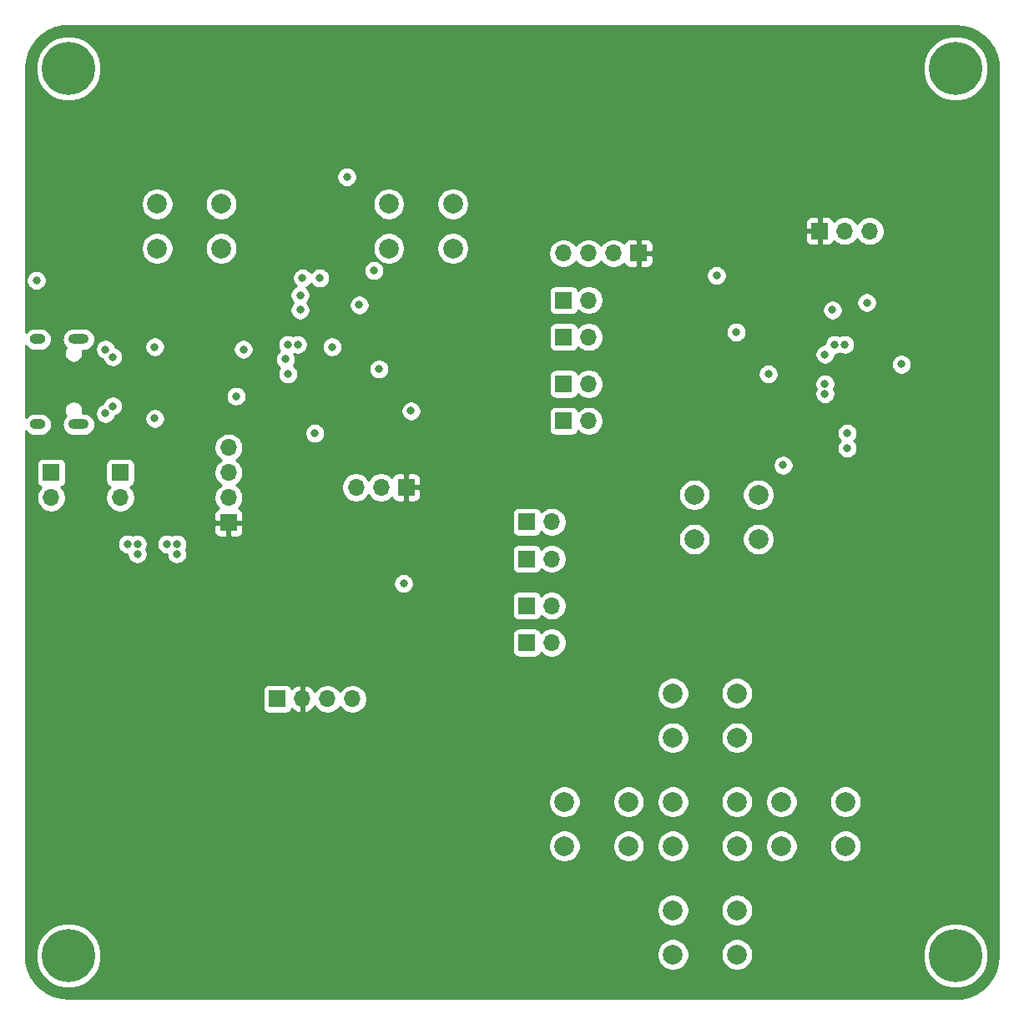
<source format=gbr>
%TF.GenerationSoftware,KiCad,Pcbnew,(5.1.6)-1*%
%TF.CreationDate,2020-09-28T21:59:18+02:00*%
%TF.ProjectId,BMP-Arduino,424d502d-4172-4647-9569-6e6f2e6b6963,0.1*%
%TF.SameCoordinates,Original*%
%TF.FileFunction,Copper,L3,Inr*%
%TF.FilePolarity,Positive*%
%FSLAX46Y46*%
G04 Gerber Fmt 4.6, Leading zero omitted, Abs format (unit mm)*
G04 Created by KiCad (PCBNEW (5.1.6)-1) date 2020-09-28 21:59:18*
%MOMM*%
%LPD*%
G01*
G04 APERTURE LIST*
%TA.AperFunction,ViaPad*%
%ADD10O,1.700000X1.700000*%
%TD*%
%TA.AperFunction,ViaPad*%
%ADD11R,1.700000X1.700000*%
%TD*%
%TA.AperFunction,ViaPad*%
%ADD12C,2.000000*%
%TD*%
%TA.AperFunction,ViaPad*%
%ADD13O,2.100000X1.000000*%
%TD*%
%TA.AperFunction,ViaPad*%
%ADD14O,1.600000X1.000000*%
%TD*%
%TA.AperFunction,ViaPad*%
%ADD15C,0.800000*%
%TD*%
%TA.AperFunction,ViaPad*%
%ADD16C,5.400000*%
%TD*%
%TA.AperFunction,Conductor*%
%ADD17C,0.254000*%
%TD*%
G04 APERTURE END LIST*
D10*
%TO.N,/BMP-RX*%
%TO.C,JP2*%
X143875000Y-108485000D03*
D11*
%TO.N,Net-(JP2-Pad1)*%
X141335000Y-108485000D03*
%TD*%
D10*
%TO.N,/CPU-TX*%
%TO.C,JP5*%
X143875000Y-96235000D03*
D11*
%TO.N,Net-(JP5-Pad1)*%
X141335000Y-96235000D03*
%TD*%
D10*
%TO.N,/CPU-RX*%
%TO.C,JP4*%
X143875000Y-99985000D03*
D11*
%TO.N,Net-(JP4-Pad1)*%
X141335000Y-99985000D03*
%TD*%
D10*
%TO.N,/BMP-TX*%
%TO.C,JP3*%
X143875000Y-104735000D03*
D11*
%TO.N,Net-(JP3-Pad1)*%
X141335000Y-104735000D03*
%TD*%
%TO.N,+3V3*%
%TO.C,JP11*%
X129085000Y-92735000D03*
D10*
%TO.N,Net-(JP11-Pad2)*%
X126545000Y-92735000D03*
%TO.N,GND*%
X124005000Y-92735000D03*
%TD*%
D12*
%TO.N,Net-(C3-Pad1)*%
%TO.C,SW1*%
X127335000Y-68485000D03*
%TO.N,GND*%
X127335000Y-63985000D03*
%TO.N,Net-(C3-Pad1)*%
X133835000Y-68485000D03*
%TO.N,GND*%
X133835000Y-63985000D03*
%TD*%
D13*
%TO.N,Net-(J1-PadS1)*%
%TO.C,J1*%
X95886000Y-86333000D03*
X95886000Y-77693000D03*
D14*
X91706000Y-77693000D03*
X91706000Y-86333000D03*
%TD*%
D12*
%TO.N,GND*%
%TO.C,SW7*%
X162660000Y-113625000D03*
%TO.N,/MCU/PB1*%
X162660000Y-118125000D03*
%TO.N,GND*%
X156160000Y-113625000D03*
%TO.N,/MCU/PB1*%
X156160000Y-118125000D03*
%TD*%
%TO.N,GND*%
%TO.C,SW6*%
X151660000Y-124625000D03*
%TO.N,/MCU/PB2*%
X151660000Y-129125000D03*
%TO.N,GND*%
X145160000Y-124625000D03*
%TO.N,/MCU/PB2*%
X145160000Y-129125000D03*
%TD*%
%TO.N,GND*%
%TO.C,SW4*%
X173660000Y-124625000D03*
%TO.N,/MCU/PB3*%
X173660000Y-129125000D03*
%TO.N,GND*%
X167160000Y-124625000D03*
%TO.N,/MCU/PB3*%
X167160000Y-129125000D03*
%TD*%
%TO.N,GND*%
%TO.C,SW3*%
X162660000Y-135625000D03*
%TO.N,/MCU/PB4*%
X162660000Y-140125000D03*
%TO.N,GND*%
X156160000Y-135625000D03*
%TO.N,/MCU/PB4*%
X156160000Y-140125000D03*
%TD*%
D10*
%TO.N,+3V3*%
%TO.C,U3*%
X118565000Y-114195000D03*
D11*
%TO.N,GND*%
X116025000Y-114195000D03*
D10*
%TO.N,/MCU/SCK*%
X121105000Y-114195000D03*
%TO.N,/MCU/SDA*%
X123645000Y-114195000D03*
%TD*%
D12*
%TO.N,GND*%
%TO.C,SW5*%
X158335000Y-97985000D03*
%TO.N,Net-(C11-Pad1)*%
X158335000Y-93485000D03*
%TO.N,GND*%
X164835000Y-97985000D03*
%TO.N,Net-(C11-Pad1)*%
X164835000Y-93485000D03*
%TD*%
%TO.N,GND*%
%TO.C,SW8*%
X162660000Y-124625000D03*
%TO.N,/MCU/PB0*%
X162660000Y-129125000D03*
%TO.N,GND*%
X156160000Y-124625000D03*
%TO.N,/MCU/PB0*%
X156160000Y-129125000D03*
%TD*%
%TO.N,GND*%
%TO.C,SW2*%
X110335000Y-63985000D03*
%TO.N,Net-(R14-Pad2)*%
X110335000Y-68485000D03*
%TO.N,GND*%
X103835000Y-63985000D03*
%TO.N,Net-(R14-Pad2)*%
X103835000Y-68485000D03*
%TD*%
D10*
%TO.N,GND*%
%TO.C,JP12*%
X176125000Y-66735000D03*
%TO.N,Net-(JP12-Pad2)*%
X173585000Y-66735000D03*
D11*
%TO.N,+3V3*%
X171045000Y-66735000D03*
%TD*%
D10*
%TO.N,VBUS*%
%TO.C,JP10*%
X100085000Y-93775000D03*
D11*
%TO.N,Net-(JP10-Pad1)*%
X100085000Y-91235000D03*
%TD*%
D10*
%TO.N,/MCU/SWDCLK*%
%TO.C,JP9*%
X147625000Y-73735000D03*
D11*
%TO.N,/BMP/SWDCLK_Target*%
X145085000Y-73735000D03*
%TD*%
D10*
%TO.N,/MCU/SWDIO*%
%TO.C,JP8*%
X147625000Y-77485000D03*
D11*
%TO.N,/BMP/SWDIO_Target*%
X145085000Y-77485000D03*
%TD*%
D10*
%TO.N,/CPU-RX*%
%TO.C,JP7*%
X147625000Y-82235000D03*
D11*
%TO.N,/BMP-TX*%
X145085000Y-82235000D03*
%TD*%
D10*
%TO.N,/CPU-TX*%
%TO.C,JP6*%
X147625000Y-85985000D03*
D11*
%TO.N,/BMP-RX*%
X145085000Y-85985000D03*
%TD*%
D10*
%TO.N,VBUS*%
%TO.C,JP1*%
X93085000Y-93775000D03*
D11*
%TO.N,Net-(J1-PadA4)*%
X93085000Y-91235000D03*
%TD*%
D10*
%TO.N,GND*%
%TO.C,J3*%
X145045000Y-68985000D03*
%TO.N,/MCU/SWDIO*%
X147585000Y-68985000D03*
%TO.N,/MCU/SWDCLK*%
X150125000Y-68985000D03*
D11*
%TO.N,+3V3*%
X152665000Y-68985000D03*
%TD*%
D10*
%TO.N,GND*%
%TO.C,J2*%
X111085000Y-88695000D03*
%TO.N,/BMP/SWDCLK*%
X111085000Y-91235000D03*
%TO.N,/BMP/SWDIO*%
X111085000Y-93775000D03*
D11*
%TO.N,+3V3*%
X111085000Y-96315000D03*
%TD*%
D15*
%TO.N,GND*%
%TO.C,H4*%
X186266891Y-138803109D03*
X184835000Y-138210000D03*
X183403109Y-138803109D03*
X182810000Y-140235000D03*
X183403109Y-141666891D03*
X184835000Y-142260000D03*
X186266891Y-141666891D03*
X186860000Y-140235000D03*
D16*
X184835000Y-140235000D03*
%TD*%
D15*
%TO.N,GND*%
%TO.C,H3*%
X186266891Y-48803109D03*
X184835000Y-48210000D03*
X183403109Y-48803109D03*
X182810000Y-50235000D03*
X183403109Y-51666891D03*
X184835000Y-52260000D03*
X186266891Y-51666891D03*
X186860000Y-50235000D03*
D16*
X184835000Y-50235000D03*
%TD*%
D15*
%TO.N,GND*%
%TO.C,H2*%
X96266891Y-138803109D03*
X94835000Y-138210000D03*
X93403109Y-138803109D03*
X92810000Y-140235000D03*
X93403109Y-141666891D03*
X94835000Y-142260000D03*
X96266891Y-141666891D03*
X96860000Y-140235000D03*
D16*
X94835000Y-140235000D03*
%TD*%
D15*
%TO.N,GND*%
%TO.C,H1*%
X96266891Y-48803109D03*
X94835000Y-48210000D03*
X93403109Y-48803109D03*
X92810000Y-50235000D03*
X93403109Y-51666891D03*
X94835000Y-52260000D03*
X96266891Y-51666891D03*
X96860000Y-50235000D03*
D16*
X94835000Y-50235000D03*
%TD*%
D15*
%TO.N,GND*%
X105835000Y-98485000D03*
X104835000Y-98485000D03*
X105835000Y-99485000D03*
X129585000Y-84985000D03*
X126335000Y-80735000D03*
X119835000Y-87235000D03*
X125835000Y-70735000D03*
X118335000Y-73235000D03*
%TO.N,+3V3*%
X114835000Y-73235000D03*
X114835000Y-74735000D03*
X124335000Y-70735000D03*
X123335000Y-87235000D03*
X125335000Y-78235000D03*
%TO.N,GND*%
X173835000Y-87235000D03*
X173835000Y-88735000D03*
X167335000Y-90485000D03*
X162585000Y-76985000D03*
X160585000Y-71235000D03*
X165835000Y-81235000D03*
X179335000Y-80235000D03*
X172335000Y-74735000D03*
X98585000Y-85235000D03*
X98585000Y-78735000D03*
X111835000Y-83485000D03*
X103585000Y-78485000D03*
X103585000Y-85735000D03*
X123085000Y-61235000D03*
X118335000Y-74735000D03*
X91585000Y-71735000D03*
X101835000Y-99485000D03*
X100835000Y-98485000D03*
X101835000Y-98485000D03*
X128835000Y-102485000D03*
%TO.N,+3V3*%
X177335000Y-87235000D03*
X177335000Y-88735000D03*
X168835000Y-90485000D03*
X179335000Y-76735000D03*
X168835000Y-74735000D03*
X166835000Y-83735000D03*
X112835000Y-85985000D03*
X107835000Y-77485000D03*
X99085000Y-71735000D03*
X102085000Y-103485000D03*
X102085000Y-104485000D03*
X102085000Y-105485000D03*
X102085000Y-106485000D03*
%TO.N,/BMP-RX*%
X117085000Y-81235000D03*
%TO.N,/BMP-TX*%
X116835000Y-79735000D03*
%TO.N,/BMP/LED2*%
X117085000Y-78235000D03*
X118585000Y-71485000D03*
%TO.N,/BMP/LED1*%
X118085000Y-78235000D03*
X120335000Y-71485000D03*
%TO.N,Net-(C3-Pad1)*%
X121585000Y-78485000D03*
X124335000Y-74235000D03*
%TO.N,/CPU-RX*%
X171585000Y-82235000D03*
%TO.N,/CPU-TX*%
X171585000Y-83235003D03*
%TO.N,/MCU/SWDIO*%
X171585000Y-79235000D03*
%TO.N,/MCU/SWDCLK*%
X175835000Y-73985000D03*
%TO.N,/MCU/SDA*%
X172585000Y-78235000D03*
%TO.N,/MCU/SCK*%
X173585000Y-78235000D03*
%TO.N,Net-(J1-PadA4)*%
X99335000Y-84485000D03*
X99335000Y-79485000D03*
%TO.N,Net-(JP10-Pad1)*%
X112585000Y-78735000D03*
%TD*%
D17*
%TO.N,+3V3*%
G36*
X185603083Y-45966173D02*
G01*
X186346891Y-46169656D01*
X187042905Y-46501638D01*
X187669130Y-46951626D01*
X188205777Y-47505403D01*
X188635871Y-48145451D01*
X188945829Y-48851553D01*
X189127065Y-49606457D01*
X189175001Y-50259220D01*
X189175000Y-140205608D01*
X189103827Y-141003083D01*
X188900344Y-141746890D01*
X188568363Y-142442904D01*
X188118374Y-143069130D01*
X187564597Y-143605777D01*
X186924549Y-144035871D01*
X186218447Y-144345829D01*
X185463543Y-144527065D01*
X184810793Y-144575000D01*
X94864392Y-144575000D01*
X94066917Y-144503827D01*
X93323110Y-144300344D01*
X92627096Y-143968363D01*
X92000870Y-143518374D01*
X91464223Y-142964597D01*
X91034129Y-142324549D01*
X90724171Y-141618447D01*
X90542935Y-140863543D01*
X90495000Y-140210793D01*
X90495000Y-139906531D01*
X91500000Y-139906531D01*
X91500000Y-140563469D01*
X91628162Y-141207784D01*
X91879561Y-141814715D01*
X92244536Y-142360939D01*
X92709061Y-142825464D01*
X93255285Y-143190439D01*
X93862216Y-143441838D01*
X94506531Y-143570000D01*
X95163469Y-143570000D01*
X95807784Y-143441838D01*
X96414715Y-143190439D01*
X96960939Y-142825464D01*
X97425464Y-142360939D01*
X97790439Y-141814715D01*
X98041838Y-141207784D01*
X98170000Y-140563469D01*
X98170000Y-139963967D01*
X154525000Y-139963967D01*
X154525000Y-140286033D01*
X154587832Y-140601912D01*
X154711082Y-140899463D01*
X154890013Y-141167252D01*
X155117748Y-141394987D01*
X155385537Y-141573918D01*
X155683088Y-141697168D01*
X155998967Y-141760000D01*
X156321033Y-141760000D01*
X156636912Y-141697168D01*
X156934463Y-141573918D01*
X157202252Y-141394987D01*
X157429987Y-141167252D01*
X157608918Y-140899463D01*
X157732168Y-140601912D01*
X157795000Y-140286033D01*
X157795000Y-139963967D01*
X161025000Y-139963967D01*
X161025000Y-140286033D01*
X161087832Y-140601912D01*
X161211082Y-140899463D01*
X161390013Y-141167252D01*
X161617748Y-141394987D01*
X161885537Y-141573918D01*
X162183088Y-141697168D01*
X162498967Y-141760000D01*
X162821033Y-141760000D01*
X163136912Y-141697168D01*
X163434463Y-141573918D01*
X163702252Y-141394987D01*
X163929987Y-141167252D01*
X164108918Y-140899463D01*
X164232168Y-140601912D01*
X164295000Y-140286033D01*
X164295000Y-139963967D01*
X164283576Y-139906531D01*
X181500000Y-139906531D01*
X181500000Y-140563469D01*
X181628162Y-141207784D01*
X181879561Y-141814715D01*
X182244536Y-142360939D01*
X182709061Y-142825464D01*
X183255285Y-143190439D01*
X183862216Y-143441838D01*
X184506531Y-143570000D01*
X185163469Y-143570000D01*
X185807784Y-143441838D01*
X186414715Y-143190439D01*
X186960939Y-142825464D01*
X187425464Y-142360939D01*
X187790439Y-141814715D01*
X188041838Y-141207784D01*
X188170000Y-140563469D01*
X188170000Y-139906531D01*
X188041838Y-139262216D01*
X187790439Y-138655285D01*
X187425464Y-138109061D01*
X186960939Y-137644536D01*
X186414715Y-137279561D01*
X185807784Y-137028162D01*
X185163469Y-136900000D01*
X184506531Y-136900000D01*
X183862216Y-137028162D01*
X183255285Y-137279561D01*
X182709061Y-137644536D01*
X182244536Y-138109061D01*
X181879561Y-138655285D01*
X181628162Y-139262216D01*
X181500000Y-139906531D01*
X164283576Y-139906531D01*
X164232168Y-139648088D01*
X164108918Y-139350537D01*
X163929987Y-139082748D01*
X163702252Y-138855013D01*
X163434463Y-138676082D01*
X163136912Y-138552832D01*
X162821033Y-138490000D01*
X162498967Y-138490000D01*
X162183088Y-138552832D01*
X161885537Y-138676082D01*
X161617748Y-138855013D01*
X161390013Y-139082748D01*
X161211082Y-139350537D01*
X161087832Y-139648088D01*
X161025000Y-139963967D01*
X157795000Y-139963967D01*
X157732168Y-139648088D01*
X157608918Y-139350537D01*
X157429987Y-139082748D01*
X157202252Y-138855013D01*
X156934463Y-138676082D01*
X156636912Y-138552832D01*
X156321033Y-138490000D01*
X155998967Y-138490000D01*
X155683088Y-138552832D01*
X155385537Y-138676082D01*
X155117748Y-138855013D01*
X154890013Y-139082748D01*
X154711082Y-139350537D01*
X154587832Y-139648088D01*
X154525000Y-139963967D01*
X98170000Y-139963967D01*
X98170000Y-139906531D01*
X98041838Y-139262216D01*
X97790439Y-138655285D01*
X97425464Y-138109061D01*
X96960939Y-137644536D01*
X96414715Y-137279561D01*
X95807784Y-137028162D01*
X95163469Y-136900000D01*
X94506531Y-136900000D01*
X93862216Y-137028162D01*
X93255285Y-137279561D01*
X92709061Y-137644536D01*
X92244536Y-138109061D01*
X91879561Y-138655285D01*
X91628162Y-139262216D01*
X91500000Y-139906531D01*
X90495000Y-139906531D01*
X90495000Y-135463967D01*
X154525000Y-135463967D01*
X154525000Y-135786033D01*
X154587832Y-136101912D01*
X154711082Y-136399463D01*
X154890013Y-136667252D01*
X155117748Y-136894987D01*
X155385537Y-137073918D01*
X155683088Y-137197168D01*
X155998967Y-137260000D01*
X156321033Y-137260000D01*
X156636912Y-137197168D01*
X156934463Y-137073918D01*
X157202252Y-136894987D01*
X157429987Y-136667252D01*
X157608918Y-136399463D01*
X157732168Y-136101912D01*
X157795000Y-135786033D01*
X157795000Y-135463967D01*
X161025000Y-135463967D01*
X161025000Y-135786033D01*
X161087832Y-136101912D01*
X161211082Y-136399463D01*
X161390013Y-136667252D01*
X161617748Y-136894987D01*
X161885537Y-137073918D01*
X162183088Y-137197168D01*
X162498967Y-137260000D01*
X162821033Y-137260000D01*
X163136912Y-137197168D01*
X163434463Y-137073918D01*
X163702252Y-136894987D01*
X163929987Y-136667252D01*
X164108918Y-136399463D01*
X164232168Y-136101912D01*
X164295000Y-135786033D01*
X164295000Y-135463967D01*
X164232168Y-135148088D01*
X164108918Y-134850537D01*
X163929987Y-134582748D01*
X163702252Y-134355013D01*
X163434463Y-134176082D01*
X163136912Y-134052832D01*
X162821033Y-133990000D01*
X162498967Y-133990000D01*
X162183088Y-134052832D01*
X161885537Y-134176082D01*
X161617748Y-134355013D01*
X161390013Y-134582748D01*
X161211082Y-134850537D01*
X161087832Y-135148088D01*
X161025000Y-135463967D01*
X157795000Y-135463967D01*
X157732168Y-135148088D01*
X157608918Y-134850537D01*
X157429987Y-134582748D01*
X157202252Y-134355013D01*
X156934463Y-134176082D01*
X156636912Y-134052832D01*
X156321033Y-133990000D01*
X155998967Y-133990000D01*
X155683088Y-134052832D01*
X155385537Y-134176082D01*
X155117748Y-134355013D01*
X154890013Y-134582748D01*
X154711082Y-134850537D01*
X154587832Y-135148088D01*
X154525000Y-135463967D01*
X90495000Y-135463967D01*
X90495000Y-128963967D01*
X143525000Y-128963967D01*
X143525000Y-129286033D01*
X143587832Y-129601912D01*
X143711082Y-129899463D01*
X143890013Y-130167252D01*
X144117748Y-130394987D01*
X144385537Y-130573918D01*
X144683088Y-130697168D01*
X144998967Y-130760000D01*
X145321033Y-130760000D01*
X145636912Y-130697168D01*
X145934463Y-130573918D01*
X146202252Y-130394987D01*
X146429987Y-130167252D01*
X146608918Y-129899463D01*
X146732168Y-129601912D01*
X146795000Y-129286033D01*
X146795000Y-128963967D01*
X150025000Y-128963967D01*
X150025000Y-129286033D01*
X150087832Y-129601912D01*
X150211082Y-129899463D01*
X150390013Y-130167252D01*
X150617748Y-130394987D01*
X150885537Y-130573918D01*
X151183088Y-130697168D01*
X151498967Y-130760000D01*
X151821033Y-130760000D01*
X152136912Y-130697168D01*
X152434463Y-130573918D01*
X152702252Y-130394987D01*
X152929987Y-130167252D01*
X153108918Y-129899463D01*
X153232168Y-129601912D01*
X153295000Y-129286033D01*
X153295000Y-128963967D01*
X154525000Y-128963967D01*
X154525000Y-129286033D01*
X154587832Y-129601912D01*
X154711082Y-129899463D01*
X154890013Y-130167252D01*
X155117748Y-130394987D01*
X155385537Y-130573918D01*
X155683088Y-130697168D01*
X155998967Y-130760000D01*
X156321033Y-130760000D01*
X156636912Y-130697168D01*
X156934463Y-130573918D01*
X157202252Y-130394987D01*
X157429987Y-130167252D01*
X157608918Y-129899463D01*
X157732168Y-129601912D01*
X157795000Y-129286033D01*
X157795000Y-128963967D01*
X161025000Y-128963967D01*
X161025000Y-129286033D01*
X161087832Y-129601912D01*
X161211082Y-129899463D01*
X161390013Y-130167252D01*
X161617748Y-130394987D01*
X161885537Y-130573918D01*
X162183088Y-130697168D01*
X162498967Y-130760000D01*
X162821033Y-130760000D01*
X163136912Y-130697168D01*
X163434463Y-130573918D01*
X163702252Y-130394987D01*
X163929987Y-130167252D01*
X164108918Y-129899463D01*
X164232168Y-129601912D01*
X164295000Y-129286033D01*
X164295000Y-128963967D01*
X165525000Y-128963967D01*
X165525000Y-129286033D01*
X165587832Y-129601912D01*
X165711082Y-129899463D01*
X165890013Y-130167252D01*
X166117748Y-130394987D01*
X166385537Y-130573918D01*
X166683088Y-130697168D01*
X166998967Y-130760000D01*
X167321033Y-130760000D01*
X167636912Y-130697168D01*
X167934463Y-130573918D01*
X168202252Y-130394987D01*
X168429987Y-130167252D01*
X168608918Y-129899463D01*
X168732168Y-129601912D01*
X168795000Y-129286033D01*
X168795000Y-128963967D01*
X172025000Y-128963967D01*
X172025000Y-129286033D01*
X172087832Y-129601912D01*
X172211082Y-129899463D01*
X172390013Y-130167252D01*
X172617748Y-130394987D01*
X172885537Y-130573918D01*
X173183088Y-130697168D01*
X173498967Y-130760000D01*
X173821033Y-130760000D01*
X174136912Y-130697168D01*
X174434463Y-130573918D01*
X174702252Y-130394987D01*
X174929987Y-130167252D01*
X175108918Y-129899463D01*
X175232168Y-129601912D01*
X175295000Y-129286033D01*
X175295000Y-128963967D01*
X175232168Y-128648088D01*
X175108918Y-128350537D01*
X174929987Y-128082748D01*
X174702252Y-127855013D01*
X174434463Y-127676082D01*
X174136912Y-127552832D01*
X173821033Y-127490000D01*
X173498967Y-127490000D01*
X173183088Y-127552832D01*
X172885537Y-127676082D01*
X172617748Y-127855013D01*
X172390013Y-128082748D01*
X172211082Y-128350537D01*
X172087832Y-128648088D01*
X172025000Y-128963967D01*
X168795000Y-128963967D01*
X168732168Y-128648088D01*
X168608918Y-128350537D01*
X168429987Y-128082748D01*
X168202252Y-127855013D01*
X167934463Y-127676082D01*
X167636912Y-127552832D01*
X167321033Y-127490000D01*
X166998967Y-127490000D01*
X166683088Y-127552832D01*
X166385537Y-127676082D01*
X166117748Y-127855013D01*
X165890013Y-128082748D01*
X165711082Y-128350537D01*
X165587832Y-128648088D01*
X165525000Y-128963967D01*
X164295000Y-128963967D01*
X164232168Y-128648088D01*
X164108918Y-128350537D01*
X163929987Y-128082748D01*
X163702252Y-127855013D01*
X163434463Y-127676082D01*
X163136912Y-127552832D01*
X162821033Y-127490000D01*
X162498967Y-127490000D01*
X162183088Y-127552832D01*
X161885537Y-127676082D01*
X161617748Y-127855013D01*
X161390013Y-128082748D01*
X161211082Y-128350537D01*
X161087832Y-128648088D01*
X161025000Y-128963967D01*
X157795000Y-128963967D01*
X157732168Y-128648088D01*
X157608918Y-128350537D01*
X157429987Y-128082748D01*
X157202252Y-127855013D01*
X156934463Y-127676082D01*
X156636912Y-127552832D01*
X156321033Y-127490000D01*
X155998967Y-127490000D01*
X155683088Y-127552832D01*
X155385537Y-127676082D01*
X155117748Y-127855013D01*
X154890013Y-128082748D01*
X154711082Y-128350537D01*
X154587832Y-128648088D01*
X154525000Y-128963967D01*
X153295000Y-128963967D01*
X153232168Y-128648088D01*
X153108918Y-128350537D01*
X152929987Y-128082748D01*
X152702252Y-127855013D01*
X152434463Y-127676082D01*
X152136912Y-127552832D01*
X151821033Y-127490000D01*
X151498967Y-127490000D01*
X151183088Y-127552832D01*
X150885537Y-127676082D01*
X150617748Y-127855013D01*
X150390013Y-128082748D01*
X150211082Y-128350537D01*
X150087832Y-128648088D01*
X150025000Y-128963967D01*
X146795000Y-128963967D01*
X146732168Y-128648088D01*
X146608918Y-128350537D01*
X146429987Y-128082748D01*
X146202252Y-127855013D01*
X145934463Y-127676082D01*
X145636912Y-127552832D01*
X145321033Y-127490000D01*
X144998967Y-127490000D01*
X144683088Y-127552832D01*
X144385537Y-127676082D01*
X144117748Y-127855013D01*
X143890013Y-128082748D01*
X143711082Y-128350537D01*
X143587832Y-128648088D01*
X143525000Y-128963967D01*
X90495000Y-128963967D01*
X90495000Y-124463967D01*
X143525000Y-124463967D01*
X143525000Y-124786033D01*
X143587832Y-125101912D01*
X143711082Y-125399463D01*
X143890013Y-125667252D01*
X144117748Y-125894987D01*
X144385537Y-126073918D01*
X144683088Y-126197168D01*
X144998967Y-126260000D01*
X145321033Y-126260000D01*
X145636912Y-126197168D01*
X145934463Y-126073918D01*
X146202252Y-125894987D01*
X146429987Y-125667252D01*
X146608918Y-125399463D01*
X146732168Y-125101912D01*
X146795000Y-124786033D01*
X146795000Y-124463967D01*
X150025000Y-124463967D01*
X150025000Y-124786033D01*
X150087832Y-125101912D01*
X150211082Y-125399463D01*
X150390013Y-125667252D01*
X150617748Y-125894987D01*
X150885537Y-126073918D01*
X151183088Y-126197168D01*
X151498967Y-126260000D01*
X151821033Y-126260000D01*
X152136912Y-126197168D01*
X152434463Y-126073918D01*
X152702252Y-125894987D01*
X152929987Y-125667252D01*
X153108918Y-125399463D01*
X153232168Y-125101912D01*
X153295000Y-124786033D01*
X153295000Y-124463967D01*
X154525000Y-124463967D01*
X154525000Y-124786033D01*
X154587832Y-125101912D01*
X154711082Y-125399463D01*
X154890013Y-125667252D01*
X155117748Y-125894987D01*
X155385537Y-126073918D01*
X155683088Y-126197168D01*
X155998967Y-126260000D01*
X156321033Y-126260000D01*
X156636912Y-126197168D01*
X156934463Y-126073918D01*
X157202252Y-125894987D01*
X157429987Y-125667252D01*
X157608918Y-125399463D01*
X157732168Y-125101912D01*
X157795000Y-124786033D01*
X157795000Y-124463967D01*
X161025000Y-124463967D01*
X161025000Y-124786033D01*
X161087832Y-125101912D01*
X161211082Y-125399463D01*
X161390013Y-125667252D01*
X161617748Y-125894987D01*
X161885537Y-126073918D01*
X162183088Y-126197168D01*
X162498967Y-126260000D01*
X162821033Y-126260000D01*
X163136912Y-126197168D01*
X163434463Y-126073918D01*
X163702252Y-125894987D01*
X163929987Y-125667252D01*
X164108918Y-125399463D01*
X164232168Y-125101912D01*
X164295000Y-124786033D01*
X164295000Y-124463967D01*
X165525000Y-124463967D01*
X165525000Y-124786033D01*
X165587832Y-125101912D01*
X165711082Y-125399463D01*
X165890013Y-125667252D01*
X166117748Y-125894987D01*
X166385537Y-126073918D01*
X166683088Y-126197168D01*
X166998967Y-126260000D01*
X167321033Y-126260000D01*
X167636912Y-126197168D01*
X167934463Y-126073918D01*
X168202252Y-125894987D01*
X168429987Y-125667252D01*
X168608918Y-125399463D01*
X168732168Y-125101912D01*
X168795000Y-124786033D01*
X168795000Y-124463967D01*
X172025000Y-124463967D01*
X172025000Y-124786033D01*
X172087832Y-125101912D01*
X172211082Y-125399463D01*
X172390013Y-125667252D01*
X172617748Y-125894987D01*
X172885537Y-126073918D01*
X173183088Y-126197168D01*
X173498967Y-126260000D01*
X173821033Y-126260000D01*
X174136912Y-126197168D01*
X174434463Y-126073918D01*
X174702252Y-125894987D01*
X174929987Y-125667252D01*
X175108918Y-125399463D01*
X175232168Y-125101912D01*
X175295000Y-124786033D01*
X175295000Y-124463967D01*
X175232168Y-124148088D01*
X175108918Y-123850537D01*
X174929987Y-123582748D01*
X174702252Y-123355013D01*
X174434463Y-123176082D01*
X174136912Y-123052832D01*
X173821033Y-122990000D01*
X173498967Y-122990000D01*
X173183088Y-123052832D01*
X172885537Y-123176082D01*
X172617748Y-123355013D01*
X172390013Y-123582748D01*
X172211082Y-123850537D01*
X172087832Y-124148088D01*
X172025000Y-124463967D01*
X168795000Y-124463967D01*
X168732168Y-124148088D01*
X168608918Y-123850537D01*
X168429987Y-123582748D01*
X168202252Y-123355013D01*
X167934463Y-123176082D01*
X167636912Y-123052832D01*
X167321033Y-122990000D01*
X166998967Y-122990000D01*
X166683088Y-123052832D01*
X166385537Y-123176082D01*
X166117748Y-123355013D01*
X165890013Y-123582748D01*
X165711082Y-123850537D01*
X165587832Y-124148088D01*
X165525000Y-124463967D01*
X164295000Y-124463967D01*
X164232168Y-124148088D01*
X164108918Y-123850537D01*
X163929987Y-123582748D01*
X163702252Y-123355013D01*
X163434463Y-123176082D01*
X163136912Y-123052832D01*
X162821033Y-122990000D01*
X162498967Y-122990000D01*
X162183088Y-123052832D01*
X161885537Y-123176082D01*
X161617748Y-123355013D01*
X161390013Y-123582748D01*
X161211082Y-123850537D01*
X161087832Y-124148088D01*
X161025000Y-124463967D01*
X157795000Y-124463967D01*
X157732168Y-124148088D01*
X157608918Y-123850537D01*
X157429987Y-123582748D01*
X157202252Y-123355013D01*
X156934463Y-123176082D01*
X156636912Y-123052832D01*
X156321033Y-122990000D01*
X155998967Y-122990000D01*
X155683088Y-123052832D01*
X155385537Y-123176082D01*
X155117748Y-123355013D01*
X154890013Y-123582748D01*
X154711082Y-123850537D01*
X154587832Y-124148088D01*
X154525000Y-124463967D01*
X153295000Y-124463967D01*
X153232168Y-124148088D01*
X153108918Y-123850537D01*
X152929987Y-123582748D01*
X152702252Y-123355013D01*
X152434463Y-123176082D01*
X152136912Y-123052832D01*
X151821033Y-122990000D01*
X151498967Y-122990000D01*
X151183088Y-123052832D01*
X150885537Y-123176082D01*
X150617748Y-123355013D01*
X150390013Y-123582748D01*
X150211082Y-123850537D01*
X150087832Y-124148088D01*
X150025000Y-124463967D01*
X146795000Y-124463967D01*
X146732168Y-124148088D01*
X146608918Y-123850537D01*
X146429987Y-123582748D01*
X146202252Y-123355013D01*
X145934463Y-123176082D01*
X145636912Y-123052832D01*
X145321033Y-122990000D01*
X144998967Y-122990000D01*
X144683088Y-123052832D01*
X144385537Y-123176082D01*
X144117748Y-123355013D01*
X143890013Y-123582748D01*
X143711082Y-123850537D01*
X143587832Y-124148088D01*
X143525000Y-124463967D01*
X90495000Y-124463967D01*
X90495000Y-117963967D01*
X154525000Y-117963967D01*
X154525000Y-118286033D01*
X154587832Y-118601912D01*
X154711082Y-118899463D01*
X154890013Y-119167252D01*
X155117748Y-119394987D01*
X155385537Y-119573918D01*
X155683088Y-119697168D01*
X155998967Y-119760000D01*
X156321033Y-119760000D01*
X156636912Y-119697168D01*
X156934463Y-119573918D01*
X157202252Y-119394987D01*
X157429987Y-119167252D01*
X157608918Y-118899463D01*
X157732168Y-118601912D01*
X157795000Y-118286033D01*
X157795000Y-117963967D01*
X161025000Y-117963967D01*
X161025000Y-118286033D01*
X161087832Y-118601912D01*
X161211082Y-118899463D01*
X161390013Y-119167252D01*
X161617748Y-119394987D01*
X161885537Y-119573918D01*
X162183088Y-119697168D01*
X162498967Y-119760000D01*
X162821033Y-119760000D01*
X163136912Y-119697168D01*
X163434463Y-119573918D01*
X163702252Y-119394987D01*
X163929987Y-119167252D01*
X164108918Y-118899463D01*
X164232168Y-118601912D01*
X164295000Y-118286033D01*
X164295000Y-117963967D01*
X164232168Y-117648088D01*
X164108918Y-117350537D01*
X163929987Y-117082748D01*
X163702252Y-116855013D01*
X163434463Y-116676082D01*
X163136912Y-116552832D01*
X162821033Y-116490000D01*
X162498967Y-116490000D01*
X162183088Y-116552832D01*
X161885537Y-116676082D01*
X161617748Y-116855013D01*
X161390013Y-117082748D01*
X161211082Y-117350537D01*
X161087832Y-117648088D01*
X161025000Y-117963967D01*
X157795000Y-117963967D01*
X157732168Y-117648088D01*
X157608918Y-117350537D01*
X157429987Y-117082748D01*
X157202252Y-116855013D01*
X156934463Y-116676082D01*
X156636912Y-116552832D01*
X156321033Y-116490000D01*
X155998967Y-116490000D01*
X155683088Y-116552832D01*
X155385537Y-116676082D01*
X155117748Y-116855013D01*
X154890013Y-117082748D01*
X154711082Y-117350537D01*
X154587832Y-117648088D01*
X154525000Y-117963967D01*
X90495000Y-117963967D01*
X90495000Y-113345000D01*
X114536928Y-113345000D01*
X114536928Y-115045000D01*
X114549188Y-115169482D01*
X114585498Y-115289180D01*
X114644463Y-115399494D01*
X114723815Y-115496185D01*
X114820506Y-115575537D01*
X114930820Y-115634502D01*
X115050518Y-115670812D01*
X115175000Y-115683072D01*
X116875000Y-115683072D01*
X116999482Y-115670812D01*
X117119180Y-115634502D01*
X117229494Y-115575537D01*
X117326185Y-115496185D01*
X117405537Y-115399494D01*
X117464502Y-115289180D01*
X117488966Y-115208534D01*
X117564731Y-115292588D01*
X117798080Y-115466641D01*
X118060901Y-115591825D01*
X118208110Y-115636476D01*
X118438000Y-115515155D01*
X118438000Y-114322000D01*
X118418000Y-114322000D01*
X118418000Y-114068000D01*
X118438000Y-114068000D01*
X118438000Y-112874845D01*
X118692000Y-112874845D01*
X118692000Y-114068000D01*
X118712000Y-114068000D01*
X118712000Y-114322000D01*
X118692000Y-114322000D01*
X118692000Y-115515155D01*
X118921890Y-115636476D01*
X119069099Y-115591825D01*
X119331920Y-115466641D01*
X119565269Y-115292588D01*
X119760178Y-115076355D01*
X119829805Y-114959466D01*
X119951525Y-115141632D01*
X120158368Y-115348475D01*
X120401589Y-115510990D01*
X120671842Y-115622932D01*
X120958740Y-115680000D01*
X121251260Y-115680000D01*
X121538158Y-115622932D01*
X121808411Y-115510990D01*
X122051632Y-115348475D01*
X122258475Y-115141632D01*
X122375000Y-114967240D01*
X122491525Y-115141632D01*
X122698368Y-115348475D01*
X122941589Y-115510990D01*
X123211842Y-115622932D01*
X123498740Y-115680000D01*
X123791260Y-115680000D01*
X124078158Y-115622932D01*
X124348411Y-115510990D01*
X124591632Y-115348475D01*
X124798475Y-115141632D01*
X124960990Y-114898411D01*
X125072932Y-114628158D01*
X125130000Y-114341260D01*
X125130000Y-114048740D01*
X125072932Y-113761842D01*
X124960990Y-113491589D01*
X124942534Y-113463967D01*
X154525000Y-113463967D01*
X154525000Y-113786033D01*
X154587832Y-114101912D01*
X154711082Y-114399463D01*
X154890013Y-114667252D01*
X155117748Y-114894987D01*
X155385537Y-115073918D01*
X155683088Y-115197168D01*
X155998967Y-115260000D01*
X156321033Y-115260000D01*
X156636912Y-115197168D01*
X156934463Y-115073918D01*
X157202252Y-114894987D01*
X157429987Y-114667252D01*
X157608918Y-114399463D01*
X157732168Y-114101912D01*
X157795000Y-113786033D01*
X157795000Y-113463967D01*
X161025000Y-113463967D01*
X161025000Y-113786033D01*
X161087832Y-114101912D01*
X161211082Y-114399463D01*
X161390013Y-114667252D01*
X161617748Y-114894987D01*
X161885537Y-115073918D01*
X162183088Y-115197168D01*
X162498967Y-115260000D01*
X162821033Y-115260000D01*
X163136912Y-115197168D01*
X163434463Y-115073918D01*
X163702252Y-114894987D01*
X163929987Y-114667252D01*
X164108918Y-114399463D01*
X164232168Y-114101912D01*
X164295000Y-113786033D01*
X164295000Y-113463967D01*
X164232168Y-113148088D01*
X164108918Y-112850537D01*
X163929987Y-112582748D01*
X163702252Y-112355013D01*
X163434463Y-112176082D01*
X163136912Y-112052832D01*
X162821033Y-111990000D01*
X162498967Y-111990000D01*
X162183088Y-112052832D01*
X161885537Y-112176082D01*
X161617748Y-112355013D01*
X161390013Y-112582748D01*
X161211082Y-112850537D01*
X161087832Y-113148088D01*
X161025000Y-113463967D01*
X157795000Y-113463967D01*
X157732168Y-113148088D01*
X157608918Y-112850537D01*
X157429987Y-112582748D01*
X157202252Y-112355013D01*
X156934463Y-112176082D01*
X156636912Y-112052832D01*
X156321033Y-111990000D01*
X155998967Y-111990000D01*
X155683088Y-112052832D01*
X155385537Y-112176082D01*
X155117748Y-112355013D01*
X154890013Y-112582748D01*
X154711082Y-112850537D01*
X154587832Y-113148088D01*
X154525000Y-113463967D01*
X124942534Y-113463967D01*
X124798475Y-113248368D01*
X124591632Y-113041525D01*
X124348411Y-112879010D01*
X124078158Y-112767068D01*
X123791260Y-112710000D01*
X123498740Y-112710000D01*
X123211842Y-112767068D01*
X122941589Y-112879010D01*
X122698368Y-113041525D01*
X122491525Y-113248368D01*
X122375000Y-113422760D01*
X122258475Y-113248368D01*
X122051632Y-113041525D01*
X121808411Y-112879010D01*
X121538158Y-112767068D01*
X121251260Y-112710000D01*
X120958740Y-112710000D01*
X120671842Y-112767068D01*
X120401589Y-112879010D01*
X120158368Y-113041525D01*
X119951525Y-113248368D01*
X119829805Y-113430534D01*
X119760178Y-113313645D01*
X119565269Y-113097412D01*
X119331920Y-112923359D01*
X119069099Y-112798175D01*
X118921890Y-112753524D01*
X118692000Y-112874845D01*
X118438000Y-112874845D01*
X118208110Y-112753524D01*
X118060901Y-112798175D01*
X117798080Y-112923359D01*
X117564731Y-113097412D01*
X117488966Y-113181466D01*
X117464502Y-113100820D01*
X117405537Y-112990506D01*
X117326185Y-112893815D01*
X117229494Y-112814463D01*
X117119180Y-112755498D01*
X116999482Y-112719188D01*
X116875000Y-112706928D01*
X115175000Y-112706928D01*
X115050518Y-112719188D01*
X114930820Y-112755498D01*
X114820506Y-112814463D01*
X114723815Y-112893815D01*
X114644463Y-112990506D01*
X114585498Y-113100820D01*
X114549188Y-113220518D01*
X114536928Y-113345000D01*
X90495000Y-113345000D01*
X90495000Y-107635000D01*
X139846928Y-107635000D01*
X139846928Y-109335000D01*
X139859188Y-109459482D01*
X139895498Y-109579180D01*
X139954463Y-109689494D01*
X140033815Y-109786185D01*
X140130506Y-109865537D01*
X140240820Y-109924502D01*
X140360518Y-109960812D01*
X140485000Y-109973072D01*
X142185000Y-109973072D01*
X142309482Y-109960812D01*
X142429180Y-109924502D01*
X142539494Y-109865537D01*
X142636185Y-109786185D01*
X142715537Y-109689494D01*
X142774502Y-109579180D01*
X142796513Y-109506620D01*
X142928368Y-109638475D01*
X143171589Y-109800990D01*
X143441842Y-109912932D01*
X143728740Y-109970000D01*
X144021260Y-109970000D01*
X144308158Y-109912932D01*
X144578411Y-109800990D01*
X144821632Y-109638475D01*
X145028475Y-109431632D01*
X145190990Y-109188411D01*
X145302932Y-108918158D01*
X145360000Y-108631260D01*
X145360000Y-108338740D01*
X145302932Y-108051842D01*
X145190990Y-107781589D01*
X145028475Y-107538368D01*
X144821632Y-107331525D01*
X144578411Y-107169010D01*
X144308158Y-107057068D01*
X144021260Y-107000000D01*
X143728740Y-107000000D01*
X143441842Y-107057068D01*
X143171589Y-107169010D01*
X142928368Y-107331525D01*
X142796513Y-107463380D01*
X142774502Y-107390820D01*
X142715537Y-107280506D01*
X142636185Y-107183815D01*
X142539494Y-107104463D01*
X142429180Y-107045498D01*
X142309482Y-107009188D01*
X142185000Y-106996928D01*
X140485000Y-106996928D01*
X140360518Y-107009188D01*
X140240820Y-107045498D01*
X140130506Y-107104463D01*
X140033815Y-107183815D01*
X139954463Y-107280506D01*
X139895498Y-107390820D01*
X139859188Y-107510518D01*
X139846928Y-107635000D01*
X90495000Y-107635000D01*
X90495000Y-103885000D01*
X139846928Y-103885000D01*
X139846928Y-105585000D01*
X139859188Y-105709482D01*
X139895498Y-105829180D01*
X139954463Y-105939494D01*
X140033815Y-106036185D01*
X140130506Y-106115537D01*
X140240820Y-106174502D01*
X140360518Y-106210812D01*
X140485000Y-106223072D01*
X142185000Y-106223072D01*
X142309482Y-106210812D01*
X142429180Y-106174502D01*
X142539494Y-106115537D01*
X142636185Y-106036185D01*
X142715537Y-105939494D01*
X142774502Y-105829180D01*
X142796513Y-105756620D01*
X142928368Y-105888475D01*
X143171589Y-106050990D01*
X143441842Y-106162932D01*
X143728740Y-106220000D01*
X144021260Y-106220000D01*
X144308158Y-106162932D01*
X144578411Y-106050990D01*
X144821632Y-105888475D01*
X145028475Y-105681632D01*
X145190990Y-105438411D01*
X145302932Y-105168158D01*
X145360000Y-104881260D01*
X145360000Y-104588740D01*
X145302932Y-104301842D01*
X145190990Y-104031589D01*
X145028475Y-103788368D01*
X144821632Y-103581525D01*
X144578411Y-103419010D01*
X144308158Y-103307068D01*
X144021260Y-103250000D01*
X143728740Y-103250000D01*
X143441842Y-103307068D01*
X143171589Y-103419010D01*
X142928368Y-103581525D01*
X142796513Y-103713380D01*
X142774502Y-103640820D01*
X142715537Y-103530506D01*
X142636185Y-103433815D01*
X142539494Y-103354463D01*
X142429180Y-103295498D01*
X142309482Y-103259188D01*
X142185000Y-103246928D01*
X140485000Y-103246928D01*
X140360518Y-103259188D01*
X140240820Y-103295498D01*
X140130506Y-103354463D01*
X140033815Y-103433815D01*
X139954463Y-103530506D01*
X139895498Y-103640820D01*
X139859188Y-103760518D01*
X139846928Y-103885000D01*
X90495000Y-103885000D01*
X90495000Y-102383061D01*
X127800000Y-102383061D01*
X127800000Y-102586939D01*
X127839774Y-102786898D01*
X127917795Y-102975256D01*
X128031063Y-103144774D01*
X128175226Y-103288937D01*
X128344744Y-103402205D01*
X128533102Y-103480226D01*
X128733061Y-103520000D01*
X128936939Y-103520000D01*
X129136898Y-103480226D01*
X129325256Y-103402205D01*
X129494774Y-103288937D01*
X129638937Y-103144774D01*
X129752205Y-102975256D01*
X129830226Y-102786898D01*
X129870000Y-102586939D01*
X129870000Y-102383061D01*
X129830226Y-102183102D01*
X129752205Y-101994744D01*
X129638937Y-101825226D01*
X129494774Y-101681063D01*
X129325256Y-101567795D01*
X129136898Y-101489774D01*
X128936939Y-101450000D01*
X128733061Y-101450000D01*
X128533102Y-101489774D01*
X128344744Y-101567795D01*
X128175226Y-101681063D01*
X128031063Y-101825226D01*
X127917795Y-101994744D01*
X127839774Y-102183102D01*
X127800000Y-102383061D01*
X90495000Y-102383061D01*
X90495000Y-98383061D01*
X99800000Y-98383061D01*
X99800000Y-98586939D01*
X99839774Y-98786898D01*
X99917795Y-98975256D01*
X100031063Y-99144774D01*
X100175226Y-99288937D01*
X100344744Y-99402205D01*
X100533102Y-99480226D01*
X100733061Y-99520000D01*
X100800000Y-99520000D01*
X100800000Y-99586939D01*
X100839774Y-99786898D01*
X100917795Y-99975256D01*
X101031063Y-100144774D01*
X101175226Y-100288937D01*
X101344744Y-100402205D01*
X101533102Y-100480226D01*
X101733061Y-100520000D01*
X101936939Y-100520000D01*
X102136898Y-100480226D01*
X102325256Y-100402205D01*
X102494774Y-100288937D01*
X102638937Y-100144774D01*
X102752205Y-99975256D01*
X102830226Y-99786898D01*
X102870000Y-99586939D01*
X102870000Y-99383061D01*
X102830226Y-99183102D01*
X102752205Y-98994744D01*
X102745694Y-98985000D01*
X102752205Y-98975256D01*
X102830226Y-98786898D01*
X102870000Y-98586939D01*
X102870000Y-98383061D01*
X103800000Y-98383061D01*
X103800000Y-98586939D01*
X103839774Y-98786898D01*
X103917795Y-98975256D01*
X104031063Y-99144774D01*
X104175226Y-99288937D01*
X104344744Y-99402205D01*
X104533102Y-99480226D01*
X104733061Y-99520000D01*
X104800000Y-99520000D01*
X104800000Y-99586939D01*
X104839774Y-99786898D01*
X104917795Y-99975256D01*
X105031063Y-100144774D01*
X105175226Y-100288937D01*
X105344744Y-100402205D01*
X105533102Y-100480226D01*
X105733061Y-100520000D01*
X105936939Y-100520000D01*
X106136898Y-100480226D01*
X106325256Y-100402205D01*
X106494774Y-100288937D01*
X106638937Y-100144774D01*
X106752205Y-99975256D01*
X106830226Y-99786898D01*
X106870000Y-99586939D01*
X106870000Y-99383061D01*
X106830226Y-99183102D01*
X106810302Y-99135000D01*
X139846928Y-99135000D01*
X139846928Y-100835000D01*
X139859188Y-100959482D01*
X139895498Y-101079180D01*
X139954463Y-101189494D01*
X140033815Y-101286185D01*
X140130506Y-101365537D01*
X140240820Y-101424502D01*
X140360518Y-101460812D01*
X140485000Y-101473072D01*
X142185000Y-101473072D01*
X142309482Y-101460812D01*
X142429180Y-101424502D01*
X142539494Y-101365537D01*
X142636185Y-101286185D01*
X142715537Y-101189494D01*
X142774502Y-101079180D01*
X142796513Y-101006620D01*
X142928368Y-101138475D01*
X143171589Y-101300990D01*
X143441842Y-101412932D01*
X143728740Y-101470000D01*
X144021260Y-101470000D01*
X144308158Y-101412932D01*
X144578411Y-101300990D01*
X144821632Y-101138475D01*
X145028475Y-100931632D01*
X145190990Y-100688411D01*
X145302932Y-100418158D01*
X145360000Y-100131260D01*
X145360000Y-99838740D01*
X145302932Y-99551842D01*
X145190990Y-99281589D01*
X145028475Y-99038368D01*
X144821632Y-98831525D01*
X144578411Y-98669010D01*
X144308158Y-98557068D01*
X144021260Y-98500000D01*
X143728740Y-98500000D01*
X143441842Y-98557068D01*
X143171589Y-98669010D01*
X142928368Y-98831525D01*
X142796513Y-98963380D01*
X142774502Y-98890820D01*
X142715537Y-98780506D01*
X142636185Y-98683815D01*
X142539494Y-98604463D01*
X142429180Y-98545498D01*
X142309482Y-98509188D01*
X142185000Y-98496928D01*
X140485000Y-98496928D01*
X140360518Y-98509188D01*
X140240820Y-98545498D01*
X140130506Y-98604463D01*
X140033815Y-98683815D01*
X139954463Y-98780506D01*
X139895498Y-98890820D01*
X139859188Y-99010518D01*
X139846928Y-99135000D01*
X106810302Y-99135000D01*
X106752205Y-98994744D01*
X106745694Y-98985000D01*
X106752205Y-98975256D01*
X106830226Y-98786898D01*
X106870000Y-98586939D01*
X106870000Y-98383061D01*
X106830226Y-98183102D01*
X106752205Y-97994744D01*
X106638937Y-97825226D01*
X106637678Y-97823967D01*
X156700000Y-97823967D01*
X156700000Y-98146033D01*
X156762832Y-98461912D01*
X156886082Y-98759463D01*
X157065013Y-99027252D01*
X157292748Y-99254987D01*
X157560537Y-99433918D01*
X157858088Y-99557168D01*
X158173967Y-99620000D01*
X158496033Y-99620000D01*
X158811912Y-99557168D01*
X159109463Y-99433918D01*
X159377252Y-99254987D01*
X159604987Y-99027252D01*
X159783918Y-98759463D01*
X159907168Y-98461912D01*
X159970000Y-98146033D01*
X159970000Y-97823967D01*
X163200000Y-97823967D01*
X163200000Y-98146033D01*
X163262832Y-98461912D01*
X163386082Y-98759463D01*
X163565013Y-99027252D01*
X163792748Y-99254987D01*
X164060537Y-99433918D01*
X164358088Y-99557168D01*
X164673967Y-99620000D01*
X164996033Y-99620000D01*
X165311912Y-99557168D01*
X165609463Y-99433918D01*
X165877252Y-99254987D01*
X166104987Y-99027252D01*
X166283918Y-98759463D01*
X166407168Y-98461912D01*
X166470000Y-98146033D01*
X166470000Y-97823967D01*
X166407168Y-97508088D01*
X166283918Y-97210537D01*
X166104987Y-96942748D01*
X165877252Y-96715013D01*
X165609463Y-96536082D01*
X165311912Y-96412832D01*
X164996033Y-96350000D01*
X164673967Y-96350000D01*
X164358088Y-96412832D01*
X164060537Y-96536082D01*
X163792748Y-96715013D01*
X163565013Y-96942748D01*
X163386082Y-97210537D01*
X163262832Y-97508088D01*
X163200000Y-97823967D01*
X159970000Y-97823967D01*
X159907168Y-97508088D01*
X159783918Y-97210537D01*
X159604987Y-96942748D01*
X159377252Y-96715013D01*
X159109463Y-96536082D01*
X158811912Y-96412832D01*
X158496033Y-96350000D01*
X158173967Y-96350000D01*
X157858088Y-96412832D01*
X157560537Y-96536082D01*
X157292748Y-96715013D01*
X157065013Y-96942748D01*
X156886082Y-97210537D01*
X156762832Y-97508088D01*
X156700000Y-97823967D01*
X106637678Y-97823967D01*
X106494774Y-97681063D01*
X106325256Y-97567795D01*
X106136898Y-97489774D01*
X105936939Y-97450000D01*
X105733061Y-97450000D01*
X105533102Y-97489774D01*
X105344744Y-97567795D01*
X105335000Y-97574306D01*
X105325256Y-97567795D01*
X105136898Y-97489774D01*
X104936939Y-97450000D01*
X104733061Y-97450000D01*
X104533102Y-97489774D01*
X104344744Y-97567795D01*
X104175226Y-97681063D01*
X104031063Y-97825226D01*
X103917795Y-97994744D01*
X103839774Y-98183102D01*
X103800000Y-98383061D01*
X102870000Y-98383061D01*
X102830226Y-98183102D01*
X102752205Y-97994744D01*
X102638937Y-97825226D01*
X102494774Y-97681063D01*
X102325256Y-97567795D01*
X102136898Y-97489774D01*
X101936939Y-97450000D01*
X101733061Y-97450000D01*
X101533102Y-97489774D01*
X101344744Y-97567795D01*
X101335000Y-97574306D01*
X101325256Y-97567795D01*
X101136898Y-97489774D01*
X100936939Y-97450000D01*
X100733061Y-97450000D01*
X100533102Y-97489774D01*
X100344744Y-97567795D01*
X100175226Y-97681063D01*
X100031063Y-97825226D01*
X99917795Y-97994744D01*
X99839774Y-98183102D01*
X99800000Y-98383061D01*
X90495000Y-98383061D01*
X90495000Y-97165000D01*
X109596928Y-97165000D01*
X109609188Y-97289482D01*
X109645498Y-97409180D01*
X109704463Y-97519494D01*
X109783815Y-97616185D01*
X109880506Y-97695537D01*
X109990820Y-97754502D01*
X110110518Y-97790812D01*
X110235000Y-97803072D01*
X110799250Y-97800000D01*
X110958000Y-97641250D01*
X110958000Y-96442000D01*
X111212000Y-96442000D01*
X111212000Y-97641250D01*
X111370750Y-97800000D01*
X111935000Y-97803072D01*
X112059482Y-97790812D01*
X112179180Y-97754502D01*
X112289494Y-97695537D01*
X112386185Y-97616185D01*
X112465537Y-97519494D01*
X112524502Y-97409180D01*
X112560812Y-97289482D01*
X112573072Y-97165000D01*
X112570000Y-96600750D01*
X112411250Y-96442000D01*
X111212000Y-96442000D01*
X110958000Y-96442000D01*
X109758750Y-96442000D01*
X109600000Y-96600750D01*
X109596928Y-97165000D01*
X90495000Y-97165000D01*
X90495000Y-95465000D01*
X109596928Y-95465000D01*
X109600000Y-96029250D01*
X109758750Y-96188000D01*
X110958000Y-96188000D01*
X110958000Y-96168000D01*
X111212000Y-96168000D01*
X111212000Y-96188000D01*
X112411250Y-96188000D01*
X112570000Y-96029250D01*
X112573072Y-95465000D01*
X112565193Y-95385000D01*
X139846928Y-95385000D01*
X139846928Y-97085000D01*
X139859188Y-97209482D01*
X139895498Y-97329180D01*
X139954463Y-97439494D01*
X140033815Y-97536185D01*
X140130506Y-97615537D01*
X140240820Y-97674502D01*
X140360518Y-97710812D01*
X140485000Y-97723072D01*
X142185000Y-97723072D01*
X142309482Y-97710812D01*
X142429180Y-97674502D01*
X142539494Y-97615537D01*
X142636185Y-97536185D01*
X142715537Y-97439494D01*
X142774502Y-97329180D01*
X142796513Y-97256620D01*
X142928368Y-97388475D01*
X143171589Y-97550990D01*
X143441842Y-97662932D01*
X143728740Y-97720000D01*
X144021260Y-97720000D01*
X144308158Y-97662932D01*
X144578411Y-97550990D01*
X144821632Y-97388475D01*
X145028475Y-97181632D01*
X145190990Y-96938411D01*
X145302932Y-96668158D01*
X145360000Y-96381260D01*
X145360000Y-96088740D01*
X145302932Y-95801842D01*
X145190990Y-95531589D01*
X145028475Y-95288368D01*
X144821632Y-95081525D01*
X144578411Y-94919010D01*
X144308158Y-94807068D01*
X144021260Y-94750000D01*
X143728740Y-94750000D01*
X143441842Y-94807068D01*
X143171589Y-94919010D01*
X142928368Y-95081525D01*
X142796513Y-95213380D01*
X142774502Y-95140820D01*
X142715537Y-95030506D01*
X142636185Y-94933815D01*
X142539494Y-94854463D01*
X142429180Y-94795498D01*
X142309482Y-94759188D01*
X142185000Y-94746928D01*
X140485000Y-94746928D01*
X140360518Y-94759188D01*
X140240820Y-94795498D01*
X140130506Y-94854463D01*
X140033815Y-94933815D01*
X139954463Y-95030506D01*
X139895498Y-95140820D01*
X139859188Y-95260518D01*
X139846928Y-95385000D01*
X112565193Y-95385000D01*
X112560812Y-95340518D01*
X112524502Y-95220820D01*
X112465537Y-95110506D01*
X112386185Y-95013815D01*
X112289494Y-94934463D01*
X112179180Y-94875498D01*
X112106620Y-94853487D01*
X112238475Y-94721632D01*
X112400990Y-94478411D01*
X112512932Y-94208158D01*
X112570000Y-93921260D01*
X112570000Y-93628740D01*
X112512932Y-93341842D01*
X112400990Y-93071589D01*
X112238475Y-92828368D01*
X112031632Y-92621525D01*
X111982566Y-92588740D01*
X122520000Y-92588740D01*
X122520000Y-92881260D01*
X122577068Y-93168158D01*
X122689010Y-93438411D01*
X122851525Y-93681632D01*
X123058368Y-93888475D01*
X123301589Y-94050990D01*
X123571842Y-94162932D01*
X123858740Y-94220000D01*
X124151260Y-94220000D01*
X124438158Y-94162932D01*
X124708411Y-94050990D01*
X124951632Y-93888475D01*
X125158475Y-93681632D01*
X125275000Y-93507240D01*
X125391525Y-93681632D01*
X125598368Y-93888475D01*
X125841589Y-94050990D01*
X126111842Y-94162932D01*
X126398740Y-94220000D01*
X126691260Y-94220000D01*
X126978158Y-94162932D01*
X127248411Y-94050990D01*
X127491632Y-93888475D01*
X127623487Y-93756620D01*
X127645498Y-93829180D01*
X127704463Y-93939494D01*
X127783815Y-94036185D01*
X127880506Y-94115537D01*
X127990820Y-94174502D01*
X128110518Y-94210812D01*
X128235000Y-94223072D01*
X128799250Y-94220000D01*
X128958000Y-94061250D01*
X128958000Y-92862000D01*
X129212000Y-92862000D01*
X129212000Y-94061250D01*
X129370750Y-94220000D01*
X129935000Y-94223072D01*
X130059482Y-94210812D01*
X130179180Y-94174502D01*
X130289494Y-94115537D01*
X130386185Y-94036185D01*
X130465537Y-93939494D01*
X130524502Y-93829180D01*
X130560812Y-93709482D01*
X130573072Y-93585000D01*
X130571651Y-93323967D01*
X156700000Y-93323967D01*
X156700000Y-93646033D01*
X156762832Y-93961912D01*
X156886082Y-94259463D01*
X157065013Y-94527252D01*
X157292748Y-94754987D01*
X157560537Y-94933918D01*
X157858088Y-95057168D01*
X158173967Y-95120000D01*
X158496033Y-95120000D01*
X158811912Y-95057168D01*
X159109463Y-94933918D01*
X159377252Y-94754987D01*
X159604987Y-94527252D01*
X159783918Y-94259463D01*
X159907168Y-93961912D01*
X159970000Y-93646033D01*
X159970000Y-93323967D01*
X163200000Y-93323967D01*
X163200000Y-93646033D01*
X163262832Y-93961912D01*
X163386082Y-94259463D01*
X163565013Y-94527252D01*
X163792748Y-94754987D01*
X164060537Y-94933918D01*
X164358088Y-95057168D01*
X164673967Y-95120000D01*
X164996033Y-95120000D01*
X165311912Y-95057168D01*
X165609463Y-94933918D01*
X165877252Y-94754987D01*
X166104987Y-94527252D01*
X166283918Y-94259463D01*
X166407168Y-93961912D01*
X166470000Y-93646033D01*
X166470000Y-93323967D01*
X166407168Y-93008088D01*
X166283918Y-92710537D01*
X166104987Y-92442748D01*
X165877252Y-92215013D01*
X165609463Y-92036082D01*
X165311912Y-91912832D01*
X164996033Y-91850000D01*
X164673967Y-91850000D01*
X164358088Y-91912832D01*
X164060537Y-92036082D01*
X163792748Y-92215013D01*
X163565013Y-92442748D01*
X163386082Y-92710537D01*
X163262832Y-93008088D01*
X163200000Y-93323967D01*
X159970000Y-93323967D01*
X159907168Y-93008088D01*
X159783918Y-92710537D01*
X159604987Y-92442748D01*
X159377252Y-92215013D01*
X159109463Y-92036082D01*
X158811912Y-91912832D01*
X158496033Y-91850000D01*
X158173967Y-91850000D01*
X157858088Y-91912832D01*
X157560537Y-92036082D01*
X157292748Y-92215013D01*
X157065013Y-92442748D01*
X156886082Y-92710537D01*
X156762832Y-93008088D01*
X156700000Y-93323967D01*
X130571651Y-93323967D01*
X130570000Y-93020750D01*
X130411250Y-92862000D01*
X129212000Y-92862000D01*
X128958000Y-92862000D01*
X128938000Y-92862000D01*
X128938000Y-92608000D01*
X128958000Y-92608000D01*
X128958000Y-91408750D01*
X129212000Y-91408750D01*
X129212000Y-92608000D01*
X130411250Y-92608000D01*
X130570000Y-92449250D01*
X130573072Y-91885000D01*
X130560812Y-91760518D01*
X130524502Y-91640820D01*
X130465537Y-91530506D01*
X130386185Y-91433815D01*
X130289494Y-91354463D01*
X130179180Y-91295498D01*
X130059482Y-91259188D01*
X129935000Y-91246928D01*
X129370750Y-91250000D01*
X129212000Y-91408750D01*
X128958000Y-91408750D01*
X128799250Y-91250000D01*
X128235000Y-91246928D01*
X128110518Y-91259188D01*
X127990820Y-91295498D01*
X127880506Y-91354463D01*
X127783815Y-91433815D01*
X127704463Y-91530506D01*
X127645498Y-91640820D01*
X127623487Y-91713380D01*
X127491632Y-91581525D01*
X127248411Y-91419010D01*
X126978158Y-91307068D01*
X126691260Y-91250000D01*
X126398740Y-91250000D01*
X126111842Y-91307068D01*
X125841589Y-91419010D01*
X125598368Y-91581525D01*
X125391525Y-91788368D01*
X125275000Y-91962760D01*
X125158475Y-91788368D01*
X124951632Y-91581525D01*
X124708411Y-91419010D01*
X124438158Y-91307068D01*
X124151260Y-91250000D01*
X123858740Y-91250000D01*
X123571842Y-91307068D01*
X123301589Y-91419010D01*
X123058368Y-91581525D01*
X122851525Y-91788368D01*
X122689010Y-92031589D01*
X122577068Y-92301842D01*
X122520000Y-92588740D01*
X111982566Y-92588740D01*
X111857240Y-92505000D01*
X112031632Y-92388475D01*
X112238475Y-92181632D01*
X112400990Y-91938411D01*
X112512932Y-91668158D01*
X112570000Y-91381260D01*
X112570000Y-91088740D01*
X112512932Y-90801842D01*
X112400990Y-90531589D01*
X112301747Y-90383061D01*
X166300000Y-90383061D01*
X166300000Y-90586939D01*
X166339774Y-90786898D01*
X166417795Y-90975256D01*
X166531063Y-91144774D01*
X166675226Y-91288937D01*
X166844744Y-91402205D01*
X167033102Y-91480226D01*
X167233061Y-91520000D01*
X167436939Y-91520000D01*
X167636898Y-91480226D01*
X167825256Y-91402205D01*
X167994774Y-91288937D01*
X168138937Y-91144774D01*
X168252205Y-90975256D01*
X168330226Y-90786898D01*
X168370000Y-90586939D01*
X168370000Y-90383061D01*
X168330226Y-90183102D01*
X168252205Y-89994744D01*
X168138937Y-89825226D01*
X167994774Y-89681063D01*
X167825256Y-89567795D01*
X167636898Y-89489774D01*
X167436939Y-89450000D01*
X167233061Y-89450000D01*
X167033102Y-89489774D01*
X166844744Y-89567795D01*
X166675226Y-89681063D01*
X166531063Y-89825226D01*
X166417795Y-89994744D01*
X166339774Y-90183102D01*
X166300000Y-90383061D01*
X112301747Y-90383061D01*
X112238475Y-90288368D01*
X112031632Y-90081525D01*
X111857240Y-89965000D01*
X112031632Y-89848475D01*
X112238475Y-89641632D01*
X112400990Y-89398411D01*
X112512932Y-89128158D01*
X112570000Y-88841260D01*
X112570000Y-88548740D01*
X112512932Y-88261842D01*
X112400990Y-87991589D01*
X112238475Y-87748368D01*
X112031632Y-87541525D01*
X111788411Y-87379010D01*
X111518158Y-87267068D01*
X111231260Y-87210000D01*
X110938740Y-87210000D01*
X110651842Y-87267068D01*
X110381589Y-87379010D01*
X110138368Y-87541525D01*
X109931525Y-87748368D01*
X109769010Y-87991589D01*
X109657068Y-88261842D01*
X109600000Y-88548740D01*
X109600000Y-88841260D01*
X109657068Y-89128158D01*
X109769010Y-89398411D01*
X109931525Y-89641632D01*
X110138368Y-89848475D01*
X110312760Y-89965000D01*
X110138368Y-90081525D01*
X109931525Y-90288368D01*
X109769010Y-90531589D01*
X109657068Y-90801842D01*
X109600000Y-91088740D01*
X109600000Y-91381260D01*
X109657068Y-91668158D01*
X109769010Y-91938411D01*
X109931525Y-92181632D01*
X110138368Y-92388475D01*
X110312760Y-92505000D01*
X110138368Y-92621525D01*
X109931525Y-92828368D01*
X109769010Y-93071589D01*
X109657068Y-93341842D01*
X109600000Y-93628740D01*
X109600000Y-93921260D01*
X109657068Y-94208158D01*
X109769010Y-94478411D01*
X109931525Y-94721632D01*
X110063380Y-94853487D01*
X109990820Y-94875498D01*
X109880506Y-94934463D01*
X109783815Y-95013815D01*
X109704463Y-95110506D01*
X109645498Y-95220820D01*
X109609188Y-95340518D01*
X109596928Y-95465000D01*
X90495000Y-95465000D01*
X90495000Y-90385000D01*
X91596928Y-90385000D01*
X91596928Y-92085000D01*
X91609188Y-92209482D01*
X91645498Y-92329180D01*
X91704463Y-92439494D01*
X91783815Y-92536185D01*
X91880506Y-92615537D01*
X91990820Y-92674502D01*
X92063380Y-92696513D01*
X91931525Y-92828368D01*
X91769010Y-93071589D01*
X91657068Y-93341842D01*
X91600000Y-93628740D01*
X91600000Y-93921260D01*
X91657068Y-94208158D01*
X91769010Y-94478411D01*
X91931525Y-94721632D01*
X92138368Y-94928475D01*
X92381589Y-95090990D01*
X92651842Y-95202932D01*
X92938740Y-95260000D01*
X93231260Y-95260000D01*
X93518158Y-95202932D01*
X93788411Y-95090990D01*
X94031632Y-94928475D01*
X94238475Y-94721632D01*
X94400990Y-94478411D01*
X94512932Y-94208158D01*
X94570000Y-93921260D01*
X94570000Y-93628740D01*
X94512932Y-93341842D01*
X94400990Y-93071589D01*
X94238475Y-92828368D01*
X94106620Y-92696513D01*
X94179180Y-92674502D01*
X94289494Y-92615537D01*
X94386185Y-92536185D01*
X94465537Y-92439494D01*
X94524502Y-92329180D01*
X94560812Y-92209482D01*
X94573072Y-92085000D01*
X94573072Y-90385000D01*
X98596928Y-90385000D01*
X98596928Y-92085000D01*
X98609188Y-92209482D01*
X98645498Y-92329180D01*
X98704463Y-92439494D01*
X98783815Y-92536185D01*
X98880506Y-92615537D01*
X98990820Y-92674502D01*
X99063380Y-92696513D01*
X98931525Y-92828368D01*
X98769010Y-93071589D01*
X98657068Y-93341842D01*
X98600000Y-93628740D01*
X98600000Y-93921260D01*
X98657068Y-94208158D01*
X98769010Y-94478411D01*
X98931525Y-94721632D01*
X99138368Y-94928475D01*
X99381589Y-95090990D01*
X99651842Y-95202932D01*
X99938740Y-95260000D01*
X100231260Y-95260000D01*
X100518158Y-95202932D01*
X100788411Y-95090990D01*
X101031632Y-94928475D01*
X101238475Y-94721632D01*
X101400990Y-94478411D01*
X101512932Y-94208158D01*
X101570000Y-93921260D01*
X101570000Y-93628740D01*
X101512932Y-93341842D01*
X101400990Y-93071589D01*
X101238475Y-92828368D01*
X101106620Y-92696513D01*
X101179180Y-92674502D01*
X101289494Y-92615537D01*
X101386185Y-92536185D01*
X101465537Y-92439494D01*
X101524502Y-92329180D01*
X101560812Y-92209482D01*
X101573072Y-92085000D01*
X101573072Y-90385000D01*
X101560812Y-90260518D01*
X101524502Y-90140820D01*
X101465537Y-90030506D01*
X101386185Y-89933815D01*
X101289494Y-89854463D01*
X101179180Y-89795498D01*
X101059482Y-89759188D01*
X100935000Y-89746928D01*
X99235000Y-89746928D01*
X99110518Y-89759188D01*
X98990820Y-89795498D01*
X98880506Y-89854463D01*
X98783815Y-89933815D01*
X98704463Y-90030506D01*
X98645498Y-90140820D01*
X98609188Y-90260518D01*
X98596928Y-90385000D01*
X94573072Y-90385000D01*
X94560812Y-90260518D01*
X94524502Y-90140820D01*
X94465537Y-90030506D01*
X94386185Y-89933815D01*
X94289494Y-89854463D01*
X94179180Y-89795498D01*
X94059482Y-89759188D01*
X93935000Y-89746928D01*
X92235000Y-89746928D01*
X92110518Y-89759188D01*
X91990820Y-89795498D01*
X91880506Y-89854463D01*
X91783815Y-89933815D01*
X91704463Y-90030506D01*
X91645498Y-90140820D01*
X91609188Y-90260518D01*
X91596928Y-90385000D01*
X90495000Y-90385000D01*
X90495000Y-87012054D01*
X90599551Y-87139449D01*
X90772377Y-87281284D01*
X90969553Y-87386676D01*
X91183501Y-87451577D01*
X91350248Y-87468000D01*
X92061752Y-87468000D01*
X92228499Y-87451577D01*
X92442447Y-87386676D01*
X92639623Y-87281284D01*
X92812449Y-87139449D01*
X92954284Y-86966623D01*
X93059676Y-86769447D01*
X93124577Y-86555499D01*
X93146491Y-86333000D01*
X94195509Y-86333000D01*
X94217423Y-86555499D01*
X94282324Y-86769447D01*
X94387716Y-86966623D01*
X94529551Y-87139449D01*
X94702377Y-87281284D01*
X94899553Y-87386676D01*
X95113501Y-87451577D01*
X95280248Y-87468000D01*
X96491752Y-87468000D01*
X96658499Y-87451577D01*
X96872447Y-87386676D01*
X97069623Y-87281284D01*
X97242449Y-87139449D01*
X97247691Y-87133061D01*
X118800000Y-87133061D01*
X118800000Y-87336939D01*
X118839774Y-87536898D01*
X118917795Y-87725256D01*
X119031063Y-87894774D01*
X119175226Y-88038937D01*
X119344744Y-88152205D01*
X119533102Y-88230226D01*
X119733061Y-88270000D01*
X119936939Y-88270000D01*
X120136898Y-88230226D01*
X120325256Y-88152205D01*
X120494774Y-88038937D01*
X120638937Y-87894774D01*
X120752205Y-87725256D01*
X120830226Y-87536898D01*
X120870000Y-87336939D01*
X120870000Y-87133061D01*
X120830226Y-86933102D01*
X120752205Y-86744744D01*
X120638937Y-86575226D01*
X120494774Y-86431063D01*
X120325256Y-86317795D01*
X120136898Y-86239774D01*
X119936939Y-86200000D01*
X119733061Y-86200000D01*
X119533102Y-86239774D01*
X119344744Y-86317795D01*
X119175226Y-86431063D01*
X119031063Y-86575226D01*
X118917795Y-86744744D01*
X118839774Y-86933102D01*
X118800000Y-87133061D01*
X97247691Y-87133061D01*
X97384284Y-86966623D01*
X97489676Y-86769447D01*
X97554577Y-86555499D01*
X97576491Y-86333000D01*
X97554577Y-86110501D01*
X97489676Y-85896553D01*
X97384284Y-85699377D01*
X97242449Y-85526551D01*
X97069623Y-85384716D01*
X96872447Y-85279324D01*
X96658499Y-85214423D01*
X96491752Y-85198000D01*
X96272904Y-85198000D01*
X96279108Y-85183022D01*
X96289045Y-85133061D01*
X97550000Y-85133061D01*
X97550000Y-85336939D01*
X97589774Y-85536898D01*
X97667795Y-85725256D01*
X97781063Y-85894774D01*
X97925226Y-86038937D01*
X98094744Y-86152205D01*
X98283102Y-86230226D01*
X98483061Y-86270000D01*
X98686939Y-86270000D01*
X98886898Y-86230226D01*
X99075256Y-86152205D01*
X99244774Y-86038937D01*
X99388937Y-85894774D01*
X99502205Y-85725256D01*
X99540393Y-85633061D01*
X102550000Y-85633061D01*
X102550000Y-85836939D01*
X102589774Y-86036898D01*
X102667795Y-86225256D01*
X102781063Y-86394774D01*
X102925226Y-86538937D01*
X103094744Y-86652205D01*
X103283102Y-86730226D01*
X103483061Y-86770000D01*
X103686939Y-86770000D01*
X103886898Y-86730226D01*
X104075256Y-86652205D01*
X104244774Y-86538937D01*
X104388937Y-86394774D01*
X104502205Y-86225256D01*
X104580226Y-86036898D01*
X104620000Y-85836939D01*
X104620000Y-85633061D01*
X104580226Y-85433102D01*
X104502205Y-85244744D01*
X104388937Y-85075226D01*
X104244774Y-84931063D01*
X104172934Y-84883061D01*
X128550000Y-84883061D01*
X128550000Y-85086939D01*
X128589774Y-85286898D01*
X128667795Y-85475256D01*
X128781063Y-85644774D01*
X128925226Y-85788937D01*
X129094744Y-85902205D01*
X129283102Y-85980226D01*
X129483061Y-86020000D01*
X129686939Y-86020000D01*
X129886898Y-85980226D01*
X130075256Y-85902205D01*
X130244774Y-85788937D01*
X130388937Y-85644774D01*
X130502205Y-85475256D01*
X130580226Y-85286898D01*
X130610440Y-85135000D01*
X143596928Y-85135000D01*
X143596928Y-86835000D01*
X143609188Y-86959482D01*
X143645498Y-87079180D01*
X143704463Y-87189494D01*
X143783815Y-87286185D01*
X143880506Y-87365537D01*
X143990820Y-87424502D01*
X144110518Y-87460812D01*
X144235000Y-87473072D01*
X145935000Y-87473072D01*
X146059482Y-87460812D01*
X146179180Y-87424502D01*
X146289494Y-87365537D01*
X146386185Y-87286185D01*
X146465537Y-87189494D01*
X146524502Y-87079180D01*
X146546513Y-87006620D01*
X146678368Y-87138475D01*
X146921589Y-87300990D01*
X147191842Y-87412932D01*
X147478740Y-87470000D01*
X147771260Y-87470000D01*
X148058158Y-87412932D01*
X148328411Y-87300990D01*
X148571632Y-87138475D01*
X148577046Y-87133061D01*
X172800000Y-87133061D01*
X172800000Y-87336939D01*
X172839774Y-87536898D01*
X172917795Y-87725256D01*
X173031063Y-87894774D01*
X173121289Y-87985000D01*
X173031063Y-88075226D01*
X172917795Y-88244744D01*
X172839774Y-88433102D01*
X172800000Y-88633061D01*
X172800000Y-88836939D01*
X172839774Y-89036898D01*
X172917795Y-89225256D01*
X173031063Y-89394774D01*
X173175226Y-89538937D01*
X173344744Y-89652205D01*
X173533102Y-89730226D01*
X173733061Y-89770000D01*
X173936939Y-89770000D01*
X174136898Y-89730226D01*
X174325256Y-89652205D01*
X174494774Y-89538937D01*
X174638937Y-89394774D01*
X174752205Y-89225256D01*
X174830226Y-89036898D01*
X174870000Y-88836939D01*
X174870000Y-88633061D01*
X174830226Y-88433102D01*
X174752205Y-88244744D01*
X174638937Y-88075226D01*
X174548711Y-87985000D01*
X174638937Y-87894774D01*
X174752205Y-87725256D01*
X174830226Y-87536898D01*
X174870000Y-87336939D01*
X174870000Y-87133061D01*
X174830226Y-86933102D01*
X174752205Y-86744744D01*
X174638937Y-86575226D01*
X174494774Y-86431063D01*
X174325256Y-86317795D01*
X174136898Y-86239774D01*
X173936939Y-86200000D01*
X173733061Y-86200000D01*
X173533102Y-86239774D01*
X173344744Y-86317795D01*
X173175226Y-86431063D01*
X173031063Y-86575226D01*
X172917795Y-86744744D01*
X172839774Y-86933102D01*
X172800000Y-87133061D01*
X148577046Y-87133061D01*
X148778475Y-86931632D01*
X148940990Y-86688411D01*
X149052932Y-86418158D01*
X149110000Y-86131260D01*
X149110000Y-85838740D01*
X149052932Y-85551842D01*
X148940990Y-85281589D01*
X148778475Y-85038368D01*
X148571632Y-84831525D01*
X148328411Y-84669010D01*
X148058158Y-84557068D01*
X147771260Y-84500000D01*
X147478740Y-84500000D01*
X147191842Y-84557068D01*
X146921589Y-84669010D01*
X146678368Y-84831525D01*
X146546513Y-84963380D01*
X146524502Y-84890820D01*
X146465537Y-84780506D01*
X146386185Y-84683815D01*
X146289494Y-84604463D01*
X146179180Y-84545498D01*
X146059482Y-84509188D01*
X145935000Y-84496928D01*
X144235000Y-84496928D01*
X144110518Y-84509188D01*
X143990820Y-84545498D01*
X143880506Y-84604463D01*
X143783815Y-84683815D01*
X143704463Y-84780506D01*
X143645498Y-84890820D01*
X143609188Y-85010518D01*
X143596928Y-85135000D01*
X130610440Y-85135000D01*
X130620000Y-85086939D01*
X130620000Y-84883061D01*
X130580226Y-84683102D01*
X130502205Y-84494744D01*
X130388937Y-84325226D01*
X130244774Y-84181063D01*
X130075256Y-84067795D01*
X129886898Y-83989774D01*
X129686939Y-83950000D01*
X129483061Y-83950000D01*
X129283102Y-83989774D01*
X129094744Y-84067795D01*
X128925226Y-84181063D01*
X128781063Y-84325226D01*
X128667795Y-84494744D01*
X128589774Y-84683102D01*
X128550000Y-84883061D01*
X104172934Y-84883061D01*
X104075256Y-84817795D01*
X103886898Y-84739774D01*
X103686939Y-84700000D01*
X103483061Y-84700000D01*
X103283102Y-84739774D01*
X103094744Y-84817795D01*
X102925226Y-84931063D01*
X102781063Y-85075226D01*
X102667795Y-85244744D01*
X102589774Y-85433102D01*
X102550000Y-85633061D01*
X99540393Y-85633061D01*
X99580226Y-85536898D01*
X99589628Y-85489628D01*
X99636898Y-85480226D01*
X99825256Y-85402205D01*
X99994774Y-85288937D01*
X100138937Y-85144774D01*
X100252205Y-84975256D01*
X100330226Y-84786898D01*
X100370000Y-84586939D01*
X100370000Y-84383061D01*
X100330226Y-84183102D01*
X100252205Y-83994744D01*
X100138937Y-83825226D01*
X99994774Y-83681063D01*
X99825256Y-83567795D01*
X99636898Y-83489774D01*
X99436939Y-83450000D01*
X99233061Y-83450000D01*
X99033102Y-83489774D01*
X98844744Y-83567795D01*
X98675226Y-83681063D01*
X98531063Y-83825226D01*
X98417795Y-83994744D01*
X98339774Y-84183102D01*
X98330372Y-84230372D01*
X98283102Y-84239774D01*
X98094744Y-84317795D01*
X97925226Y-84431063D01*
X97781063Y-84575226D01*
X97667795Y-84744744D01*
X97589774Y-84933102D01*
X97550000Y-85133061D01*
X96289045Y-85133061D01*
X96316000Y-84997552D01*
X96316000Y-84808448D01*
X96279108Y-84622978D01*
X96206741Y-84448269D01*
X96101681Y-84291036D01*
X95967964Y-84157319D01*
X95810731Y-84052259D01*
X95636022Y-83979892D01*
X95450552Y-83943000D01*
X95261448Y-83943000D01*
X95075978Y-83979892D01*
X94901269Y-84052259D01*
X94744036Y-84157319D01*
X94610319Y-84291036D01*
X94505259Y-84448269D01*
X94432892Y-84622978D01*
X94396000Y-84808448D01*
X94396000Y-84997552D01*
X94432892Y-85183022D01*
X94505259Y-85357731D01*
X94586715Y-85479638D01*
X94529551Y-85526551D01*
X94387716Y-85699377D01*
X94282324Y-85896553D01*
X94217423Y-86110501D01*
X94195509Y-86333000D01*
X93146491Y-86333000D01*
X93124577Y-86110501D01*
X93059676Y-85896553D01*
X92954284Y-85699377D01*
X92812449Y-85526551D01*
X92639623Y-85384716D01*
X92442447Y-85279324D01*
X92228499Y-85214423D01*
X92061752Y-85198000D01*
X91350248Y-85198000D01*
X91183501Y-85214423D01*
X90969553Y-85279324D01*
X90772377Y-85384716D01*
X90599551Y-85526551D01*
X90495000Y-85653946D01*
X90495000Y-83383061D01*
X110800000Y-83383061D01*
X110800000Y-83586939D01*
X110839774Y-83786898D01*
X110917795Y-83975256D01*
X111031063Y-84144774D01*
X111175226Y-84288937D01*
X111344744Y-84402205D01*
X111533102Y-84480226D01*
X111733061Y-84520000D01*
X111936939Y-84520000D01*
X112136898Y-84480226D01*
X112325256Y-84402205D01*
X112494774Y-84288937D01*
X112638937Y-84144774D01*
X112752205Y-83975256D01*
X112830226Y-83786898D01*
X112870000Y-83586939D01*
X112870000Y-83383061D01*
X112830226Y-83183102D01*
X112752205Y-82994744D01*
X112638937Y-82825226D01*
X112494774Y-82681063D01*
X112325256Y-82567795D01*
X112136898Y-82489774D01*
X111936939Y-82450000D01*
X111733061Y-82450000D01*
X111533102Y-82489774D01*
X111344744Y-82567795D01*
X111175226Y-82681063D01*
X111031063Y-82825226D01*
X110917795Y-82994744D01*
X110839774Y-83183102D01*
X110800000Y-83383061D01*
X90495000Y-83383061D01*
X90495000Y-78372054D01*
X90599551Y-78499449D01*
X90772377Y-78641284D01*
X90969553Y-78746676D01*
X91183501Y-78811577D01*
X91350248Y-78828000D01*
X92061752Y-78828000D01*
X92228499Y-78811577D01*
X92442447Y-78746676D01*
X92639623Y-78641284D01*
X92812449Y-78499449D01*
X92954284Y-78326623D01*
X93059676Y-78129447D01*
X93124577Y-77915499D01*
X93146491Y-77693000D01*
X94195509Y-77693000D01*
X94217423Y-77915499D01*
X94282324Y-78129447D01*
X94387716Y-78326623D01*
X94529551Y-78499449D01*
X94586715Y-78546362D01*
X94505259Y-78668269D01*
X94432892Y-78842978D01*
X94396000Y-79028448D01*
X94396000Y-79217552D01*
X94432892Y-79403022D01*
X94505259Y-79577731D01*
X94610319Y-79734964D01*
X94744036Y-79868681D01*
X94901269Y-79973741D01*
X95075978Y-80046108D01*
X95261448Y-80083000D01*
X95450552Y-80083000D01*
X95636022Y-80046108D01*
X95810731Y-79973741D01*
X95967964Y-79868681D01*
X96101681Y-79734964D01*
X96206741Y-79577731D01*
X96279108Y-79403022D01*
X96316000Y-79217552D01*
X96316000Y-79028448D01*
X96279108Y-78842978D01*
X96272904Y-78828000D01*
X96491752Y-78828000D01*
X96658499Y-78811577D01*
X96872447Y-78746676D01*
X97069623Y-78641284D01*
X97079642Y-78633061D01*
X97550000Y-78633061D01*
X97550000Y-78836939D01*
X97589774Y-79036898D01*
X97667795Y-79225256D01*
X97781063Y-79394774D01*
X97925226Y-79538937D01*
X98094744Y-79652205D01*
X98283102Y-79730226D01*
X98330372Y-79739628D01*
X98339774Y-79786898D01*
X98417795Y-79975256D01*
X98531063Y-80144774D01*
X98675226Y-80288937D01*
X98844744Y-80402205D01*
X99033102Y-80480226D01*
X99233061Y-80520000D01*
X99436939Y-80520000D01*
X99636898Y-80480226D01*
X99825256Y-80402205D01*
X99994774Y-80288937D01*
X100138937Y-80144774D01*
X100252205Y-79975256D01*
X100330226Y-79786898D01*
X100370000Y-79586939D01*
X100370000Y-79383061D01*
X100330226Y-79183102D01*
X100252205Y-78994744D01*
X100138937Y-78825226D01*
X99994774Y-78681063D01*
X99825256Y-78567795D01*
X99636898Y-78489774D01*
X99589628Y-78480372D01*
X99580226Y-78433102D01*
X99559499Y-78383061D01*
X102550000Y-78383061D01*
X102550000Y-78586939D01*
X102589774Y-78786898D01*
X102667795Y-78975256D01*
X102781063Y-79144774D01*
X102925226Y-79288937D01*
X103094744Y-79402205D01*
X103283102Y-79480226D01*
X103483061Y-79520000D01*
X103686939Y-79520000D01*
X103886898Y-79480226D01*
X104075256Y-79402205D01*
X104244774Y-79288937D01*
X104388937Y-79144774D01*
X104502205Y-78975256D01*
X104580226Y-78786898D01*
X104610825Y-78633061D01*
X111550000Y-78633061D01*
X111550000Y-78836939D01*
X111589774Y-79036898D01*
X111667795Y-79225256D01*
X111781063Y-79394774D01*
X111925226Y-79538937D01*
X112094744Y-79652205D01*
X112283102Y-79730226D01*
X112483061Y-79770000D01*
X112686939Y-79770000D01*
X112886898Y-79730226D01*
X113075256Y-79652205D01*
X113103907Y-79633061D01*
X115800000Y-79633061D01*
X115800000Y-79836939D01*
X115839774Y-80036898D01*
X115917795Y-80225256D01*
X116031063Y-80394774D01*
X116175226Y-80538937D01*
X116265159Y-80599028D01*
X116167795Y-80744744D01*
X116089774Y-80933102D01*
X116050000Y-81133061D01*
X116050000Y-81336939D01*
X116089774Y-81536898D01*
X116167795Y-81725256D01*
X116281063Y-81894774D01*
X116425226Y-82038937D01*
X116594744Y-82152205D01*
X116783102Y-82230226D01*
X116983061Y-82270000D01*
X117186939Y-82270000D01*
X117386898Y-82230226D01*
X117575256Y-82152205D01*
X117744774Y-82038937D01*
X117888937Y-81894774D01*
X118002205Y-81725256D01*
X118080226Y-81536898D01*
X118120000Y-81336939D01*
X118120000Y-81133061D01*
X118080226Y-80933102D01*
X118002205Y-80744744D01*
X117927582Y-80633061D01*
X125300000Y-80633061D01*
X125300000Y-80836939D01*
X125339774Y-81036898D01*
X125417795Y-81225256D01*
X125531063Y-81394774D01*
X125675226Y-81538937D01*
X125844744Y-81652205D01*
X126033102Y-81730226D01*
X126233061Y-81770000D01*
X126436939Y-81770000D01*
X126636898Y-81730226D01*
X126825256Y-81652205D01*
X126994774Y-81538937D01*
X127138937Y-81394774D01*
X127145467Y-81385000D01*
X143596928Y-81385000D01*
X143596928Y-83085000D01*
X143609188Y-83209482D01*
X143645498Y-83329180D01*
X143704463Y-83439494D01*
X143783815Y-83536185D01*
X143880506Y-83615537D01*
X143990820Y-83674502D01*
X144110518Y-83710812D01*
X144235000Y-83723072D01*
X145935000Y-83723072D01*
X146059482Y-83710812D01*
X146179180Y-83674502D01*
X146289494Y-83615537D01*
X146386185Y-83536185D01*
X146465537Y-83439494D01*
X146524502Y-83329180D01*
X146546513Y-83256620D01*
X146678368Y-83388475D01*
X146921589Y-83550990D01*
X147191842Y-83662932D01*
X147478740Y-83720000D01*
X147771260Y-83720000D01*
X148058158Y-83662932D01*
X148328411Y-83550990D01*
X148571632Y-83388475D01*
X148778475Y-83181632D01*
X148940990Y-82938411D01*
X149052932Y-82668158D01*
X149110000Y-82381260D01*
X149110000Y-82088740D01*
X149052932Y-81801842D01*
X148940990Y-81531589D01*
X148778475Y-81288368D01*
X148623168Y-81133061D01*
X164800000Y-81133061D01*
X164800000Y-81336939D01*
X164839774Y-81536898D01*
X164917795Y-81725256D01*
X165031063Y-81894774D01*
X165175226Y-82038937D01*
X165344744Y-82152205D01*
X165533102Y-82230226D01*
X165733061Y-82270000D01*
X165936939Y-82270000D01*
X166136898Y-82230226D01*
X166325256Y-82152205D01*
X166353907Y-82133061D01*
X170550000Y-82133061D01*
X170550000Y-82336939D01*
X170589774Y-82536898D01*
X170667795Y-82725256D01*
X170674307Y-82735002D01*
X170667795Y-82744747D01*
X170589774Y-82933105D01*
X170550000Y-83133064D01*
X170550000Y-83336942D01*
X170589774Y-83536901D01*
X170667795Y-83725259D01*
X170781063Y-83894777D01*
X170925226Y-84038940D01*
X171094744Y-84152208D01*
X171283102Y-84230229D01*
X171483061Y-84270003D01*
X171686939Y-84270003D01*
X171886898Y-84230229D01*
X172075256Y-84152208D01*
X172244774Y-84038940D01*
X172388937Y-83894777D01*
X172502205Y-83725259D01*
X172580226Y-83536901D01*
X172620000Y-83336942D01*
X172620000Y-83133064D01*
X172580226Y-82933105D01*
X172502205Y-82744747D01*
X172495693Y-82735002D01*
X172502205Y-82725256D01*
X172580226Y-82536898D01*
X172620000Y-82336939D01*
X172620000Y-82133061D01*
X172580226Y-81933102D01*
X172502205Y-81744744D01*
X172388937Y-81575226D01*
X172244774Y-81431063D01*
X172075256Y-81317795D01*
X171886898Y-81239774D01*
X171686939Y-81200000D01*
X171483061Y-81200000D01*
X171283102Y-81239774D01*
X171094744Y-81317795D01*
X170925226Y-81431063D01*
X170781063Y-81575226D01*
X170667795Y-81744744D01*
X170589774Y-81933102D01*
X170550000Y-82133061D01*
X166353907Y-82133061D01*
X166494774Y-82038937D01*
X166638937Y-81894774D01*
X166752205Y-81725256D01*
X166830226Y-81536898D01*
X166870000Y-81336939D01*
X166870000Y-81133061D01*
X166830226Y-80933102D01*
X166752205Y-80744744D01*
X166638937Y-80575226D01*
X166494774Y-80431063D01*
X166325256Y-80317795D01*
X166136898Y-80239774D01*
X165936939Y-80200000D01*
X165733061Y-80200000D01*
X165533102Y-80239774D01*
X165344744Y-80317795D01*
X165175226Y-80431063D01*
X165031063Y-80575226D01*
X164917795Y-80744744D01*
X164839774Y-80933102D01*
X164800000Y-81133061D01*
X148623168Y-81133061D01*
X148571632Y-81081525D01*
X148328411Y-80919010D01*
X148058158Y-80807068D01*
X147771260Y-80750000D01*
X147478740Y-80750000D01*
X147191842Y-80807068D01*
X146921589Y-80919010D01*
X146678368Y-81081525D01*
X146546513Y-81213380D01*
X146524502Y-81140820D01*
X146465537Y-81030506D01*
X146386185Y-80933815D01*
X146289494Y-80854463D01*
X146179180Y-80795498D01*
X146059482Y-80759188D01*
X145935000Y-80746928D01*
X144235000Y-80746928D01*
X144110518Y-80759188D01*
X143990820Y-80795498D01*
X143880506Y-80854463D01*
X143783815Y-80933815D01*
X143704463Y-81030506D01*
X143645498Y-81140820D01*
X143609188Y-81260518D01*
X143596928Y-81385000D01*
X127145467Y-81385000D01*
X127252205Y-81225256D01*
X127330226Y-81036898D01*
X127370000Y-80836939D01*
X127370000Y-80633061D01*
X127330226Y-80433102D01*
X127252205Y-80244744D01*
X127138937Y-80075226D01*
X126994774Y-79931063D01*
X126825256Y-79817795D01*
X126636898Y-79739774D01*
X126436939Y-79700000D01*
X126233061Y-79700000D01*
X126033102Y-79739774D01*
X125844744Y-79817795D01*
X125675226Y-79931063D01*
X125531063Y-80075226D01*
X125417795Y-80244744D01*
X125339774Y-80433102D01*
X125300000Y-80633061D01*
X117927582Y-80633061D01*
X117888937Y-80575226D01*
X117744774Y-80431063D01*
X117654841Y-80370972D01*
X117752205Y-80225256D01*
X117830226Y-80036898D01*
X117870000Y-79836939D01*
X117870000Y-79633061D01*
X117830226Y-79433102D01*
X117752205Y-79244744D01*
X117726968Y-79206974D01*
X117783102Y-79230226D01*
X117983061Y-79270000D01*
X118186939Y-79270000D01*
X118386898Y-79230226D01*
X118575256Y-79152205D01*
X118744774Y-79038937D01*
X118888937Y-78894774D01*
X119002205Y-78725256D01*
X119080226Y-78536898D01*
X119110825Y-78383061D01*
X120550000Y-78383061D01*
X120550000Y-78586939D01*
X120589774Y-78786898D01*
X120667795Y-78975256D01*
X120781063Y-79144774D01*
X120925226Y-79288937D01*
X121094744Y-79402205D01*
X121283102Y-79480226D01*
X121483061Y-79520000D01*
X121686939Y-79520000D01*
X121886898Y-79480226D01*
X122075256Y-79402205D01*
X122244774Y-79288937D01*
X122388937Y-79144774D01*
X122396763Y-79133061D01*
X170550000Y-79133061D01*
X170550000Y-79336939D01*
X170589774Y-79536898D01*
X170667795Y-79725256D01*
X170781063Y-79894774D01*
X170925226Y-80038937D01*
X171094744Y-80152205D01*
X171283102Y-80230226D01*
X171483061Y-80270000D01*
X171686939Y-80270000D01*
X171886898Y-80230226D01*
X172075256Y-80152205D01*
X172103907Y-80133061D01*
X178300000Y-80133061D01*
X178300000Y-80336939D01*
X178339774Y-80536898D01*
X178417795Y-80725256D01*
X178531063Y-80894774D01*
X178675226Y-81038937D01*
X178844744Y-81152205D01*
X179033102Y-81230226D01*
X179233061Y-81270000D01*
X179436939Y-81270000D01*
X179636898Y-81230226D01*
X179825256Y-81152205D01*
X179994774Y-81038937D01*
X180138937Y-80894774D01*
X180252205Y-80725256D01*
X180330226Y-80536898D01*
X180370000Y-80336939D01*
X180370000Y-80133061D01*
X180330226Y-79933102D01*
X180252205Y-79744744D01*
X180138937Y-79575226D01*
X179994774Y-79431063D01*
X179825256Y-79317795D01*
X179636898Y-79239774D01*
X179436939Y-79200000D01*
X179233061Y-79200000D01*
X179033102Y-79239774D01*
X178844744Y-79317795D01*
X178675226Y-79431063D01*
X178531063Y-79575226D01*
X178417795Y-79744744D01*
X178339774Y-79933102D01*
X178300000Y-80133061D01*
X172103907Y-80133061D01*
X172244774Y-80038937D01*
X172388937Y-79894774D01*
X172502205Y-79725256D01*
X172580226Y-79536898D01*
X172620000Y-79336939D01*
X172620000Y-79270000D01*
X172686939Y-79270000D01*
X172886898Y-79230226D01*
X173075256Y-79152205D01*
X173085000Y-79145694D01*
X173094744Y-79152205D01*
X173283102Y-79230226D01*
X173483061Y-79270000D01*
X173686939Y-79270000D01*
X173886898Y-79230226D01*
X174075256Y-79152205D01*
X174244774Y-79038937D01*
X174388937Y-78894774D01*
X174502205Y-78725256D01*
X174580226Y-78536898D01*
X174620000Y-78336939D01*
X174620000Y-78133061D01*
X174580226Y-77933102D01*
X174502205Y-77744744D01*
X174388937Y-77575226D01*
X174244774Y-77431063D01*
X174075256Y-77317795D01*
X173886898Y-77239774D01*
X173686939Y-77200000D01*
X173483061Y-77200000D01*
X173283102Y-77239774D01*
X173094744Y-77317795D01*
X173085000Y-77324306D01*
X173075256Y-77317795D01*
X172886898Y-77239774D01*
X172686939Y-77200000D01*
X172483061Y-77200000D01*
X172283102Y-77239774D01*
X172094744Y-77317795D01*
X171925226Y-77431063D01*
X171781063Y-77575226D01*
X171667795Y-77744744D01*
X171589774Y-77933102D01*
X171550000Y-78133061D01*
X171550000Y-78200000D01*
X171483061Y-78200000D01*
X171283102Y-78239774D01*
X171094744Y-78317795D01*
X170925226Y-78431063D01*
X170781063Y-78575226D01*
X170667795Y-78744744D01*
X170589774Y-78933102D01*
X170550000Y-79133061D01*
X122396763Y-79133061D01*
X122502205Y-78975256D01*
X122580226Y-78786898D01*
X122620000Y-78586939D01*
X122620000Y-78383061D01*
X122580226Y-78183102D01*
X122502205Y-77994744D01*
X122388937Y-77825226D01*
X122244774Y-77681063D01*
X122075256Y-77567795D01*
X121886898Y-77489774D01*
X121686939Y-77450000D01*
X121483061Y-77450000D01*
X121283102Y-77489774D01*
X121094744Y-77567795D01*
X120925226Y-77681063D01*
X120781063Y-77825226D01*
X120667795Y-77994744D01*
X120589774Y-78183102D01*
X120550000Y-78383061D01*
X119110825Y-78383061D01*
X119120000Y-78336939D01*
X119120000Y-78133061D01*
X119080226Y-77933102D01*
X119002205Y-77744744D01*
X118888937Y-77575226D01*
X118744774Y-77431063D01*
X118575256Y-77317795D01*
X118386898Y-77239774D01*
X118186939Y-77200000D01*
X117983061Y-77200000D01*
X117783102Y-77239774D01*
X117594744Y-77317795D01*
X117585000Y-77324306D01*
X117575256Y-77317795D01*
X117386898Y-77239774D01*
X117186939Y-77200000D01*
X116983061Y-77200000D01*
X116783102Y-77239774D01*
X116594744Y-77317795D01*
X116425226Y-77431063D01*
X116281063Y-77575226D01*
X116167795Y-77744744D01*
X116089774Y-77933102D01*
X116050000Y-78133061D01*
X116050000Y-78336939D01*
X116089774Y-78536898D01*
X116167795Y-78725256D01*
X116265159Y-78870972D01*
X116175226Y-78931063D01*
X116031063Y-79075226D01*
X115917795Y-79244744D01*
X115839774Y-79433102D01*
X115800000Y-79633061D01*
X113103907Y-79633061D01*
X113244774Y-79538937D01*
X113388937Y-79394774D01*
X113502205Y-79225256D01*
X113580226Y-79036898D01*
X113620000Y-78836939D01*
X113620000Y-78633061D01*
X113580226Y-78433102D01*
X113502205Y-78244744D01*
X113388937Y-78075226D01*
X113244774Y-77931063D01*
X113075256Y-77817795D01*
X112886898Y-77739774D01*
X112686939Y-77700000D01*
X112483061Y-77700000D01*
X112283102Y-77739774D01*
X112094744Y-77817795D01*
X111925226Y-77931063D01*
X111781063Y-78075226D01*
X111667795Y-78244744D01*
X111589774Y-78433102D01*
X111550000Y-78633061D01*
X104610825Y-78633061D01*
X104620000Y-78586939D01*
X104620000Y-78383061D01*
X104580226Y-78183102D01*
X104502205Y-77994744D01*
X104388937Y-77825226D01*
X104244774Y-77681063D01*
X104075256Y-77567795D01*
X103886898Y-77489774D01*
X103686939Y-77450000D01*
X103483061Y-77450000D01*
X103283102Y-77489774D01*
X103094744Y-77567795D01*
X102925226Y-77681063D01*
X102781063Y-77825226D01*
X102667795Y-77994744D01*
X102589774Y-78183102D01*
X102550000Y-78383061D01*
X99559499Y-78383061D01*
X99502205Y-78244744D01*
X99388937Y-78075226D01*
X99244774Y-77931063D01*
X99075256Y-77817795D01*
X98886898Y-77739774D01*
X98686939Y-77700000D01*
X98483061Y-77700000D01*
X98283102Y-77739774D01*
X98094744Y-77817795D01*
X97925226Y-77931063D01*
X97781063Y-78075226D01*
X97667795Y-78244744D01*
X97589774Y-78433102D01*
X97550000Y-78633061D01*
X97079642Y-78633061D01*
X97242449Y-78499449D01*
X97384284Y-78326623D01*
X97489676Y-78129447D01*
X97554577Y-77915499D01*
X97576491Y-77693000D01*
X97554577Y-77470501D01*
X97489676Y-77256553D01*
X97384284Y-77059377D01*
X97242449Y-76886551D01*
X97069623Y-76744716D01*
X96872447Y-76639324D01*
X96858193Y-76635000D01*
X143596928Y-76635000D01*
X143596928Y-78335000D01*
X143609188Y-78459482D01*
X143645498Y-78579180D01*
X143704463Y-78689494D01*
X143783815Y-78786185D01*
X143880506Y-78865537D01*
X143990820Y-78924502D01*
X144110518Y-78960812D01*
X144235000Y-78973072D01*
X145935000Y-78973072D01*
X146059482Y-78960812D01*
X146179180Y-78924502D01*
X146289494Y-78865537D01*
X146386185Y-78786185D01*
X146465537Y-78689494D01*
X146524502Y-78579180D01*
X146546513Y-78506620D01*
X146678368Y-78638475D01*
X146921589Y-78800990D01*
X147191842Y-78912932D01*
X147478740Y-78970000D01*
X147771260Y-78970000D01*
X148058158Y-78912932D01*
X148328411Y-78800990D01*
X148571632Y-78638475D01*
X148778475Y-78431632D01*
X148940990Y-78188411D01*
X149052932Y-77918158D01*
X149110000Y-77631260D01*
X149110000Y-77338740D01*
X149052932Y-77051842D01*
X148983021Y-76883061D01*
X161550000Y-76883061D01*
X161550000Y-77086939D01*
X161589774Y-77286898D01*
X161667795Y-77475256D01*
X161781063Y-77644774D01*
X161925226Y-77788937D01*
X162094744Y-77902205D01*
X162283102Y-77980226D01*
X162483061Y-78020000D01*
X162686939Y-78020000D01*
X162886898Y-77980226D01*
X163075256Y-77902205D01*
X163244774Y-77788937D01*
X163388937Y-77644774D01*
X163502205Y-77475256D01*
X163580226Y-77286898D01*
X163620000Y-77086939D01*
X163620000Y-76883061D01*
X163580226Y-76683102D01*
X163502205Y-76494744D01*
X163388937Y-76325226D01*
X163244774Y-76181063D01*
X163075256Y-76067795D01*
X162886898Y-75989774D01*
X162686939Y-75950000D01*
X162483061Y-75950000D01*
X162283102Y-75989774D01*
X162094744Y-76067795D01*
X161925226Y-76181063D01*
X161781063Y-76325226D01*
X161667795Y-76494744D01*
X161589774Y-76683102D01*
X161550000Y-76883061D01*
X148983021Y-76883061D01*
X148940990Y-76781589D01*
X148778475Y-76538368D01*
X148571632Y-76331525D01*
X148328411Y-76169010D01*
X148058158Y-76057068D01*
X147771260Y-76000000D01*
X147478740Y-76000000D01*
X147191842Y-76057068D01*
X146921589Y-76169010D01*
X146678368Y-76331525D01*
X146546513Y-76463380D01*
X146524502Y-76390820D01*
X146465537Y-76280506D01*
X146386185Y-76183815D01*
X146289494Y-76104463D01*
X146179180Y-76045498D01*
X146059482Y-76009188D01*
X145935000Y-75996928D01*
X144235000Y-75996928D01*
X144110518Y-76009188D01*
X143990820Y-76045498D01*
X143880506Y-76104463D01*
X143783815Y-76183815D01*
X143704463Y-76280506D01*
X143645498Y-76390820D01*
X143609188Y-76510518D01*
X143596928Y-76635000D01*
X96858193Y-76635000D01*
X96658499Y-76574423D01*
X96491752Y-76558000D01*
X95280248Y-76558000D01*
X95113501Y-76574423D01*
X94899553Y-76639324D01*
X94702377Y-76744716D01*
X94529551Y-76886551D01*
X94387716Y-77059377D01*
X94282324Y-77256553D01*
X94217423Y-77470501D01*
X94195509Y-77693000D01*
X93146491Y-77693000D01*
X93124577Y-77470501D01*
X93059676Y-77256553D01*
X92954284Y-77059377D01*
X92812449Y-76886551D01*
X92639623Y-76744716D01*
X92442447Y-76639324D01*
X92228499Y-76574423D01*
X92061752Y-76558000D01*
X91350248Y-76558000D01*
X91183501Y-76574423D01*
X90969553Y-76639324D01*
X90772377Y-76744716D01*
X90599551Y-76886551D01*
X90495000Y-77013946D01*
X90495000Y-73133061D01*
X117300000Y-73133061D01*
X117300000Y-73336939D01*
X117339774Y-73536898D01*
X117417795Y-73725256D01*
X117531063Y-73894774D01*
X117621289Y-73985000D01*
X117531063Y-74075226D01*
X117417795Y-74244744D01*
X117339774Y-74433102D01*
X117300000Y-74633061D01*
X117300000Y-74836939D01*
X117339774Y-75036898D01*
X117417795Y-75225256D01*
X117531063Y-75394774D01*
X117675226Y-75538937D01*
X117844744Y-75652205D01*
X118033102Y-75730226D01*
X118233061Y-75770000D01*
X118436939Y-75770000D01*
X118636898Y-75730226D01*
X118825256Y-75652205D01*
X118994774Y-75538937D01*
X119138937Y-75394774D01*
X119252205Y-75225256D01*
X119330226Y-75036898D01*
X119370000Y-74836939D01*
X119370000Y-74633061D01*
X119330226Y-74433102D01*
X119252205Y-74244744D01*
X119177582Y-74133061D01*
X123300000Y-74133061D01*
X123300000Y-74336939D01*
X123339774Y-74536898D01*
X123417795Y-74725256D01*
X123531063Y-74894774D01*
X123675226Y-75038937D01*
X123844744Y-75152205D01*
X124033102Y-75230226D01*
X124233061Y-75270000D01*
X124436939Y-75270000D01*
X124636898Y-75230226D01*
X124825256Y-75152205D01*
X124994774Y-75038937D01*
X125138937Y-74894774D01*
X125252205Y-74725256D01*
X125330226Y-74536898D01*
X125370000Y-74336939D01*
X125370000Y-74133061D01*
X125330226Y-73933102D01*
X125252205Y-73744744D01*
X125138937Y-73575226D01*
X124994774Y-73431063D01*
X124825256Y-73317795D01*
X124636898Y-73239774D01*
X124436939Y-73200000D01*
X124233061Y-73200000D01*
X124033102Y-73239774D01*
X123844744Y-73317795D01*
X123675226Y-73431063D01*
X123531063Y-73575226D01*
X123417795Y-73744744D01*
X123339774Y-73933102D01*
X123300000Y-74133061D01*
X119177582Y-74133061D01*
X119138937Y-74075226D01*
X119048711Y-73985000D01*
X119138937Y-73894774D01*
X119252205Y-73725256D01*
X119330226Y-73536898D01*
X119370000Y-73336939D01*
X119370000Y-73133061D01*
X119330226Y-72933102D01*
X119310302Y-72885000D01*
X143596928Y-72885000D01*
X143596928Y-74585000D01*
X143609188Y-74709482D01*
X143645498Y-74829180D01*
X143704463Y-74939494D01*
X143783815Y-75036185D01*
X143880506Y-75115537D01*
X143990820Y-75174502D01*
X144110518Y-75210812D01*
X144235000Y-75223072D01*
X145935000Y-75223072D01*
X146059482Y-75210812D01*
X146179180Y-75174502D01*
X146289494Y-75115537D01*
X146386185Y-75036185D01*
X146465537Y-74939494D01*
X146524502Y-74829180D01*
X146546513Y-74756620D01*
X146678368Y-74888475D01*
X146921589Y-75050990D01*
X147191842Y-75162932D01*
X147478740Y-75220000D01*
X147771260Y-75220000D01*
X148058158Y-75162932D01*
X148328411Y-75050990D01*
X148571632Y-74888475D01*
X148778475Y-74681632D01*
X148810929Y-74633061D01*
X171300000Y-74633061D01*
X171300000Y-74836939D01*
X171339774Y-75036898D01*
X171417795Y-75225256D01*
X171531063Y-75394774D01*
X171675226Y-75538937D01*
X171844744Y-75652205D01*
X172033102Y-75730226D01*
X172233061Y-75770000D01*
X172436939Y-75770000D01*
X172636898Y-75730226D01*
X172825256Y-75652205D01*
X172994774Y-75538937D01*
X173138937Y-75394774D01*
X173252205Y-75225256D01*
X173330226Y-75036898D01*
X173370000Y-74836939D01*
X173370000Y-74633061D01*
X173330226Y-74433102D01*
X173252205Y-74244744D01*
X173138937Y-74075226D01*
X172994774Y-73931063D01*
X172922934Y-73883061D01*
X174800000Y-73883061D01*
X174800000Y-74086939D01*
X174839774Y-74286898D01*
X174917795Y-74475256D01*
X175031063Y-74644774D01*
X175175226Y-74788937D01*
X175344744Y-74902205D01*
X175533102Y-74980226D01*
X175733061Y-75020000D01*
X175936939Y-75020000D01*
X176136898Y-74980226D01*
X176325256Y-74902205D01*
X176494774Y-74788937D01*
X176638937Y-74644774D01*
X176752205Y-74475256D01*
X176830226Y-74286898D01*
X176870000Y-74086939D01*
X176870000Y-73883061D01*
X176830226Y-73683102D01*
X176752205Y-73494744D01*
X176638937Y-73325226D01*
X176494774Y-73181063D01*
X176325256Y-73067795D01*
X176136898Y-72989774D01*
X175936939Y-72950000D01*
X175733061Y-72950000D01*
X175533102Y-72989774D01*
X175344744Y-73067795D01*
X175175226Y-73181063D01*
X175031063Y-73325226D01*
X174917795Y-73494744D01*
X174839774Y-73683102D01*
X174800000Y-73883061D01*
X172922934Y-73883061D01*
X172825256Y-73817795D01*
X172636898Y-73739774D01*
X172436939Y-73700000D01*
X172233061Y-73700000D01*
X172033102Y-73739774D01*
X171844744Y-73817795D01*
X171675226Y-73931063D01*
X171531063Y-74075226D01*
X171417795Y-74244744D01*
X171339774Y-74433102D01*
X171300000Y-74633061D01*
X148810929Y-74633061D01*
X148940990Y-74438411D01*
X149052932Y-74168158D01*
X149110000Y-73881260D01*
X149110000Y-73588740D01*
X149052932Y-73301842D01*
X148940990Y-73031589D01*
X148778475Y-72788368D01*
X148571632Y-72581525D01*
X148328411Y-72419010D01*
X148058158Y-72307068D01*
X147771260Y-72250000D01*
X147478740Y-72250000D01*
X147191842Y-72307068D01*
X146921589Y-72419010D01*
X146678368Y-72581525D01*
X146546513Y-72713380D01*
X146524502Y-72640820D01*
X146465537Y-72530506D01*
X146386185Y-72433815D01*
X146289494Y-72354463D01*
X146179180Y-72295498D01*
X146059482Y-72259188D01*
X145935000Y-72246928D01*
X144235000Y-72246928D01*
X144110518Y-72259188D01*
X143990820Y-72295498D01*
X143880506Y-72354463D01*
X143783815Y-72433815D01*
X143704463Y-72530506D01*
X143645498Y-72640820D01*
X143609188Y-72760518D01*
X143596928Y-72885000D01*
X119310302Y-72885000D01*
X119252205Y-72744744D01*
X119138937Y-72575226D01*
X118997941Y-72434230D01*
X119075256Y-72402205D01*
X119244774Y-72288937D01*
X119388937Y-72144774D01*
X119460000Y-72038420D01*
X119531063Y-72144774D01*
X119675226Y-72288937D01*
X119844744Y-72402205D01*
X120033102Y-72480226D01*
X120233061Y-72520000D01*
X120436939Y-72520000D01*
X120636898Y-72480226D01*
X120825256Y-72402205D01*
X120994774Y-72288937D01*
X121138937Y-72144774D01*
X121252205Y-71975256D01*
X121330226Y-71786898D01*
X121370000Y-71586939D01*
X121370000Y-71383061D01*
X121330226Y-71183102D01*
X121252205Y-70994744D01*
X121138937Y-70825226D01*
X120994774Y-70681063D01*
X120922934Y-70633061D01*
X124800000Y-70633061D01*
X124800000Y-70836939D01*
X124839774Y-71036898D01*
X124917795Y-71225256D01*
X125031063Y-71394774D01*
X125175226Y-71538937D01*
X125344744Y-71652205D01*
X125533102Y-71730226D01*
X125733061Y-71770000D01*
X125936939Y-71770000D01*
X126136898Y-71730226D01*
X126325256Y-71652205D01*
X126494774Y-71538937D01*
X126638937Y-71394774D01*
X126752205Y-71225256D01*
X126790393Y-71133061D01*
X159550000Y-71133061D01*
X159550000Y-71336939D01*
X159589774Y-71536898D01*
X159667795Y-71725256D01*
X159781063Y-71894774D01*
X159925226Y-72038937D01*
X160094744Y-72152205D01*
X160283102Y-72230226D01*
X160483061Y-72270000D01*
X160686939Y-72270000D01*
X160886898Y-72230226D01*
X161075256Y-72152205D01*
X161244774Y-72038937D01*
X161388937Y-71894774D01*
X161502205Y-71725256D01*
X161580226Y-71536898D01*
X161620000Y-71336939D01*
X161620000Y-71133061D01*
X161580226Y-70933102D01*
X161502205Y-70744744D01*
X161388937Y-70575226D01*
X161244774Y-70431063D01*
X161075256Y-70317795D01*
X160886898Y-70239774D01*
X160686939Y-70200000D01*
X160483061Y-70200000D01*
X160283102Y-70239774D01*
X160094744Y-70317795D01*
X159925226Y-70431063D01*
X159781063Y-70575226D01*
X159667795Y-70744744D01*
X159589774Y-70933102D01*
X159550000Y-71133061D01*
X126790393Y-71133061D01*
X126830226Y-71036898D01*
X126870000Y-70836939D01*
X126870000Y-70633061D01*
X126830226Y-70433102D01*
X126752205Y-70244744D01*
X126638937Y-70075226D01*
X126494774Y-69931063D01*
X126325256Y-69817795D01*
X126136898Y-69739774D01*
X125936939Y-69700000D01*
X125733061Y-69700000D01*
X125533102Y-69739774D01*
X125344744Y-69817795D01*
X125175226Y-69931063D01*
X125031063Y-70075226D01*
X124917795Y-70244744D01*
X124839774Y-70433102D01*
X124800000Y-70633061D01*
X120922934Y-70633061D01*
X120825256Y-70567795D01*
X120636898Y-70489774D01*
X120436939Y-70450000D01*
X120233061Y-70450000D01*
X120033102Y-70489774D01*
X119844744Y-70567795D01*
X119675226Y-70681063D01*
X119531063Y-70825226D01*
X119460000Y-70931580D01*
X119388937Y-70825226D01*
X119244774Y-70681063D01*
X119075256Y-70567795D01*
X118886898Y-70489774D01*
X118686939Y-70450000D01*
X118483061Y-70450000D01*
X118283102Y-70489774D01*
X118094744Y-70567795D01*
X117925226Y-70681063D01*
X117781063Y-70825226D01*
X117667795Y-70994744D01*
X117589774Y-71183102D01*
X117550000Y-71383061D01*
X117550000Y-71586939D01*
X117589774Y-71786898D01*
X117667795Y-71975256D01*
X117781063Y-72144774D01*
X117922059Y-72285770D01*
X117844744Y-72317795D01*
X117675226Y-72431063D01*
X117531063Y-72575226D01*
X117417795Y-72744744D01*
X117339774Y-72933102D01*
X117300000Y-73133061D01*
X90495000Y-73133061D01*
X90495000Y-71633061D01*
X90550000Y-71633061D01*
X90550000Y-71836939D01*
X90589774Y-72036898D01*
X90667795Y-72225256D01*
X90781063Y-72394774D01*
X90925226Y-72538937D01*
X91094744Y-72652205D01*
X91283102Y-72730226D01*
X91483061Y-72770000D01*
X91686939Y-72770000D01*
X91886898Y-72730226D01*
X92075256Y-72652205D01*
X92244774Y-72538937D01*
X92388937Y-72394774D01*
X92502205Y-72225256D01*
X92580226Y-72036898D01*
X92620000Y-71836939D01*
X92620000Y-71633061D01*
X92580226Y-71433102D01*
X92502205Y-71244744D01*
X92388937Y-71075226D01*
X92244774Y-70931063D01*
X92075256Y-70817795D01*
X91886898Y-70739774D01*
X91686939Y-70700000D01*
X91483061Y-70700000D01*
X91283102Y-70739774D01*
X91094744Y-70817795D01*
X90925226Y-70931063D01*
X90781063Y-71075226D01*
X90667795Y-71244744D01*
X90589774Y-71433102D01*
X90550000Y-71633061D01*
X90495000Y-71633061D01*
X90495000Y-68323967D01*
X102200000Y-68323967D01*
X102200000Y-68646033D01*
X102262832Y-68961912D01*
X102386082Y-69259463D01*
X102565013Y-69527252D01*
X102792748Y-69754987D01*
X103060537Y-69933918D01*
X103358088Y-70057168D01*
X103673967Y-70120000D01*
X103996033Y-70120000D01*
X104311912Y-70057168D01*
X104609463Y-69933918D01*
X104877252Y-69754987D01*
X105104987Y-69527252D01*
X105283918Y-69259463D01*
X105407168Y-68961912D01*
X105470000Y-68646033D01*
X105470000Y-68323967D01*
X108700000Y-68323967D01*
X108700000Y-68646033D01*
X108762832Y-68961912D01*
X108886082Y-69259463D01*
X109065013Y-69527252D01*
X109292748Y-69754987D01*
X109560537Y-69933918D01*
X109858088Y-70057168D01*
X110173967Y-70120000D01*
X110496033Y-70120000D01*
X110811912Y-70057168D01*
X111109463Y-69933918D01*
X111377252Y-69754987D01*
X111604987Y-69527252D01*
X111783918Y-69259463D01*
X111907168Y-68961912D01*
X111970000Y-68646033D01*
X111970000Y-68323967D01*
X125700000Y-68323967D01*
X125700000Y-68646033D01*
X125762832Y-68961912D01*
X125886082Y-69259463D01*
X126065013Y-69527252D01*
X126292748Y-69754987D01*
X126560537Y-69933918D01*
X126858088Y-70057168D01*
X127173967Y-70120000D01*
X127496033Y-70120000D01*
X127811912Y-70057168D01*
X128109463Y-69933918D01*
X128377252Y-69754987D01*
X128604987Y-69527252D01*
X128783918Y-69259463D01*
X128907168Y-68961912D01*
X128970000Y-68646033D01*
X128970000Y-68323967D01*
X132200000Y-68323967D01*
X132200000Y-68646033D01*
X132262832Y-68961912D01*
X132386082Y-69259463D01*
X132565013Y-69527252D01*
X132792748Y-69754987D01*
X133060537Y-69933918D01*
X133358088Y-70057168D01*
X133673967Y-70120000D01*
X133996033Y-70120000D01*
X134311912Y-70057168D01*
X134609463Y-69933918D01*
X134877252Y-69754987D01*
X135104987Y-69527252D01*
X135283918Y-69259463D01*
X135407168Y-68961912D01*
X135431668Y-68838740D01*
X143560000Y-68838740D01*
X143560000Y-69131260D01*
X143617068Y-69418158D01*
X143729010Y-69688411D01*
X143891525Y-69931632D01*
X144098368Y-70138475D01*
X144341589Y-70300990D01*
X144611842Y-70412932D01*
X144898740Y-70470000D01*
X145191260Y-70470000D01*
X145478158Y-70412932D01*
X145748411Y-70300990D01*
X145991632Y-70138475D01*
X146198475Y-69931632D01*
X146315000Y-69757240D01*
X146431525Y-69931632D01*
X146638368Y-70138475D01*
X146881589Y-70300990D01*
X147151842Y-70412932D01*
X147438740Y-70470000D01*
X147731260Y-70470000D01*
X148018158Y-70412932D01*
X148288411Y-70300990D01*
X148531632Y-70138475D01*
X148738475Y-69931632D01*
X148855000Y-69757240D01*
X148971525Y-69931632D01*
X149178368Y-70138475D01*
X149421589Y-70300990D01*
X149691842Y-70412932D01*
X149978740Y-70470000D01*
X150271260Y-70470000D01*
X150558158Y-70412932D01*
X150828411Y-70300990D01*
X151071632Y-70138475D01*
X151203487Y-70006620D01*
X151225498Y-70079180D01*
X151284463Y-70189494D01*
X151363815Y-70286185D01*
X151460506Y-70365537D01*
X151570820Y-70424502D01*
X151690518Y-70460812D01*
X151815000Y-70473072D01*
X152379250Y-70470000D01*
X152538000Y-70311250D01*
X152538000Y-69112000D01*
X152792000Y-69112000D01*
X152792000Y-70311250D01*
X152950750Y-70470000D01*
X153515000Y-70473072D01*
X153639482Y-70460812D01*
X153759180Y-70424502D01*
X153869494Y-70365537D01*
X153966185Y-70286185D01*
X154045537Y-70189494D01*
X154104502Y-70079180D01*
X154140812Y-69959482D01*
X154153072Y-69835000D01*
X154150000Y-69270750D01*
X153991250Y-69112000D01*
X152792000Y-69112000D01*
X152538000Y-69112000D01*
X152518000Y-69112000D01*
X152518000Y-68858000D01*
X152538000Y-68858000D01*
X152538000Y-67658750D01*
X152792000Y-67658750D01*
X152792000Y-68858000D01*
X153991250Y-68858000D01*
X154150000Y-68699250D01*
X154153072Y-68135000D01*
X154140812Y-68010518D01*
X154104502Y-67890820D01*
X154045537Y-67780506D01*
X153966185Y-67683815D01*
X153869494Y-67604463D01*
X153833082Y-67585000D01*
X169556928Y-67585000D01*
X169569188Y-67709482D01*
X169605498Y-67829180D01*
X169664463Y-67939494D01*
X169743815Y-68036185D01*
X169840506Y-68115537D01*
X169950820Y-68174502D01*
X170070518Y-68210812D01*
X170195000Y-68223072D01*
X170759250Y-68220000D01*
X170918000Y-68061250D01*
X170918000Y-66862000D01*
X169718750Y-66862000D01*
X169560000Y-67020750D01*
X169556928Y-67585000D01*
X153833082Y-67585000D01*
X153759180Y-67545498D01*
X153639482Y-67509188D01*
X153515000Y-67496928D01*
X152950750Y-67500000D01*
X152792000Y-67658750D01*
X152538000Y-67658750D01*
X152379250Y-67500000D01*
X151815000Y-67496928D01*
X151690518Y-67509188D01*
X151570820Y-67545498D01*
X151460506Y-67604463D01*
X151363815Y-67683815D01*
X151284463Y-67780506D01*
X151225498Y-67890820D01*
X151203487Y-67963380D01*
X151071632Y-67831525D01*
X150828411Y-67669010D01*
X150558158Y-67557068D01*
X150271260Y-67500000D01*
X149978740Y-67500000D01*
X149691842Y-67557068D01*
X149421589Y-67669010D01*
X149178368Y-67831525D01*
X148971525Y-68038368D01*
X148855000Y-68212760D01*
X148738475Y-68038368D01*
X148531632Y-67831525D01*
X148288411Y-67669010D01*
X148018158Y-67557068D01*
X147731260Y-67500000D01*
X147438740Y-67500000D01*
X147151842Y-67557068D01*
X146881589Y-67669010D01*
X146638368Y-67831525D01*
X146431525Y-68038368D01*
X146315000Y-68212760D01*
X146198475Y-68038368D01*
X145991632Y-67831525D01*
X145748411Y-67669010D01*
X145478158Y-67557068D01*
X145191260Y-67500000D01*
X144898740Y-67500000D01*
X144611842Y-67557068D01*
X144341589Y-67669010D01*
X144098368Y-67831525D01*
X143891525Y-68038368D01*
X143729010Y-68281589D01*
X143617068Y-68551842D01*
X143560000Y-68838740D01*
X135431668Y-68838740D01*
X135470000Y-68646033D01*
X135470000Y-68323967D01*
X135407168Y-68008088D01*
X135283918Y-67710537D01*
X135104987Y-67442748D01*
X134877252Y-67215013D01*
X134609463Y-67036082D01*
X134311912Y-66912832D01*
X133996033Y-66850000D01*
X133673967Y-66850000D01*
X133358088Y-66912832D01*
X133060537Y-67036082D01*
X132792748Y-67215013D01*
X132565013Y-67442748D01*
X132386082Y-67710537D01*
X132262832Y-68008088D01*
X132200000Y-68323967D01*
X128970000Y-68323967D01*
X128907168Y-68008088D01*
X128783918Y-67710537D01*
X128604987Y-67442748D01*
X128377252Y-67215013D01*
X128109463Y-67036082D01*
X127811912Y-66912832D01*
X127496033Y-66850000D01*
X127173967Y-66850000D01*
X126858088Y-66912832D01*
X126560537Y-67036082D01*
X126292748Y-67215013D01*
X126065013Y-67442748D01*
X125886082Y-67710537D01*
X125762832Y-68008088D01*
X125700000Y-68323967D01*
X111970000Y-68323967D01*
X111907168Y-68008088D01*
X111783918Y-67710537D01*
X111604987Y-67442748D01*
X111377252Y-67215013D01*
X111109463Y-67036082D01*
X110811912Y-66912832D01*
X110496033Y-66850000D01*
X110173967Y-66850000D01*
X109858088Y-66912832D01*
X109560537Y-67036082D01*
X109292748Y-67215013D01*
X109065013Y-67442748D01*
X108886082Y-67710537D01*
X108762832Y-68008088D01*
X108700000Y-68323967D01*
X105470000Y-68323967D01*
X105407168Y-68008088D01*
X105283918Y-67710537D01*
X105104987Y-67442748D01*
X104877252Y-67215013D01*
X104609463Y-67036082D01*
X104311912Y-66912832D01*
X103996033Y-66850000D01*
X103673967Y-66850000D01*
X103358088Y-66912832D01*
X103060537Y-67036082D01*
X102792748Y-67215013D01*
X102565013Y-67442748D01*
X102386082Y-67710537D01*
X102262832Y-68008088D01*
X102200000Y-68323967D01*
X90495000Y-68323967D01*
X90495000Y-65885000D01*
X169556928Y-65885000D01*
X169560000Y-66449250D01*
X169718750Y-66608000D01*
X170918000Y-66608000D01*
X170918000Y-65408750D01*
X171172000Y-65408750D01*
X171172000Y-66608000D01*
X171192000Y-66608000D01*
X171192000Y-66862000D01*
X171172000Y-66862000D01*
X171172000Y-68061250D01*
X171330750Y-68220000D01*
X171895000Y-68223072D01*
X172019482Y-68210812D01*
X172139180Y-68174502D01*
X172249494Y-68115537D01*
X172346185Y-68036185D01*
X172425537Y-67939494D01*
X172484502Y-67829180D01*
X172506513Y-67756620D01*
X172638368Y-67888475D01*
X172881589Y-68050990D01*
X173151842Y-68162932D01*
X173438740Y-68220000D01*
X173731260Y-68220000D01*
X174018158Y-68162932D01*
X174288411Y-68050990D01*
X174531632Y-67888475D01*
X174738475Y-67681632D01*
X174855000Y-67507240D01*
X174971525Y-67681632D01*
X175178368Y-67888475D01*
X175421589Y-68050990D01*
X175691842Y-68162932D01*
X175978740Y-68220000D01*
X176271260Y-68220000D01*
X176558158Y-68162932D01*
X176828411Y-68050990D01*
X177071632Y-67888475D01*
X177278475Y-67681632D01*
X177440990Y-67438411D01*
X177552932Y-67168158D01*
X177610000Y-66881260D01*
X177610000Y-66588740D01*
X177552932Y-66301842D01*
X177440990Y-66031589D01*
X177278475Y-65788368D01*
X177071632Y-65581525D01*
X176828411Y-65419010D01*
X176558158Y-65307068D01*
X176271260Y-65250000D01*
X175978740Y-65250000D01*
X175691842Y-65307068D01*
X175421589Y-65419010D01*
X175178368Y-65581525D01*
X174971525Y-65788368D01*
X174855000Y-65962760D01*
X174738475Y-65788368D01*
X174531632Y-65581525D01*
X174288411Y-65419010D01*
X174018158Y-65307068D01*
X173731260Y-65250000D01*
X173438740Y-65250000D01*
X173151842Y-65307068D01*
X172881589Y-65419010D01*
X172638368Y-65581525D01*
X172506513Y-65713380D01*
X172484502Y-65640820D01*
X172425537Y-65530506D01*
X172346185Y-65433815D01*
X172249494Y-65354463D01*
X172139180Y-65295498D01*
X172019482Y-65259188D01*
X171895000Y-65246928D01*
X171330750Y-65250000D01*
X171172000Y-65408750D01*
X170918000Y-65408750D01*
X170759250Y-65250000D01*
X170195000Y-65246928D01*
X170070518Y-65259188D01*
X169950820Y-65295498D01*
X169840506Y-65354463D01*
X169743815Y-65433815D01*
X169664463Y-65530506D01*
X169605498Y-65640820D01*
X169569188Y-65760518D01*
X169556928Y-65885000D01*
X90495000Y-65885000D01*
X90495000Y-63823967D01*
X102200000Y-63823967D01*
X102200000Y-64146033D01*
X102262832Y-64461912D01*
X102386082Y-64759463D01*
X102565013Y-65027252D01*
X102792748Y-65254987D01*
X103060537Y-65433918D01*
X103358088Y-65557168D01*
X103673967Y-65620000D01*
X103996033Y-65620000D01*
X104311912Y-65557168D01*
X104609463Y-65433918D01*
X104877252Y-65254987D01*
X105104987Y-65027252D01*
X105283918Y-64759463D01*
X105407168Y-64461912D01*
X105470000Y-64146033D01*
X105470000Y-63823967D01*
X108700000Y-63823967D01*
X108700000Y-64146033D01*
X108762832Y-64461912D01*
X108886082Y-64759463D01*
X109065013Y-65027252D01*
X109292748Y-65254987D01*
X109560537Y-65433918D01*
X109858088Y-65557168D01*
X110173967Y-65620000D01*
X110496033Y-65620000D01*
X110811912Y-65557168D01*
X111109463Y-65433918D01*
X111377252Y-65254987D01*
X111604987Y-65027252D01*
X111783918Y-64759463D01*
X111907168Y-64461912D01*
X111970000Y-64146033D01*
X111970000Y-63823967D01*
X125700000Y-63823967D01*
X125700000Y-64146033D01*
X125762832Y-64461912D01*
X125886082Y-64759463D01*
X126065013Y-65027252D01*
X126292748Y-65254987D01*
X126560537Y-65433918D01*
X126858088Y-65557168D01*
X127173967Y-65620000D01*
X127496033Y-65620000D01*
X127811912Y-65557168D01*
X128109463Y-65433918D01*
X128377252Y-65254987D01*
X128604987Y-65027252D01*
X128783918Y-64759463D01*
X128907168Y-64461912D01*
X128970000Y-64146033D01*
X128970000Y-63823967D01*
X132200000Y-63823967D01*
X132200000Y-64146033D01*
X132262832Y-64461912D01*
X132386082Y-64759463D01*
X132565013Y-65027252D01*
X132792748Y-65254987D01*
X133060537Y-65433918D01*
X133358088Y-65557168D01*
X133673967Y-65620000D01*
X133996033Y-65620000D01*
X134311912Y-65557168D01*
X134609463Y-65433918D01*
X134877252Y-65254987D01*
X135104987Y-65027252D01*
X135283918Y-64759463D01*
X135407168Y-64461912D01*
X135470000Y-64146033D01*
X135470000Y-63823967D01*
X135407168Y-63508088D01*
X135283918Y-63210537D01*
X135104987Y-62942748D01*
X134877252Y-62715013D01*
X134609463Y-62536082D01*
X134311912Y-62412832D01*
X133996033Y-62350000D01*
X133673967Y-62350000D01*
X133358088Y-62412832D01*
X133060537Y-62536082D01*
X132792748Y-62715013D01*
X132565013Y-62942748D01*
X132386082Y-63210537D01*
X132262832Y-63508088D01*
X132200000Y-63823967D01*
X128970000Y-63823967D01*
X128907168Y-63508088D01*
X128783918Y-63210537D01*
X128604987Y-62942748D01*
X128377252Y-62715013D01*
X128109463Y-62536082D01*
X127811912Y-62412832D01*
X127496033Y-62350000D01*
X127173967Y-62350000D01*
X126858088Y-62412832D01*
X126560537Y-62536082D01*
X126292748Y-62715013D01*
X126065013Y-62942748D01*
X125886082Y-63210537D01*
X125762832Y-63508088D01*
X125700000Y-63823967D01*
X111970000Y-63823967D01*
X111907168Y-63508088D01*
X111783918Y-63210537D01*
X111604987Y-62942748D01*
X111377252Y-62715013D01*
X111109463Y-62536082D01*
X110811912Y-62412832D01*
X110496033Y-62350000D01*
X110173967Y-62350000D01*
X109858088Y-62412832D01*
X109560537Y-62536082D01*
X109292748Y-62715013D01*
X109065013Y-62942748D01*
X108886082Y-63210537D01*
X108762832Y-63508088D01*
X108700000Y-63823967D01*
X105470000Y-63823967D01*
X105407168Y-63508088D01*
X105283918Y-63210537D01*
X105104987Y-62942748D01*
X104877252Y-62715013D01*
X104609463Y-62536082D01*
X104311912Y-62412832D01*
X103996033Y-62350000D01*
X103673967Y-62350000D01*
X103358088Y-62412832D01*
X103060537Y-62536082D01*
X102792748Y-62715013D01*
X102565013Y-62942748D01*
X102386082Y-63210537D01*
X102262832Y-63508088D01*
X102200000Y-63823967D01*
X90495000Y-63823967D01*
X90495000Y-61133061D01*
X122050000Y-61133061D01*
X122050000Y-61336939D01*
X122089774Y-61536898D01*
X122167795Y-61725256D01*
X122281063Y-61894774D01*
X122425226Y-62038937D01*
X122594744Y-62152205D01*
X122783102Y-62230226D01*
X122983061Y-62270000D01*
X123186939Y-62270000D01*
X123386898Y-62230226D01*
X123575256Y-62152205D01*
X123744774Y-62038937D01*
X123888937Y-61894774D01*
X124002205Y-61725256D01*
X124080226Y-61536898D01*
X124120000Y-61336939D01*
X124120000Y-61133061D01*
X124080226Y-60933102D01*
X124002205Y-60744744D01*
X123888937Y-60575226D01*
X123744774Y-60431063D01*
X123575256Y-60317795D01*
X123386898Y-60239774D01*
X123186939Y-60200000D01*
X122983061Y-60200000D01*
X122783102Y-60239774D01*
X122594744Y-60317795D01*
X122425226Y-60431063D01*
X122281063Y-60575226D01*
X122167795Y-60744744D01*
X122089774Y-60933102D01*
X122050000Y-61133061D01*
X90495000Y-61133061D01*
X90495000Y-50264392D01*
X90526938Y-49906531D01*
X91500000Y-49906531D01*
X91500000Y-50563469D01*
X91628162Y-51207784D01*
X91879561Y-51814715D01*
X92244536Y-52360939D01*
X92709061Y-52825464D01*
X93255285Y-53190439D01*
X93862216Y-53441838D01*
X94506531Y-53570000D01*
X95163469Y-53570000D01*
X95807784Y-53441838D01*
X96414715Y-53190439D01*
X96960939Y-52825464D01*
X97425464Y-52360939D01*
X97790439Y-51814715D01*
X98041838Y-51207784D01*
X98170000Y-50563469D01*
X98170000Y-49906531D01*
X181500000Y-49906531D01*
X181500000Y-50563469D01*
X181628162Y-51207784D01*
X181879561Y-51814715D01*
X182244536Y-52360939D01*
X182709061Y-52825464D01*
X183255285Y-53190439D01*
X183862216Y-53441838D01*
X184506531Y-53570000D01*
X185163469Y-53570000D01*
X185807784Y-53441838D01*
X186414715Y-53190439D01*
X186960939Y-52825464D01*
X187425464Y-52360939D01*
X187790439Y-51814715D01*
X188041838Y-51207784D01*
X188170000Y-50563469D01*
X188170000Y-49906531D01*
X188041838Y-49262216D01*
X187790439Y-48655285D01*
X187425464Y-48109061D01*
X186960939Y-47644536D01*
X186414715Y-47279561D01*
X185807784Y-47028162D01*
X185163469Y-46900000D01*
X184506531Y-46900000D01*
X183862216Y-47028162D01*
X183255285Y-47279561D01*
X182709061Y-47644536D01*
X182244536Y-48109061D01*
X181879561Y-48655285D01*
X181628162Y-49262216D01*
X181500000Y-49906531D01*
X98170000Y-49906531D01*
X98041838Y-49262216D01*
X97790439Y-48655285D01*
X97425464Y-48109061D01*
X96960939Y-47644536D01*
X96414715Y-47279561D01*
X95807784Y-47028162D01*
X95163469Y-46900000D01*
X94506531Y-46900000D01*
X93862216Y-47028162D01*
X93255285Y-47279561D01*
X92709061Y-47644536D01*
X92244536Y-48109061D01*
X91879561Y-48655285D01*
X91628162Y-49262216D01*
X91500000Y-49906531D01*
X90526938Y-49906531D01*
X90566173Y-49466917D01*
X90769656Y-48723109D01*
X91101638Y-48027095D01*
X91551626Y-47400870D01*
X92105403Y-46864223D01*
X92745451Y-46434129D01*
X93451553Y-46124171D01*
X94206457Y-45942935D01*
X94859207Y-45895000D01*
X184805608Y-45895000D01*
X185603083Y-45966173D01*
G37*
X185603083Y-45966173D02*
X186346891Y-46169656D01*
X187042905Y-46501638D01*
X187669130Y-46951626D01*
X188205777Y-47505403D01*
X188635871Y-48145451D01*
X188945829Y-48851553D01*
X189127065Y-49606457D01*
X189175001Y-50259220D01*
X189175000Y-140205608D01*
X189103827Y-141003083D01*
X188900344Y-141746890D01*
X188568363Y-142442904D01*
X188118374Y-143069130D01*
X187564597Y-143605777D01*
X186924549Y-144035871D01*
X186218447Y-144345829D01*
X185463543Y-144527065D01*
X184810793Y-144575000D01*
X94864392Y-144575000D01*
X94066917Y-144503827D01*
X93323110Y-144300344D01*
X92627096Y-143968363D01*
X92000870Y-143518374D01*
X91464223Y-142964597D01*
X91034129Y-142324549D01*
X90724171Y-141618447D01*
X90542935Y-140863543D01*
X90495000Y-140210793D01*
X90495000Y-139906531D01*
X91500000Y-139906531D01*
X91500000Y-140563469D01*
X91628162Y-141207784D01*
X91879561Y-141814715D01*
X92244536Y-142360939D01*
X92709061Y-142825464D01*
X93255285Y-143190439D01*
X93862216Y-143441838D01*
X94506531Y-143570000D01*
X95163469Y-143570000D01*
X95807784Y-143441838D01*
X96414715Y-143190439D01*
X96960939Y-142825464D01*
X97425464Y-142360939D01*
X97790439Y-141814715D01*
X98041838Y-141207784D01*
X98170000Y-140563469D01*
X98170000Y-139963967D01*
X154525000Y-139963967D01*
X154525000Y-140286033D01*
X154587832Y-140601912D01*
X154711082Y-140899463D01*
X154890013Y-141167252D01*
X155117748Y-141394987D01*
X155385537Y-141573918D01*
X155683088Y-141697168D01*
X155998967Y-141760000D01*
X156321033Y-141760000D01*
X156636912Y-141697168D01*
X156934463Y-141573918D01*
X157202252Y-141394987D01*
X157429987Y-141167252D01*
X157608918Y-140899463D01*
X157732168Y-140601912D01*
X157795000Y-140286033D01*
X157795000Y-139963967D01*
X161025000Y-139963967D01*
X161025000Y-140286033D01*
X161087832Y-140601912D01*
X161211082Y-140899463D01*
X161390013Y-141167252D01*
X161617748Y-141394987D01*
X161885537Y-141573918D01*
X162183088Y-141697168D01*
X162498967Y-141760000D01*
X162821033Y-141760000D01*
X163136912Y-141697168D01*
X163434463Y-141573918D01*
X163702252Y-141394987D01*
X163929987Y-141167252D01*
X164108918Y-140899463D01*
X164232168Y-140601912D01*
X164295000Y-140286033D01*
X164295000Y-139963967D01*
X164283576Y-139906531D01*
X181500000Y-139906531D01*
X181500000Y-140563469D01*
X181628162Y-141207784D01*
X181879561Y-141814715D01*
X182244536Y-142360939D01*
X182709061Y-142825464D01*
X183255285Y-143190439D01*
X183862216Y-143441838D01*
X184506531Y-143570000D01*
X185163469Y-143570000D01*
X185807784Y-143441838D01*
X186414715Y-143190439D01*
X186960939Y-142825464D01*
X187425464Y-142360939D01*
X187790439Y-141814715D01*
X188041838Y-141207784D01*
X188170000Y-140563469D01*
X188170000Y-139906531D01*
X188041838Y-139262216D01*
X187790439Y-138655285D01*
X187425464Y-138109061D01*
X186960939Y-137644536D01*
X186414715Y-137279561D01*
X185807784Y-137028162D01*
X185163469Y-136900000D01*
X184506531Y-136900000D01*
X183862216Y-137028162D01*
X183255285Y-137279561D01*
X182709061Y-137644536D01*
X182244536Y-138109061D01*
X181879561Y-138655285D01*
X181628162Y-139262216D01*
X181500000Y-139906531D01*
X164283576Y-139906531D01*
X164232168Y-139648088D01*
X164108918Y-139350537D01*
X163929987Y-139082748D01*
X163702252Y-138855013D01*
X163434463Y-138676082D01*
X163136912Y-138552832D01*
X162821033Y-138490000D01*
X162498967Y-138490000D01*
X162183088Y-138552832D01*
X161885537Y-138676082D01*
X161617748Y-138855013D01*
X161390013Y-139082748D01*
X161211082Y-139350537D01*
X161087832Y-139648088D01*
X161025000Y-139963967D01*
X157795000Y-139963967D01*
X157732168Y-139648088D01*
X157608918Y-139350537D01*
X157429987Y-139082748D01*
X157202252Y-138855013D01*
X156934463Y-138676082D01*
X156636912Y-138552832D01*
X156321033Y-138490000D01*
X155998967Y-138490000D01*
X155683088Y-138552832D01*
X155385537Y-138676082D01*
X155117748Y-138855013D01*
X154890013Y-139082748D01*
X154711082Y-139350537D01*
X154587832Y-139648088D01*
X154525000Y-139963967D01*
X98170000Y-139963967D01*
X98170000Y-139906531D01*
X98041838Y-139262216D01*
X97790439Y-138655285D01*
X97425464Y-138109061D01*
X96960939Y-137644536D01*
X96414715Y-137279561D01*
X95807784Y-137028162D01*
X95163469Y-136900000D01*
X94506531Y-136900000D01*
X93862216Y-137028162D01*
X93255285Y-137279561D01*
X92709061Y-137644536D01*
X92244536Y-138109061D01*
X91879561Y-138655285D01*
X91628162Y-139262216D01*
X91500000Y-139906531D01*
X90495000Y-139906531D01*
X90495000Y-135463967D01*
X154525000Y-135463967D01*
X154525000Y-135786033D01*
X154587832Y-136101912D01*
X154711082Y-136399463D01*
X154890013Y-136667252D01*
X155117748Y-136894987D01*
X155385537Y-137073918D01*
X155683088Y-137197168D01*
X155998967Y-137260000D01*
X156321033Y-137260000D01*
X156636912Y-137197168D01*
X156934463Y-137073918D01*
X157202252Y-136894987D01*
X157429987Y-136667252D01*
X157608918Y-136399463D01*
X157732168Y-136101912D01*
X157795000Y-135786033D01*
X157795000Y-135463967D01*
X161025000Y-135463967D01*
X161025000Y-135786033D01*
X161087832Y-136101912D01*
X161211082Y-136399463D01*
X161390013Y-136667252D01*
X161617748Y-136894987D01*
X161885537Y-137073918D01*
X162183088Y-137197168D01*
X162498967Y-137260000D01*
X162821033Y-137260000D01*
X163136912Y-137197168D01*
X163434463Y-137073918D01*
X163702252Y-136894987D01*
X163929987Y-136667252D01*
X164108918Y-136399463D01*
X164232168Y-136101912D01*
X164295000Y-135786033D01*
X164295000Y-135463967D01*
X164232168Y-135148088D01*
X164108918Y-134850537D01*
X163929987Y-134582748D01*
X163702252Y-134355013D01*
X163434463Y-134176082D01*
X163136912Y-134052832D01*
X162821033Y-133990000D01*
X162498967Y-133990000D01*
X162183088Y-134052832D01*
X161885537Y-134176082D01*
X161617748Y-134355013D01*
X161390013Y-134582748D01*
X161211082Y-134850537D01*
X161087832Y-135148088D01*
X161025000Y-135463967D01*
X157795000Y-135463967D01*
X157732168Y-135148088D01*
X157608918Y-134850537D01*
X157429987Y-134582748D01*
X157202252Y-134355013D01*
X156934463Y-134176082D01*
X156636912Y-134052832D01*
X156321033Y-133990000D01*
X155998967Y-133990000D01*
X155683088Y-134052832D01*
X155385537Y-134176082D01*
X155117748Y-134355013D01*
X154890013Y-134582748D01*
X154711082Y-134850537D01*
X154587832Y-135148088D01*
X154525000Y-135463967D01*
X90495000Y-135463967D01*
X90495000Y-128963967D01*
X143525000Y-128963967D01*
X143525000Y-129286033D01*
X143587832Y-129601912D01*
X143711082Y-129899463D01*
X143890013Y-130167252D01*
X144117748Y-130394987D01*
X144385537Y-130573918D01*
X144683088Y-130697168D01*
X144998967Y-130760000D01*
X145321033Y-130760000D01*
X145636912Y-130697168D01*
X145934463Y-130573918D01*
X146202252Y-130394987D01*
X146429987Y-130167252D01*
X146608918Y-129899463D01*
X146732168Y-129601912D01*
X146795000Y-129286033D01*
X146795000Y-128963967D01*
X150025000Y-128963967D01*
X150025000Y-129286033D01*
X150087832Y-129601912D01*
X150211082Y-129899463D01*
X150390013Y-130167252D01*
X150617748Y-130394987D01*
X150885537Y-130573918D01*
X151183088Y-130697168D01*
X151498967Y-130760000D01*
X151821033Y-130760000D01*
X152136912Y-130697168D01*
X152434463Y-130573918D01*
X152702252Y-130394987D01*
X152929987Y-130167252D01*
X153108918Y-129899463D01*
X153232168Y-129601912D01*
X153295000Y-129286033D01*
X153295000Y-128963967D01*
X154525000Y-128963967D01*
X154525000Y-129286033D01*
X154587832Y-129601912D01*
X154711082Y-129899463D01*
X154890013Y-130167252D01*
X155117748Y-130394987D01*
X155385537Y-130573918D01*
X155683088Y-130697168D01*
X155998967Y-130760000D01*
X156321033Y-130760000D01*
X156636912Y-130697168D01*
X156934463Y-130573918D01*
X157202252Y-130394987D01*
X157429987Y-130167252D01*
X157608918Y-129899463D01*
X157732168Y-129601912D01*
X157795000Y-129286033D01*
X157795000Y-128963967D01*
X161025000Y-128963967D01*
X161025000Y-129286033D01*
X161087832Y-129601912D01*
X161211082Y-129899463D01*
X161390013Y-130167252D01*
X161617748Y-130394987D01*
X161885537Y-130573918D01*
X162183088Y-130697168D01*
X162498967Y-130760000D01*
X162821033Y-130760000D01*
X163136912Y-130697168D01*
X163434463Y-130573918D01*
X163702252Y-130394987D01*
X163929987Y-130167252D01*
X164108918Y-129899463D01*
X164232168Y-129601912D01*
X164295000Y-129286033D01*
X164295000Y-128963967D01*
X165525000Y-128963967D01*
X165525000Y-129286033D01*
X165587832Y-129601912D01*
X165711082Y-129899463D01*
X165890013Y-130167252D01*
X166117748Y-130394987D01*
X166385537Y-130573918D01*
X166683088Y-130697168D01*
X166998967Y-130760000D01*
X167321033Y-130760000D01*
X167636912Y-130697168D01*
X167934463Y-130573918D01*
X168202252Y-130394987D01*
X168429987Y-130167252D01*
X168608918Y-129899463D01*
X168732168Y-129601912D01*
X168795000Y-129286033D01*
X168795000Y-128963967D01*
X172025000Y-128963967D01*
X172025000Y-129286033D01*
X172087832Y-129601912D01*
X172211082Y-129899463D01*
X172390013Y-130167252D01*
X172617748Y-130394987D01*
X172885537Y-130573918D01*
X173183088Y-130697168D01*
X173498967Y-130760000D01*
X173821033Y-130760000D01*
X174136912Y-130697168D01*
X174434463Y-130573918D01*
X174702252Y-130394987D01*
X174929987Y-130167252D01*
X175108918Y-129899463D01*
X175232168Y-129601912D01*
X175295000Y-129286033D01*
X175295000Y-128963967D01*
X175232168Y-128648088D01*
X175108918Y-128350537D01*
X174929987Y-128082748D01*
X174702252Y-127855013D01*
X174434463Y-127676082D01*
X174136912Y-127552832D01*
X173821033Y-127490000D01*
X173498967Y-127490000D01*
X173183088Y-127552832D01*
X172885537Y-127676082D01*
X172617748Y-127855013D01*
X172390013Y-128082748D01*
X172211082Y-128350537D01*
X172087832Y-128648088D01*
X172025000Y-128963967D01*
X168795000Y-128963967D01*
X168732168Y-128648088D01*
X168608918Y-128350537D01*
X168429987Y-128082748D01*
X168202252Y-127855013D01*
X167934463Y-127676082D01*
X167636912Y-127552832D01*
X167321033Y-127490000D01*
X166998967Y-127490000D01*
X166683088Y-127552832D01*
X166385537Y-127676082D01*
X166117748Y-127855013D01*
X165890013Y-128082748D01*
X165711082Y-128350537D01*
X165587832Y-128648088D01*
X165525000Y-128963967D01*
X164295000Y-128963967D01*
X164232168Y-128648088D01*
X164108918Y-128350537D01*
X163929987Y-128082748D01*
X163702252Y-127855013D01*
X163434463Y-127676082D01*
X163136912Y-127552832D01*
X162821033Y-127490000D01*
X162498967Y-127490000D01*
X162183088Y-127552832D01*
X161885537Y-127676082D01*
X161617748Y-127855013D01*
X161390013Y-128082748D01*
X161211082Y-128350537D01*
X161087832Y-128648088D01*
X161025000Y-128963967D01*
X157795000Y-128963967D01*
X157732168Y-128648088D01*
X157608918Y-128350537D01*
X157429987Y-128082748D01*
X157202252Y-127855013D01*
X156934463Y-127676082D01*
X156636912Y-127552832D01*
X156321033Y-127490000D01*
X155998967Y-127490000D01*
X155683088Y-127552832D01*
X155385537Y-127676082D01*
X155117748Y-127855013D01*
X154890013Y-128082748D01*
X154711082Y-128350537D01*
X154587832Y-128648088D01*
X154525000Y-128963967D01*
X153295000Y-128963967D01*
X153232168Y-128648088D01*
X153108918Y-128350537D01*
X152929987Y-128082748D01*
X152702252Y-127855013D01*
X152434463Y-127676082D01*
X152136912Y-127552832D01*
X151821033Y-127490000D01*
X151498967Y-127490000D01*
X151183088Y-127552832D01*
X150885537Y-127676082D01*
X150617748Y-127855013D01*
X150390013Y-128082748D01*
X150211082Y-128350537D01*
X150087832Y-128648088D01*
X150025000Y-128963967D01*
X146795000Y-128963967D01*
X146732168Y-128648088D01*
X146608918Y-128350537D01*
X146429987Y-128082748D01*
X146202252Y-127855013D01*
X145934463Y-127676082D01*
X145636912Y-127552832D01*
X145321033Y-127490000D01*
X144998967Y-127490000D01*
X144683088Y-127552832D01*
X144385537Y-127676082D01*
X144117748Y-127855013D01*
X143890013Y-128082748D01*
X143711082Y-128350537D01*
X143587832Y-128648088D01*
X143525000Y-128963967D01*
X90495000Y-128963967D01*
X90495000Y-124463967D01*
X143525000Y-124463967D01*
X143525000Y-124786033D01*
X143587832Y-125101912D01*
X143711082Y-125399463D01*
X143890013Y-125667252D01*
X144117748Y-125894987D01*
X144385537Y-126073918D01*
X144683088Y-126197168D01*
X144998967Y-126260000D01*
X145321033Y-126260000D01*
X145636912Y-126197168D01*
X145934463Y-126073918D01*
X146202252Y-125894987D01*
X146429987Y-125667252D01*
X146608918Y-125399463D01*
X146732168Y-125101912D01*
X146795000Y-124786033D01*
X146795000Y-124463967D01*
X150025000Y-124463967D01*
X150025000Y-124786033D01*
X150087832Y-125101912D01*
X150211082Y-125399463D01*
X150390013Y-125667252D01*
X150617748Y-125894987D01*
X150885537Y-126073918D01*
X151183088Y-126197168D01*
X151498967Y-126260000D01*
X151821033Y-126260000D01*
X152136912Y-126197168D01*
X152434463Y-126073918D01*
X152702252Y-125894987D01*
X152929987Y-125667252D01*
X153108918Y-125399463D01*
X153232168Y-125101912D01*
X153295000Y-124786033D01*
X153295000Y-124463967D01*
X154525000Y-124463967D01*
X154525000Y-124786033D01*
X154587832Y-125101912D01*
X154711082Y-125399463D01*
X154890013Y-125667252D01*
X155117748Y-125894987D01*
X155385537Y-126073918D01*
X155683088Y-126197168D01*
X155998967Y-126260000D01*
X156321033Y-126260000D01*
X156636912Y-126197168D01*
X156934463Y-126073918D01*
X157202252Y-125894987D01*
X157429987Y-125667252D01*
X157608918Y-125399463D01*
X157732168Y-125101912D01*
X157795000Y-124786033D01*
X157795000Y-124463967D01*
X161025000Y-124463967D01*
X161025000Y-124786033D01*
X161087832Y-125101912D01*
X161211082Y-125399463D01*
X161390013Y-125667252D01*
X161617748Y-125894987D01*
X161885537Y-126073918D01*
X162183088Y-126197168D01*
X162498967Y-126260000D01*
X162821033Y-126260000D01*
X163136912Y-126197168D01*
X163434463Y-126073918D01*
X163702252Y-125894987D01*
X163929987Y-125667252D01*
X164108918Y-125399463D01*
X164232168Y-125101912D01*
X164295000Y-124786033D01*
X164295000Y-124463967D01*
X165525000Y-124463967D01*
X165525000Y-124786033D01*
X165587832Y-125101912D01*
X165711082Y-125399463D01*
X165890013Y-125667252D01*
X166117748Y-125894987D01*
X166385537Y-126073918D01*
X166683088Y-126197168D01*
X166998967Y-126260000D01*
X167321033Y-126260000D01*
X167636912Y-126197168D01*
X167934463Y-126073918D01*
X168202252Y-125894987D01*
X168429987Y-125667252D01*
X168608918Y-125399463D01*
X168732168Y-125101912D01*
X168795000Y-124786033D01*
X168795000Y-124463967D01*
X172025000Y-124463967D01*
X172025000Y-124786033D01*
X172087832Y-125101912D01*
X172211082Y-125399463D01*
X172390013Y-125667252D01*
X172617748Y-125894987D01*
X172885537Y-126073918D01*
X173183088Y-126197168D01*
X173498967Y-126260000D01*
X173821033Y-126260000D01*
X174136912Y-126197168D01*
X174434463Y-126073918D01*
X174702252Y-125894987D01*
X174929987Y-125667252D01*
X175108918Y-125399463D01*
X175232168Y-125101912D01*
X175295000Y-124786033D01*
X175295000Y-124463967D01*
X175232168Y-124148088D01*
X175108918Y-123850537D01*
X174929987Y-123582748D01*
X174702252Y-123355013D01*
X174434463Y-123176082D01*
X174136912Y-123052832D01*
X173821033Y-122990000D01*
X173498967Y-122990000D01*
X173183088Y-123052832D01*
X172885537Y-123176082D01*
X172617748Y-123355013D01*
X172390013Y-123582748D01*
X172211082Y-123850537D01*
X172087832Y-124148088D01*
X172025000Y-124463967D01*
X168795000Y-124463967D01*
X168732168Y-124148088D01*
X168608918Y-123850537D01*
X168429987Y-123582748D01*
X168202252Y-123355013D01*
X167934463Y-123176082D01*
X167636912Y-123052832D01*
X167321033Y-122990000D01*
X166998967Y-122990000D01*
X166683088Y-123052832D01*
X166385537Y-123176082D01*
X166117748Y-123355013D01*
X165890013Y-123582748D01*
X165711082Y-123850537D01*
X165587832Y-124148088D01*
X165525000Y-124463967D01*
X164295000Y-124463967D01*
X164232168Y-124148088D01*
X164108918Y-123850537D01*
X163929987Y-123582748D01*
X163702252Y-123355013D01*
X163434463Y-123176082D01*
X163136912Y-123052832D01*
X162821033Y-122990000D01*
X162498967Y-122990000D01*
X162183088Y-123052832D01*
X161885537Y-123176082D01*
X161617748Y-123355013D01*
X161390013Y-123582748D01*
X161211082Y-123850537D01*
X161087832Y-124148088D01*
X161025000Y-124463967D01*
X157795000Y-124463967D01*
X157732168Y-124148088D01*
X157608918Y-123850537D01*
X157429987Y-123582748D01*
X157202252Y-123355013D01*
X156934463Y-123176082D01*
X156636912Y-123052832D01*
X156321033Y-122990000D01*
X155998967Y-122990000D01*
X155683088Y-123052832D01*
X155385537Y-123176082D01*
X155117748Y-123355013D01*
X154890013Y-123582748D01*
X154711082Y-123850537D01*
X154587832Y-124148088D01*
X154525000Y-124463967D01*
X153295000Y-124463967D01*
X153232168Y-124148088D01*
X153108918Y-123850537D01*
X152929987Y-123582748D01*
X152702252Y-123355013D01*
X152434463Y-123176082D01*
X152136912Y-123052832D01*
X151821033Y-122990000D01*
X151498967Y-122990000D01*
X151183088Y-123052832D01*
X150885537Y-123176082D01*
X150617748Y-123355013D01*
X150390013Y-123582748D01*
X150211082Y-123850537D01*
X150087832Y-124148088D01*
X150025000Y-124463967D01*
X146795000Y-124463967D01*
X146732168Y-124148088D01*
X146608918Y-123850537D01*
X146429987Y-123582748D01*
X146202252Y-123355013D01*
X145934463Y-123176082D01*
X145636912Y-123052832D01*
X145321033Y-122990000D01*
X144998967Y-122990000D01*
X144683088Y-123052832D01*
X144385537Y-123176082D01*
X144117748Y-123355013D01*
X143890013Y-123582748D01*
X143711082Y-123850537D01*
X143587832Y-124148088D01*
X143525000Y-124463967D01*
X90495000Y-124463967D01*
X90495000Y-117963967D01*
X154525000Y-117963967D01*
X154525000Y-118286033D01*
X154587832Y-118601912D01*
X154711082Y-118899463D01*
X154890013Y-119167252D01*
X155117748Y-119394987D01*
X155385537Y-119573918D01*
X155683088Y-119697168D01*
X155998967Y-119760000D01*
X156321033Y-119760000D01*
X156636912Y-119697168D01*
X156934463Y-119573918D01*
X157202252Y-119394987D01*
X157429987Y-119167252D01*
X157608918Y-118899463D01*
X157732168Y-118601912D01*
X157795000Y-118286033D01*
X157795000Y-117963967D01*
X161025000Y-117963967D01*
X161025000Y-118286033D01*
X161087832Y-118601912D01*
X161211082Y-118899463D01*
X161390013Y-119167252D01*
X161617748Y-119394987D01*
X161885537Y-119573918D01*
X162183088Y-119697168D01*
X162498967Y-119760000D01*
X162821033Y-119760000D01*
X163136912Y-119697168D01*
X163434463Y-119573918D01*
X163702252Y-119394987D01*
X163929987Y-119167252D01*
X164108918Y-118899463D01*
X164232168Y-118601912D01*
X164295000Y-118286033D01*
X164295000Y-117963967D01*
X164232168Y-117648088D01*
X164108918Y-117350537D01*
X163929987Y-117082748D01*
X163702252Y-116855013D01*
X163434463Y-116676082D01*
X163136912Y-116552832D01*
X162821033Y-116490000D01*
X162498967Y-116490000D01*
X162183088Y-116552832D01*
X161885537Y-116676082D01*
X161617748Y-116855013D01*
X161390013Y-117082748D01*
X161211082Y-117350537D01*
X161087832Y-117648088D01*
X161025000Y-117963967D01*
X157795000Y-117963967D01*
X157732168Y-117648088D01*
X157608918Y-117350537D01*
X157429987Y-117082748D01*
X157202252Y-116855013D01*
X156934463Y-116676082D01*
X156636912Y-116552832D01*
X156321033Y-116490000D01*
X155998967Y-116490000D01*
X155683088Y-116552832D01*
X155385537Y-116676082D01*
X155117748Y-116855013D01*
X154890013Y-117082748D01*
X154711082Y-117350537D01*
X154587832Y-117648088D01*
X154525000Y-117963967D01*
X90495000Y-117963967D01*
X90495000Y-113345000D01*
X114536928Y-113345000D01*
X114536928Y-115045000D01*
X114549188Y-115169482D01*
X114585498Y-115289180D01*
X114644463Y-115399494D01*
X114723815Y-115496185D01*
X114820506Y-115575537D01*
X114930820Y-115634502D01*
X115050518Y-115670812D01*
X115175000Y-115683072D01*
X116875000Y-115683072D01*
X116999482Y-115670812D01*
X117119180Y-115634502D01*
X117229494Y-115575537D01*
X117326185Y-115496185D01*
X117405537Y-115399494D01*
X117464502Y-115289180D01*
X117488966Y-115208534D01*
X117564731Y-115292588D01*
X117798080Y-115466641D01*
X118060901Y-115591825D01*
X118208110Y-115636476D01*
X118438000Y-115515155D01*
X118438000Y-114322000D01*
X118418000Y-114322000D01*
X118418000Y-114068000D01*
X118438000Y-114068000D01*
X118438000Y-112874845D01*
X118692000Y-112874845D01*
X118692000Y-114068000D01*
X118712000Y-114068000D01*
X118712000Y-114322000D01*
X118692000Y-114322000D01*
X118692000Y-115515155D01*
X118921890Y-115636476D01*
X119069099Y-115591825D01*
X119331920Y-115466641D01*
X119565269Y-115292588D01*
X119760178Y-115076355D01*
X119829805Y-114959466D01*
X119951525Y-115141632D01*
X120158368Y-115348475D01*
X120401589Y-115510990D01*
X120671842Y-115622932D01*
X120958740Y-115680000D01*
X121251260Y-115680000D01*
X121538158Y-115622932D01*
X121808411Y-115510990D01*
X122051632Y-115348475D01*
X122258475Y-115141632D01*
X122375000Y-114967240D01*
X122491525Y-115141632D01*
X122698368Y-115348475D01*
X122941589Y-115510990D01*
X123211842Y-115622932D01*
X123498740Y-115680000D01*
X123791260Y-115680000D01*
X124078158Y-115622932D01*
X124348411Y-115510990D01*
X124591632Y-115348475D01*
X124798475Y-115141632D01*
X124960990Y-114898411D01*
X125072932Y-114628158D01*
X125130000Y-114341260D01*
X125130000Y-114048740D01*
X125072932Y-113761842D01*
X124960990Y-113491589D01*
X124942534Y-113463967D01*
X154525000Y-113463967D01*
X154525000Y-113786033D01*
X154587832Y-114101912D01*
X154711082Y-114399463D01*
X154890013Y-114667252D01*
X155117748Y-114894987D01*
X155385537Y-115073918D01*
X155683088Y-115197168D01*
X155998967Y-115260000D01*
X156321033Y-115260000D01*
X156636912Y-115197168D01*
X156934463Y-115073918D01*
X157202252Y-114894987D01*
X157429987Y-114667252D01*
X157608918Y-114399463D01*
X157732168Y-114101912D01*
X157795000Y-113786033D01*
X157795000Y-113463967D01*
X161025000Y-113463967D01*
X161025000Y-113786033D01*
X161087832Y-114101912D01*
X161211082Y-114399463D01*
X161390013Y-114667252D01*
X161617748Y-114894987D01*
X161885537Y-115073918D01*
X162183088Y-115197168D01*
X162498967Y-115260000D01*
X162821033Y-115260000D01*
X163136912Y-115197168D01*
X163434463Y-115073918D01*
X163702252Y-114894987D01*
X163929987Y-114667252D01*
X164108918Y-114399463D01*
X164232168Y-114101912D01*
X164295000Y-113786033D01*
X164295000Y-113463967D01*
X164232168Y-113148088D01*
X164108918Y-112850537D01*
X163929987Y-112582748D01*
X163702252Y-112355013D01*
X163434463Y-112176082D01*
X163136912Y-112052832D01*
X162821033Y-111990000D01*
X162498967Y-111990000D01*
X162183088Y-112052832D01*
X161885537Y-112176082D01*
X161617748Y-112355013D01*
X161390013Y-112582748D01*
X161211082Y-112850537D01*
X161087832Y-113148088D01*
X161025000Y-113463967D01*
X157795000Y-113463967D01*
X157732168Y-113148088D01*
X157608918Y-112850537D01*
X157429987Y-112582748D01*
X157202252Y-112355013D01*
X156934463Y-112176082D01*
X156636912Y-112052832D01*
X156321033Y-111990000D01*
X155998967Y-111990000D01*
X155683088Y-112052832D01*
X155385537Y-112176082D01*
X155117748Y-112355013D01*
X154890013Y-112582748D01*
X154711082Y-112850537D01*
X154587832Y-113148088D01*
X154525000Y-113463967D01*
X124942534Y-113463967D01*
X124798475Y-113248368D01*
X124591632Y-113041525D01*
X124348411Y-112879010D01*
X124078158Y-112767068D01*
X123791260Y-112710000D01*
X123498740Y-112710000D01*
X123211842Y-112767068D01*
X122941589Y-112879010D01*
X122698368Y-113041525D01*
X122491525Y-113248368D01*
X122375000Y-113422760D01*
X122258475Y-113248368D01*
X122051632Y-113041525D01*
X121808411Y-112879010D01*
X121538158Y-112767068D01*
X121251260Y-112710000D01*
X120958740Y-112710000D01*
X120671842Y-112767068D01*
X120401589Y-112879010D01*
X120158368Y-113041525D01*
X119951525Y-113248368D01*
X119829805Y-113430534D01*
X119760178Y-113313645D01*
X119565269Y-113097412D01*
X119331920Y-112923359D01*
X119069099Y-112798175D01*
X118921890Y-112753524D01*
X118692000Y-112874845D01*
X118438000Y-112874845D01*
X118208110Y-112753524D01*
X118060901Y-112798175D01*
X117798080Y-112923359D01*
X117564731Y-113097412D01*
X117488966Y-113181466D01*
X117464502Y-113100820D01*
X117405537Y-112990506D01*
X117326185Y-112893815D01*
X117229494Y-112814463D01*
X117119180Y-112755498D01*
X116999482Y-112719188D01*
X116875000Y-112706928D01*
X115175000Y-112706928D01*
X115050518Y-112719188D01*
X114930820Y-112755498D01*
X114820506Y-112814463D01*
X114723815Y-112893815D01*
X114644463Y-112990506D01*
X114585498Y-113100820D01*
X114549188Y-113220518D01*
X114536928Y-113345000D01*
X90495000Y-113345000D01*
X90495000Y-107635000D01*
X139846928Y-107635000D01*
X139846928Y-109335000D01*
X139859188Y-109459482D01*
X139895498Y-109579180D01*
X139954463Y-109689494D01*
X140033815Y-109786185D01*
X140130506Y-109865537D01*
X140240820Y-109924502D01*
X140360518Y-109960812D01*
X140485000Y-109973072D01*
X142185000Y-109973072D01*
X142309482Y-109960812D01*
X142429180Y-109924502D01*
X142539494Y-109865537D01*
X142636185Y-109786185D01*
X142715537Y-109689494D01*
X142774502Y-109579180D01*
X142796513Y-109506620D01*
X142928368Y-109638475D01*
X143171589Y-109800990D01*
X143441842Y-109912932D01*
X143728740Y-109970000D01*
X144021260Y-109970000D01*
X144308158Y-109912932D01*
X144578411Y-109800990D01*
X144821632Y-109638475D01*
X145028475Y-109431632D01*
X145190990Y-109188411D01*
X145302932Y-108918158D01*
X145360000Y-108631260D01*
X145360000Y-108338740D01*
X145302932Y-108051842D01*
X145190990Y-107781589D01*
X145028475Y-107538368D01*
X144821632Y-107331525D01*
X144578411Y-107169010D01*
X144308158Y-107057068D01*
X144021260Y-107000000D01*
X143728740Y-107000000D01*
X143441842Y-107057068D01*
X143171589Y-107169010D01*
X142928368Y-107331525D01*
X142796513Y-107463380D01*
X142774502Y-107390820D01*
X142715537Y-107280506D01*
X142636185Y-107183815D01*
X142539494Y-107104463D01*
X142429180Y-107045498D01*
X142309482Y-107009188D01*
X142185000Y-106996928D01*
X140485000Y-106996928D01*
X140360518Y-107009188D01*
X140240820Y-107045498D01*
X140130506Y-107104463D01*
X140033815Y-107183815D01*
X139954463Y-107280506D01*
X139895498Y-107390820D01*
X139859188Y-107510518D01*
X139846928Y-107635000D01*
X90495000Y-107635000D01*
X90495000Y-103885000D01*
X139846928Y-103885000D01*
X139846928Y-105585000D01*
X139859188Y-105709482D01*
X139895498Y-105829180D01*
X139954463Y-105939494D01*
X140033815Y-106036185D01*
X140130506Y-106115537D01*
X140240820Y-106174502D01*
X140360518Y-106210812D01*
X140485000Y-106223072D01*
X142185000Y-106223072D01*
X142309482Y-106210812D01*
X142429180Y-106174502D01*
X142539494Y-106115537D01*
X142636185Y-106036185D01*
X142715537Y-105939494D01*
X142774502Y-105829180D01*
X142796513Y-105756620D01*
X142928368Y-105888475D01*
X143171589Y-106050990D01*
X143441842Y-106162932D01*
X143728740Y-106220000D01*
X144021260Y-106220000D01*
X144308158Y-106162932D01*
X144578411Y-106050990D01*
X144821632Y-105888475D01*
X145028475Y-105681632D01*
X145190990Y-105438411D01*
X145302932Y-105168158D01*
X145360000Y-104881260D01*
X145360000Y-104588740D01*
X145302932Y-104301842D01*
X145190990Y-104031589D01*
X145028475Y-103788368D01*
X144821632Y-103581525D01*
X144578411Y-103419010D01*
X144308158Y-103307068D01*
X144021260Y-103250000D01*
X143728740Y-103250000D01*
X143441842Y-103307068D01*
X143171589Y-103419010D01*
X142928368Y-103581525D01*
X142796513Y-103713380D01*
X142774502Y-103640820D01*
X142715537Y-103530506D01*
X142636185Y-103433815D01*
X142539494Y-103354463D01*
X142429180Y-103295498D01*
X142309482Y-103259188D01*
X142185000Y-103246928D01*
X140485000Y-103246928D01*
X140360518Y-103259188D01*
X140240820Y-103295498D01*
X140130506Y-103354463D01*
X140033815Y-103433815D01*
X139954463Y-103530506D01*
X139895498Y-103640820D01*
X139859188Y-103760518D01*
X139846928Y-103885000D01*
X90495000Y-103885000D01*
X90495000Y-102383061D01*
X127800000Y-102383061D01*
X127800000Y-102586939D01*
X127839774Y-102786898D01*
X127917795Y-102975256D01*
X128031063Y-103144774D01*
X128175226Y-103288937D01*
X128344744Y-103402205D01*
X128533102Y-103480226D01*
X128733061Y-103520000D01*
X128936939Y-103520000D01*
X129136898Y-103480226D01*
X129325256Y-103402205D01*
X129494774Y-103288937D01*
X129638937Y-103144774D01*
X129752205Y-102975256D01*
X129830226Y-102786898D01*
X129870000Y-102586939D01*
X129870000Y-102383061D01*
X129830226Y-102183102D01*
X129752205Y-101994744D01*
X129638937Y-101825226D01*
X129494774Y-101681063D01*
X129325256Y-101567795D01*
X129136898Y-101489774D01*
X128936939Y-101450000D01*
X128733061Y-101450000D01*
X128533102Y-101489774D01*
X128344744Y-101567795D01*
X128175226Y-101681063D01*
X128031063Y-101825226D01*
X127917795Y-101994744D01*
X127839774Y-102183102D01*
X127800000Y-102383061D01*
X90495000Y-102383061D01*
X90495000Y-98383061D01*
X99800000Y-98383061D01*
X99800000Y-98586939D01*
X99839774Y-98786898D01*
X99917795Y-98975256D01*
X100031063Y-99144774D01*
X100175226Y-99288937D01*
X100344744Y-99402205D01*
X100533102Y-99480226D01*
X100733061Y-99520000D01*
X100800000Y-99520000D01*
X100800000Y-99586939D01*
X100839774Y-99786898D01*
X100917795Y-99975256D01*
X101031063Y-100144774D01*
X101175226Y-100288937D01*
X101344744Y-100402205D01*
X101533102Y-100480226D01*
X101733061Y-100520000D01*
X101936939Y-100520000D01*
X102136898Y-100480226D01*
X102325256Y-100402205D01*
X102494774Y-100288937D01*
X102638937Y-100144774D01*
X102752205Y-99975256D01*
X102830226Y-99786898D01*
X102870000Y-99586939D01*
X102870000Y-99383061D01*
X102830226Y-99183102D01*
X102752205Y-98994744D01*
X102745694Y-98985000D01*
X102752205Y-98975256D01*
X102830226Y-98786898D01*
X102870000Y-98586939D01*
X102870000Y-98383061D01*
X103800000Y-98383061D01*
X103800000Y-98586939D01*
X103839774Y-98786898D01*
X103917795Y-98975256D01*
X104031063Y-99144774D01*
X104175226Y-99288937D01*
X104344744Y-99402205D01*
X104533102Y-99480226D01*
X104733061Y-99520000D01*
X104800000Y-99520000D01*
X104800000Y-99586939D01*
X104839774Y-99786898D01*
X104917795Y-99975256D01*
X105031063Y-100144774D01*
X105175226Y-100288937D01*
X105344744Y-100402205D01*
X105533102Y-100480226D01*
X105733061Y-100520000D01*
X105936939Y-100520000D01*
X106136898Y-100480226D01*
X106325256Y-100402205D01*
X106494774Y-100288937D01*
X106638937Y-100144774D01*
X106752205Y-99975256D01*
X106830226Y-99786898D01*
X106870000Y-99586939D01*
X106870000Y-99383061D01*
X106830226Y-99183102D01*
X106810302Y-99135000D01*
X139846928Y-99135000D01*
X139846928Y-100835000D01*
X139859188Y-100959482D01*
X139895498Y-101079180D01*
X139954463Y-101189494D01*
X140033815Y-101286185D01*
X140130506Y-101365537D01*
X140240820Y-101424502D01*
X140360518Y-101460812D01*
X140485000Y-101473072D01*
X142185000Y-101473072D01*
X142309482Y-101460812D01*
X142429180Y-101424502D01*
X142539494Y-101365537D01*
X142636185Y-101286185D01*
X142715537Y-101189494D01*
X142774502Y-101079180D01*
X142796513Y-101006620D01*
X142928368Y-101138475D01*
X143171589Y-101300990D01*
X143441842Y-101412932D01*
X143728740Y-101470000D01*
X144021260Y-101470000D01*
X144308158Y-101412932D01*
X144578411Y-101300990D01*
X144821632Y-101138475D01*
X145028475Y-100931632D01*
X145190990Y-100688411D01*
X145302932Y-100418158D01*
X145360000Y-100131260D01*
X145360000Y-99838740D01*
X145302932Y-99551842D01*
X145190990Y-99281589D01*
X145028475Y-99038368D01*
X144821632Y-98831525D01*
X144578411Y-98669010D01*
X144308158Y-98557068D01*
X144021260Y-98500000D01*
X143728740Y-98500000D01*
X143441842Y-98557068D01*
X143171589Y-98669010D01*
X142928368Y-98831525D01*
X142796513Y-98963380D01*
X142774502Y-98890820D01*
X142715537Y-98780506D01*
X142636185Y-98683815D01*
X142539494Y-98604463D01*
X142429180Y-98545498D01*
X142309482Y-98509188D01*
X142185000Y-98496928D01*
X140485000Y-98496928D01*
X140360518Y-98509188D01*
X140240820Y-98545498D01*
X140130506Y-98604463D01*
X140033815Y-98683815D01*
X139954463Y-98780506D01*
X139895498Y-98890820D01*
X139859188Y-99010518D01*
X139846928Y-99135000D01*
X106810302Y-99135000D01*
X106752205Y-98994744D01*
X106745694Y-98985000D01*
X106752205Y-98975256D01*
X106830226Y-98786898D01*
X106870000Y-98586939D01*
X106870000Y-98383061D01*
X106830226Y-98183102D01*
X106752205Y-97994744D01*
X106638937Y-97825226D01*
X106637678Y-97823967D01*
X156700000Y-97823967D01*
X156700000Y-98146033D01*
X156762832Y-98461912D01*
X156886082Y-98759463D01*
X157065013Y-99027252D01*
X157292748Y-99254987D01*
X157560537Y-99433918D01*
X157858088Y-99557168D01*
X158173967Y-99620000D01*
X158496033Y-99620000D01*
X158811912Y-99557168D01*
X159109463Y-99433918D01*
X159377252Y-99254987D01*
X159604987Y-99027252D01*
X159783918Y-98759463D01*
X159907168Y-98461912D01*
X159970000Y-98146033D01*
X159970000Y-97823967D01*
X163200000Y-97823967D01*
X163200000Y-98146033D01*
X163262832Y-98461912D01*
X163386082Y-98759463D01*
X163565013Y-99027252D01*
X163792748Y-99254987D01*
X164060537Y-99433918D01*
X164358088Y-99557168D01*
X164673967Y-99620000D01*
X164996033Y-99620000D01*
X165311912Y-99557168D01*
X165609463Y-99433918D01*
X165877252Y-99254987D01*
X166104987Y-99027252D01*
X166283918Y-98759463D01*
X166407168Y-98461912D01*
X166470000Y-98146033D01*
X166470000Y-97823967D01*
X166407168Y-97508088D01*
X166283918Y-97210537D01*
X166104987Y-96942748D01*
X165877252Y-96715013D01*
X165609463Y-96536082D01*
X165311912Y-96412832D01*
X164996033Y-96350000D01*
X164673967Y-96350000D01*
X164358088Y-96412832D01*
X164060537Y-96536082D01*
X163792748Y-96715013D01*
X163565013Y-96942748D01*
X163386082Y-97210537D01*
X163262832Y-97508088D01*
X163200000Y-97823967D01*
X159970000Y-97823967D01*
X159907168Y-97508088D01*
X159783918Y-97210537D01*
X159604987Y-96942748D01*
X159377252Y-96715013D01*
X159109463Y-96536082D01*
X158811912Y-96412832D01*
X158496033Y-96350000D01*
X158173967Y-96350000D01*
X157858088Y-96412832D01*
X157560537Y-96536082D01*
X157292748Y-96715013D01*
X157065013Y-96942748D01*
X156886082Y-97210537D01*
X156762832Y-97508088D01*
X156700000Y-97823967D01*
X106637678Y-97823967D01*
X106494774Y-97681063D01*
X106325256Y-97567795D01*
X106136898Y-97489774D01*
X105936939Y-97450000D01*
X105733061Y-97450000D01*
X105533102Y-97489774D01*
X105344744Y-97567795D01*
X105335000Y-97574306D01*
X105325256Y-97567795D01*
X105136898Y-97489774D01*
X104936939Y-97450000D01*
X104733061Y-97450000D01*
X104533102Y-97489774D01*
X104344744Y-97567795D01*
X104175226Y-97681063D01*
X104031063Y-97825226D01*
X103917795Y-97994744D01*
X103839774Y-98183102D01*
X103800000Y-98383061D01*
X102870000Y-98383061D01*
X102830226Y-98183102D01*
X102752205Y-97994744D01*
X102638937Y-97825226D01*
X102494774Y-97681063D01*
X102325256Y-97567795D01*
X102136898Y-97489774D01*
X101936939Y-97450000D01*
X101733061Y-97450000D01*
X101533102Y-97489774D01*
X101344744Y-97567795D01*
X101335000Y-97574306D01*
X101325256Y-97567795D01*
X101136898Y-97489774D01*
X100936939Y-97450000D01*
X100733061Y-97450000D01*
X100533102Y-97489774D01*
X100344744Y-97567795D01*
X100175226Y-97681063D01*
X100031063Y-97825226D01*
X99917795Y-97994744D01*
X99839774Y-98183102D01*
X99800000Y-98383061D01*
X90495000Y-98383061D01*
X90495000Y-97165000D01*
X109596928Y-97165000D01*
X109609188Y-97289482D01*
X109645498Y-97409180D01*
X109704463Y-97519494D01*
X109783815Y-97616185D01*
X109880506Y-97695537D01*
X109990820Y-97754502D01*
X110110518Y-97790812D01*
X110235000Y-97803072D01*
X110799250Y-97800000D01*
X110958000Y-97641250D01*
X110958000Y-96442000D01*
X111212000Y-96442000D01*
X111212000Y-97641250D01*
X111370750Y-97800000D01*
X111935000Y-97803072D01*
X112059482Y-97790812D01*
X112179180Y-97754502D01*
X112289494Y-97695537D01*
X112386185Y-97616185D01*
X112465537Y-97519494D01*
X112524502Y-97409180D01*
X112560812Y-97289482D01*
X112573072Y-97165000D01*
X112570000Y-96600750D01*
X112411250Y-96442000D01*
X111212000Y-96442000D01*
X110958000Y-96442000D01*
X109758750Y-96442000D01*
X109600000Y-96600750D01*
X109596928Y-97165000D01*
X90495000Y-97165000D01*
X90495000Y-95465000D01*
X109596928Y-95465000D01*
X109600000Y-96029250D01*
X109758750Y-96188000D01*
X110958000Y-96188000D01*
X110958000Y-96168000D01*
X111212000Y-96168000D01*
X111212000Y-96188000D01*
X112411250Y-96188000D01*
X112570000Y-96029250D01*
X112573072Y-95465000D01*
X112565193Y-95385000D01*
X139846928Y-95385000D01*
X139846928Y-97085000D01*
X139859188Y-97209482D01*
X139895498Y-97329180D01*
X139954463Y-97439494D01*
X140033815Y-97536185D01*
X140130506Y-97615537D01*
X140240820Y-97674502D01*
X140360518Y-97710812D01*
X140485000Y-97723072D01*
X142185000Y-97723072D01*
X142309482Y-97710812D01*
X142429180Y-97674502D01*
X142539494Y-97615537D01*
X142636185Y-97536185D01*
X142715537Y-97439494D01*
X142774502Y-97329180D01*
X142796513Y-97256620D01*
X142928368Y-97388475D01*
X143171589Y-97550990D01*
X143441842Y-97662932D01*
X143728740Y-97720000D01*
X144021260Y-97720000D01*
X144308158Y-97662932D01*
X144578411Y-97550990D01*
X144821632Y-97388475D01*
X145028475Y-97181632D01*
X145190990Y-96938411D01*
X145302932Y-96668158D01*
X145360000Y-96381260D01*
X145360000Y-96088740D01*
X145302932Y-95801842D01*
X145190990Y-95531589D01*
X145028475Y-95288368D01*
X144821632Y-95081525D01*
X144578411Y-94919010D01*
X144308158Y-94807068D01*
X144021260Y-94750000D01*
X143728740Y-94750000D01*
X143441842Y-94807068D01*
X143171589Y-94919010D01*
X142928368Y-95081525D01*
X142796513Y-95213380D01*
X142774502Y-95140820D01*
X142715537Y-95030506D01*
X142636185Y-94933815D01*
X142539494Y-94854463D01*
X142429180Y-94795498D01*
X142309482Y-94759188D01*
X142185000Y-94746928D01*
X140485000Y-94746928D01*
X140360518Y-94759188D01*
X140240820Y-94795498D01*
X140130506Y-94854463D01*
X140033815Y-94933815D01*
X139954463Y-95030506D01*
X139895498Y-95140820D01*
X139859188Y-95260518D01*
X139846928Y-95385000D01*
X112565193Y-95385000D01*
X112560812Y-95340518D01*
X112524502Y-95220820D01*
X112465537Y-95110506D01*
X112386185Y-95013815D01*
X112289494Y-94934463D01*
X112179180Y-94875498D01*
X112106620Y-94853487D01*
X112238475Y-94721632D01*
X112400990Y-94478411D01*
X112512932Y-94208158D01*
X112570000Y-93921260D01*
X112570000Y-93628740D01*
X112512932Y-93341842D01*
X112400990Y-93071589D01*
X112238475Y-92828368D01*
X112031632Y-92621525D01*
X111982566Y-92588740D01*
X122520000Y-92588740D01*
X122520000Y-92881260D01*
X122577068Y-93168158D01*
X122689010Y-93438411D01*
X122851525Y-93681632D01*
X123058368Y-93888475D01*
X123301589Y-94050990D01*
X123571842Y-94162932D01*
X123858740Y-94220000D01*
X124151260Y-94220000D01*
X124438158Y-94162932D01*
X124708411Y-94050990D01*
X124951632Y-93888475D01*
X125158475Y-93681632D01*
X125275000Y-93507240D01*
X125391525Y-93681632D01*
X125598368Y-93888475D01*
X125841589Y-94050990D01*
X126111842Y-94162932D01*
X126398740Y-94220000D01*
X126691260Y-94220000D01*
X126978158Y-94162932D01*
X127248411Y-94050990D01*
X127491632Y-93888475D01*
X127623487Y-93756620D01*
X127645498Y-93829180D01*
X127704463Y-93939494D01*
X127783815Y-94036185D01*
X127880506Y-94115537D01*
X127990820Y-94174502D01*
X128110518Y-94210812D01*
X128235000Y-94223072D01*
X128799250Y-94220000D01*
X128958000Y-94061250D01*
X128958000Y-92862000D01*
X129212000Y-92862000D01*
X129212000Y-94061250D01*
X129370750Y-94220000D01*
X129935000Y-94223072D01*
X130059482Y-94210812D01*
X130179180Y-94174502D01*
X130289494Y-94115537D01*
X130386185Y-94036185D01*
X130465537Y-93939494D01*
X130524502Y-93829180D01*
X130560812Y-93709482D01*
X130573072Y-93585000D01*
X130571651Y-93323967D01*
X156700000Y-93323967D01*
X156700000Y-93646033D01*
X156762832Y-93961912D01*
X156886082Y-94259463D01*
X157065013Y-94527252D01*
X157292748Y-94754987D01*
X157560537Y-94933918D01*
X157858088Y-95057168D01*
X158173967Y-95120000D01*
X158496033Y-95120000D01*
X158811912Y-95057168D01*
X159109463Y-94933918D01*
X159377252Y-94754987D01*
X159604987Y-94527252D01*
X159783918Y-94259463D01*
X159907168Y-93961912D01*
X159970000Y-93646033D01*
X159970000Y-93323967D01*
X163200000Y-93323967D01*
X163200000Y-93646033D01*
X163262832Y-93961912D01*
X163386082Y-94259463D01*
X163565013Y-94527252D01*
X163792748Y-94754987D01*
X164060537Y-94933918D01*
X164358088Y-95057168D01*
X164673967Y-95120000D01*
X164996033Y-95120000D01*
X165311912Y-95057168D01*
X165609463Y-94933918D01*
X165877252Y-94754987D01*
X166104987Y-94527252D01*
X166283918Y-94259463D01*
X166407168Y-93961912D01*
X166470000Y-93646033D01*
X166470000Y-93323967D01*
X166407168Y-93008088D01*
X166283918Y-92710537D01*
X166104987Y-92442748D01*
X165877252Y-92215013D01*
X165609463Y-92036082D01*
X165311912Y-91912832D01*
X164996033Y-91850000D01*
X164673967Y-91850000D01*
X164358088Y-91912832D01*
X164060537Y-92036082D01*
X163792748Y-92215013D01*
X163565013Y-92442748D01*
X163386082Y-92710537D01*
X163262832Y-93008088D01*
X163200000Y-93323967D01*
X159970000Y-93323967D01*
X159907168Y-93008088D01*
X159783918Y-92710537D01*
X159604987Y-92442748D01*
X159377252Y-92215013D01*
X159109463Y-92036082D01*
X158811912Y-91912832D01*
X158496033Y-91850000D01*
X158173967Y-91850000D01*
X157858088Y-91912832D01*
X157560537Y-92036082D01*
X157292748Y-92215013D01*
X157065013Y-92442748D01*
X156886082Y-92710537D01*
X156762832Y-93008088D01*
X156700000Y-93323967D01*
X130571651Y-93323967D01*
X130570000Y-93020750D01*
X130411250Y-92862000D01*
X129212000Y-92862000D01*
X128958000Y-92862000D01*
X128938000Y-92862000D01*
X128938000Y-92608000D01*
X128958000Y-92608000D01*
X128958000Y-91408750D01*
X129212000Y-91408750D01*
X129212000Y-92608000D01*
X130411250Y-92608000D01*
X130570000Y-92449250D01*
X130573072Y-91885000D01*
X130560812Y-91760518D01*
X130524502Y-91640820D01*
X130465537Y-91530506D01*
X130386185Y-91433815D01*
X130289494Y-91354463D01*
X130179180Y-91295498D01*
X130059482Y-91259188D01*
X129935000Y-91246928D01*
X129370750Y-91250000D01*
X129212000Y-91408750D01*
X128958000Y-91408750D01*
X128799250Y-91250000D01*
X128235000Y-91246928D01*
X128110518Y-91259188D01*
X127990820Y-91295498D01*
X127880506Y-91354463D01*
X127783815Y-91433815D01*
X127704463Y-91530506D01*
X127645498Y-91640820D01*
X127623487Y-91713380D01*
X127491632Y-91581525D01*
X127248411Y-91419010D01*
X126978158Y-91307068D01*
X126691260Y-91250000D01*
X126398740Y-91250000D01*
X126111842Y-91307068D01*
X125841589Y-91419010D01*
X125598368Y-91581525D01*
X125391525Y-91788368D01*
X125275000Y-91962760D01*
X125158475Y-91788368D01*
X124951632Y-91581525D01*
X124708411Y-91419010D01*
X124438158Y-91307068D01*
X124151260Y-91250000D01*
X123858740Y-91250000D01*
X123571842Y-91307068D01*
X123301589Y-91419010D01*
X123058368Y-91581525D01*
X122851525Y-91788368D01*
X122689010Y-92031589D01*
X122577068Y-92301842D01*
X122520000Y-92588740D01*
X111982566Y-92588740D01*
X111857240Y-92505000D01*
X112031632Y-92388475D01*
X112238475Y-92181632D01*
X112400990Y-91938411D01*
X112512932Y-91668158D01*
X112570000Y-91381260D01*
X112570000Y-91088740D01*
X112512932Y-90801842D01*
X112400990Y-90531589D01*
X112301747Y-90383061D01*
X166300000Y-90383061D01*
X166300000Y-90586939D01*
X166339774Y-90786898D01*
X166417795Y-90975256D01*
X166531063Y-91144774D01*
X166675226Y-91288937D01*
X166844744Y-91402205D01*
X167033102Y-91480226D01*
X167233061Y-91520000D01*
X167436939Y-91520000D01*
X167636898Y-91480226D01*
X167825256Y-91402205D01*
X167994774Y-91288937D01*
X168138937Y-91144774D01*
X168252205Y-90975256D01*
X168330226Y-90786898D01*
X168370000Y-90586939D01*
X168370000Y-90383061D01*
X168330226Y-90183102D01*
X168252205Y-89994744D01*
X168138937Y-89825226D01*
X167994774Y-89681063D01*
X167825256Y-89567795D01*
X167636898Y-89489774D01*
X167436939Y-89450000D01*
X167233061Y-89450000D01*
X167033102Y-89489774D01*
X166844744Y-89567795D01*
X166675226Y-89681063D01*
X166531063Y-89825226D01*
X166417795Y-89994744D01*
X166339774Y-90183102D01*
X166300000Y-90383061D01*
X112301747Y-90383061D01*
X112238475Y-90288368D01*
X112031632Y-90081525D01*
X111857240Y-89965000D01*
X112031632Y-89848475D01*
X112238475Y-89641632D01*
X112400990Y-89398411D01*
X112512932Y-89128158D01*
X112570000Y-88841260D01*
X112570000Y-88548740D01*
X112512932Y-88261842D01*
X112400990Y-87991589D01*
X112238475Y-87748368D01*
X112031632Y-87541525D01*
X111788411Y-87379010D01*
X111518158Y-87267068D01*
X111231260Y-87210000D01*
X110938740Y-87210000D01*
X110651842Y-87267068D01*
X110381589Y-87379010D01*
X110138368Y-87541525D01*
X109931525Y-87748368D01*
X109769010Y-87991589D01*
X109657068Y-88261842D01*
X109600000Y-88548740D01*
X109600000Y-88841260D01*
X109657068Y-89128158D01*
X109769010Y-89398411D01*
X109931525Y-89641632D01*
X110138368Y-89848475D01*
X110312760Y-89965000D01*
X110138368Y-90081525D01*
X109931525Y-90288368D01*
X109769010Y-90531589D01*
X109657068Y-90801842D01*
X109600000Y-91088740D01*
X109600000Y-91381260D01*
X109657068Y-91668158D01*
X109769010Y-91938411D01*
X109931525Y-92181632D01*
X110138368Y-92388475D01*
X110312760Y-92505000D01*
X110138368Y-92621525D01*
X109931525Y-92828368D01*
X109769010Y-93071589D01*
X109657068Y-93341842D01*
X109600000Y-93628740D01*
X109600000Y-93921260D01*
X109657068Y-94208158D01*
X109769010Y-94478411D01*
X109931525Y-94721632D01*
X110063380Y-94853487D01*
X109990820Y-94875498D01*
X109880506Y-94934463D01*
X109783815Y-95013815D01*
X109704463Y-95110506D01*
X109645498Y-95220820D01*
X109609188Y-95340518D01*
X109596928Y-95465000D01*
X90495000Y-95465000D01*
X90495000Y-90385000D01*
X91596928Y-90385000D01*
X91596928Y-92085000D01*
X91609188Y-92209482D01*
X91645498Y-92329180D01*
X91704463Y-92439494D01*
X91783815Y-92536185D01*
X91880506Y-92615537D01*
X91990820Y-92674502D01*
X92063380Y-92696513D01*
X91931525Y-92828368D01*
X91769010Y-93071589D01*
X91657068Y-93341842D01*
X91600000Y-93628740D01*
X91600000Y-93921260D01*
X91657068Y-94208158D01*
X91769010Y-94478411D01*
X91931525Y-94721632D01*
X92138368Y-94928475D01*
X92381589Y-95090990D01*
X92651842Y-95202932D01*
X92938740Y-95260000D01*
X93231260Y-95260000D01*
X93518158Y-95202932D01*
X93788411Y-95090990D01*
X94031632Y-94928475D01*
X94238475Y-94721632D01*
X94400990Y-94478411D01*
X94512932Y-94208158D01*
X94570000Y-93921260D01*
X94570000Y-93628740D01*
X94512932Y-93341842D01*
X94400990Y-93071589D01*
X94238475Y-92828368D01*
X94106620Y-92696513D01*
X94179180Y-92674502D01*
X94289494Y-92615537D01*
X94386185Y-92536185D01*
X94465537Y-92439494D01*
X94524502Y-92329180D01*
X94560812Y-92209482D01*
X94573072Y-92085000D01*
X94573072Y-90385000D01*
X98596928Y-90385000D01*
X98596928Y-92085000D01*
X98609188Y-92209482D01*
X98645498Y-92329180D01*
X98704463Y-92439494D01*
X98783815Y-92536185D01*
X98880506Y-92615537D01*
X98990820Y-92674502D01*
X99063380Y-92696513D01*
X98931525Y-92828368D01*
X98769010Y-93071589D01*
X98657068Y-93341842D01*
X98600000Y-93628740D01*
X98600000Y-93921260D01*
X98657068Y-94208158D01*
X98769010Y-94478411D01*
X98931525Y-94721632D01*
X99138368Y-94928475D01*
X99381589Y-95090990D01*
X99651842Y-95202932D01*
X99938740Y-95260000D01*
X100231260Y-95260000D01*
X100518158Y-95202932D01*
X100788411Y-95090990D01*
X101031632Y-94928475D01*
X101238475Y-94721632D01*
X101400990Y-94478411D01*
X101512932Y-94208158D01*
X101570000Y-93921260D01*
X101570000Y-93628740D01*
X101512932Y-93341842D01*
X101400990Y-93071589D01*
X101238475Y-92828368D01*
X101106620Y-92696513D01*
X101179180Y-92674502D01*
X101289494Y-92615537D01*
X101386185Y-92536185D01*
X101465537Y-92439494D01*
X101524502Y-92329180D01*
X101560812Y-92209482D01*
X101573072Y-92085000D01*
X101573072Y-90385000D01*
X101560812Y-90260518D01*
X101524502Y-90140820D01*
X101465537Y-90030506D01*
X101386185Y-89933815D01*
X101289494Y-89854463D01*
X101179180Y-89795498D01*
X101059482Y-89759188D01*
X100935000Y-89746928D01*
X99235000Y-89746928D01*
X99110518Y-89759188D01*
X98990820Y-89795498D01*
X98880506Y-89854463D01*
X98783815Y-89933815D01*
X98704463Y-90030506D01*
X98645498Y-90140820D01*
X98609188Y-90260518D01*
X98596928Y-90385000D01*
X94573072Y-90385000D01*
X94560812Y-90260518D01*
X94524502Y-90140820D01*
X94465537Y-90030506D01*
X94386185Y-89933815D01*
X94289494Y-89854463D01*
X94179180Y-89795498D01*
X94059482Y-89759188D01*
X93935000Y-89746928D01*
X92235000Y-89746928D01*
X92110518Y-89759188D01*
X91990820Y-89795498D01*
X91880506Y-89854463D01*
X91783815Y-89933815D01*
X91704463Y-90030506D01*
X91645498Y-90140820D01*
X91609188Y-90260518D01*
X91596928Y-90385000D01*
X90495000Y-90385000D01*
X90495000Y-87012054D01*
X90599551Y-87139449D01*
X90772377Y-87281284D01*
X90969553Y-87386676D01*
X91183501Y-87451577D01*
X91350248Y-87468000D01*
X92061752Y-87468000D01*
X92228499Y-87451577D01*
X92442447Y-87386676D01*
X92639623Y-87281284D01*
X92812449Y-87139449D01*
X92954284Y-86966623D01*
X93059676Y-86769447D01*
X93124577Y-86555499D01*
X93146491Y-86333000D01*
X94195509Y-86333000D01*
X94217423Y-86555499D01*
X94282324Y-86769447D01*
X94387716Y-86966623D01*
X94529551Y-87139449D01*
X94702377Y-87281284D01*
X94899553Y-87386676D01*
X95113501Y-87451577D01*
X95280248Y-87468000D01*
X96491752Y-87468000D01*
X96658499Y-87451577D01*
X96872447Y-87386676D01*
X97069623Y-87281284D01*
X97242449Y-87139449D01*
X97247691Y-87133061D01*
X118800000Y-87133061D01*
X118800000Y-87336939D01*
X118839774Y-87536898D01*
X118917795Y-87725256D01*
X119031063Y-87894774D01*
X119175226Y-88038937D01*
X119344744Y-88152205D01*
X119533102Y-88230226D01*
X119733061Y-88270000D01*
X119936939Y-88270000D01*
X120136898Y-88230226D01*
X120325256Y-88152205D01*
X120494774Y-88038937D01*
X120638937Y-87894774D01*
X120752205Y-87725256D01*
X120830226Y-87536898D01*
X120870000Y-87336939D01*
X120870000Y-87133061D01*
X120830226Y-86933102D01*
X120752205Y-86744744D01*
X120638937Y-86575226D01*
X120494774Y-86431063D01*
X120325256Y-86317795D01*
X120136898Y-86239774D01*
X119936939Y-86200000D01*
X119733061Y-86200000D01*
X119533102Y-86239774D01*
X119344744Y-86317795D01*
X119175226Y-86431063D01*
X119031063Y-86575226D01*
X118917795Y-86744744D01*
X118839774Y-86933102D01*
X118800000Y-87133061D01*
X97247691Y-87133061D01*
X97384284Y-86966623D01*
X97489676Y-86769447D01*
X97554577Y-86555499D01*
X97576491Y-86333000D01*
X97554577Y-86110501D01*
X97489676Y-85896553D01*
X97384284Y-85699377D01*
X97242449Y-85526551D01*
X97069623Y-85384716D01*
X96872447Y-85279324D01*
X96658499Y-85214423D01*
X96491752Y-85198000D01*
X96272904Y-85198000D01*
X96279108Y-85183022D01*
X96289045Y-85133061D01*
X97550000Y-85133061D01*
X97550000Y-85336939D01*
X97589774Y-85536898D01*
X97667795Y-85725256D01*
X97781063Y-85894774D01*
X97925226Y-86038937D01*
X98094744Y-86152205D01*
X98283102Y-86230226D01*
X98483061Y-86270000D01*
X98686939Y-86270000D01*
X98886898Y-86230226D01*
X99075256Y-86152205D01*
X99244774Y-86038937D01*
X99388937Y-85894774D01*
X99502205Y-85725256D01*
X99540393Y-85633061D01*
X102550000Y-85633061D01*
X102550000Y-85836939D01*
X102589774Y-86036898D01*
X102667795Y-86225256D01*
X102781063Y-86394774D01*
X102925226Y-86538937D01*
X103094744Y-86652205D01*
X103283102Y-86730226D01*
X103483061Y-86770000D01*
X103686939Y-86770000D01*
X103886898Y-86730226D01*
X104075256Y-86652205D01*
X104244774Y-86538937D01*
X104388937Y-86394774D01*
X104502205Y-86225256D01*
X104580226Y-86036898D01*
X104620000Y-85836939D01*
X104620000Y-85633061D01*
X104580226Y-85433102D01*
X104502205Y-85244744D01*
X104388937Y-85075226D01*
X104244774Y-84931063D01*
X104172934Y-84883061D01*
X128550000Y-84883061D01*
X128550000Y-85086939D01*
X128589774Y-85286898D01*
X128667795Y-85475256D01*
X128781063Y-85644774D01*
X128925226Y-85788937D01*
X129094744Y-85902205D01*
X129283102Y-85980226D01*
X129483061Y-86020000D01*
X129686939Y-86020000D01*
X129886898Y-85980226D01*
X130075256Y-85902205D01*
X130244774Y-85788937D01*
X130388937Y-85644774D01*
X130502205Y-85475256D01*
X130580226Y-85286898D01*
X130610440Y-85135000D01*
X143596928Y-85135000D01*
X143596928Y-86835000D01*
X143609188Y-86959482D01*
X143645498Y-87079180D01*
X143704463Y-87189494D01*
X143783815Y-87286185D01*
X143880506Y-87365537D01*
X143990820Y-87424502D01*
X144110518Y-87460812D01*
X144235000Y-87473072D01*
X145935000Y-87473072D01*
X146059482Y-87460812D01*
X146179180Y-87424502D01*
X146289494Y-87365537D01*
X146386185Y-87286185D01*
X146465537Y-87189494D01*
X146524502Y-87079180D01*
X146546513Y-87006620D01*
X146678368Y-87138475D01*
X146921589Y-87300990D01*
X147191842Y-87412932D01*
X147478740Y-87470000D01*
X147771260Y-87470000D01*
X148058158Y-87412932D01*
X148328411Y-87300990D01*
X148571632Y-87138475D01*
X148577046Y-87133061D01*
X172800000Y-87133061D01*
X172800000Y-87336939D01*
X172839774Y-87536898D01*
X172917795Y-87725256D01*
X173031063Y-87894774D01*
X173121289Y-87985000D01*
X173031063Y-88075226D01*
X172917795Y-88244744D01*
X172839774Y-88433102D01*
X172800000Y-88633061D01*
X172800000Y-88836939D01*
X172839774Y-89036898D01*
X172917795Y-89225256D01*
X173031063Y-89394774D01*
X173175226Y-89538937D01*
X173344744Y-89652205D01*
X173533102Y-89730226D01*
X173733061Y-89770000D01*
X173936939Y-89770000D01*
X174136898Y-89730226D01*
X174325256Y-89652205D01*
X174494774Y-89538937D01*
X174638937Y-89394774D01*
X174752205Y-89225256D01*
X174830226Y-89036898D01*
X174870000Y-88836939D01*
X174870000Y-88633061D01*
X174830226Y-88433102D01*
X174752205Y-88244744D01*
X174638937Y-88075226D01*
X174548711Y-87985000D01*
X174638937Y-87894774D01*
X174752205Y-87725256D01*
X174830226Y-87536898D01*
X174870000Y-87336939D01*
X174870000Y-87133061D01*
X174830226Y-86933102D01*
X174752205Y-86744744D01*
X174638937Y-86575226D01*
X174494774Y-86431063D01*
X174325256Y-86317795D01*
X174136898Y-86239774D01*
X173936939Y-86200000D01*
X173733061Y-86200000D01*
X173533102Y-86239774D01*
X173344744Y-86317795D01*
X173175226Y-86431063D01*
X173031063Y-86575226D01*
X172917795Y-86744744D01*
X172839774Y-86933102D01*
X172800000Y-87133061D01*
X148577046Y-87133061D01*
X148778475Y-86931632D01*
X148940990Y-86688411D01*
X149052932Y-86418158D01*
X149110000Y-86131260D01*
X149110000Y-85838740D01*
X149052932Y-85551842D01*
X148940990Y-85281589D01*
X148778475Y-85038368D01*
X148571632Y-84831525D01*
X148328411Y-84669010D01*
X148058158Y-84557068D01*
X147771260Y-84500000D01*
X147478740Y-84500000D01*
X147191842Y-84557068D01*
X146921589Y-84669010D01*
X146678368Y-84831525D01*
X146546513Y-84963380D01*
X146524502Y-84890820D01*
X146465537Y-84780506D01*
X146386185Y-84683815D01*
X146289494Y-84604463D01*
X146179180Y-84545498D01*
X146059482Y-84509188D01*
X145935000Y-84496928D01*
X144235000Y-84496928D01*
X144110518Y-84509188D01*
X143990820Y-84545498D01*
X143880506Y-84604463D01*
X143783815Y-84683815D01*
X143704463Y-84780506D01*
X143645498Y-84890820D01*
X143609188Y-85010518D01*
X143596928Y-85135000D01*
X130610440Y-85135000D01*
X130620000Y-85086939D01*
X130620000Y-84883061D01*
X130580226Y-84683102D01*
X130502205Y-84494744D01*
X130388937Y-84325226D01*
X130244774Y-84181063D01*
X130075256Y-84067795D01*
X129886898Y-83989774D01*
X129686939Y-83950000D01*
X129483061Y-83950000D01*
X129283102Y-83989774D01*
X129094744Y-84067795D01*
X128925226Y-84181063D01*
X128781063Y-84325226D01*
X128667795Y-84494744D01*
X128589774Y-84683102D01*
X128550000Y-84883061D01*
X104172934Y-84883061D01*
X104075256Y-84817795D01*
X103886898Y-84739774D01*
X103686939Y-84700000D01*
X103483061Y-84700000D01*
X103283102Y-84739774D01*
X103094744Y-84817795D01*
X102925226Y-84931063D01*
X102781063Y-85075226D01*
X102667795Y-85244744D01*
X102589774Y-85433102D01*
X102550000Y-85633061D01*
X99540393Y-85633061D01*
X99580226Y-85536898D01*
X99589628Y-85489628D01*
X99636898Y-85480226D01*
X99825256Y-85402205D01*
X99994774Y-85288937D01*
X100138937Y-85144774D01*
X100252205Y-84975256D01*
X100330226Y-84786898D01*
X100370000Y-84586939D01*
X100370000Y-84383061D01*
X100330226Y-84183102D01*
X100252205Y-83994744D01*
X100138937Y-83825226D01*
X99994774Y-83681063D01*
X99825256Y-83567795D01*
X99636898Y-83489774D01*
X99436939Y-83450000D01*
X99233061Y-83450000D01*
X99033102Y-83489774D01*
X98844744Y-83567795D01*
X98675226Y-83681063D01*
X98531063Y-83825226D01*
X98417795Y-83994744D01*
X98339774Y-84183102D01*
X98330372Y-84230372D01*
X98283102Y-84239774D01*
X98094744Y-84317795D01*
X97925226Y-84431063D01*
X97781063Y-84575226D01*
X97667795Y-84744744D01*
X97589774Y-84933102D01*
X97550000Y-85133061D01*
X96289045Y-85133061D01*
X96316000Y-84997552D01*
X96316000Y-84808448D01*
X96279108Y-84622978D01*
X96206741Y-84448269D01*
X96101681Y-84291036D01*
X95967964Y-84157319D01*
X95810731Y-84052259D01*
X95636022Y-83979892D01*
X95450552Y-83943000D01*
X95261448Y-83943000D01*
X95075978Y-83979892D01*
X94901269Y-84052259D01*
X94744036Y-84157319D01*
X94610319Y-84291036D01*
X94505259Y-84448269D01*
X94432892Y-84622978D01*
X94396000Y-84808448D01*
X94396000Y-84997552D01*
X94432892Y-85183022D01*
X94505259Y-85357731D01*
X94586715Y-85479638D01*
X94529551Y-85526551D01*
X94387716Y-85699377D01*
X94282324Y-85896553D01*
X94217423Y-86110501D01*
X94195509Y-86333000D01*
X93146491Y-86333000D01*
X93124577Y-86110501D01*
X93059676Y-85896553D01*
X92954284Y-85699377D01*
X92812449Y-85526551D01*
X92639623Y-85384716D01*
X92442447Y-85279324D01*
X92228499Y-85214423D01*
X92061752Y-85198000D01*
X91350248Y-85198000D01*
X91183501Y-85214423D01*
X90969553Y-85279324D01*
X90772377Y-85384716D01*
X90599551Y-85526551D01*
X90495000Y-85653946D01*
X90495000Y-83383061D01*
X110800000Y-83383061D01*
X110800000Y-83586939D01*
X110839774Y-83786898D01*
X110917795Y-83975256D01*
X111031063Y-84144774D01*
X111175226Y-84288937D01*
X111344744Y-84402205D01*
X111533102Y-84480226D01*
X111733061Y-84520000D01*
X111936939Y-84520000D01*
X112136898Y-84480226D01*
X112325256Y-84402205D01*
X112494774Y-84288937D01*
X112638937Y-84144774D01*
X112752205Y-83975256D01*
X112830226Y-83786898D01*
X112870000Y-83586939D01*
X112870000Y-83383061D01*
X112830226Y-83183102D01*
X112752205Y-82994744D01*
X112638937Y-82825226D01*
X112494774Y-82681063D01*
X112325256Y-82567795D01*
X112136898Y-82489774D01*
X111936939Y-82450000D01*
X111733061Y-82450000D01*
X111533102Y-82489774D01*
X111344744Y-82567795D01*
X111175226Y-82681063D01*
X111031063Y-82825226D01*
X110917795Y-82994744D01*
X110839774Y-83183102D01*
X110800000Y-83383061D01*
X90495000Y-83383061D01*
X90495000Y-78372054D01*
X90599551Y-78499449D01*
X90772377Y-78641284D01*
X90969553Y-78746676D01*
X91183501Y-78811577D01*
X91350248Y-78828000D01*
X92061752Y-78828000D01*
X92228499Y-78811577D01*
X92442447Y-78746676D01*
X92639623Y-78641284D01*
X92812449Y-78499449D01*
X92954284Y-78326623D01*
X93059676Y-78129447D01*
X93124577Y-77915499D01*
X93146491Y-77693000D01*
X94195509Y-77693000D01*
X94217423Y-77915499D01*
X94282324Y-78129447D01*
X94387716Y-78326623D01*
X94529551Y-78499449D01*
X94586715Y-78546362D01*
X94505259Y-78668269D01*
X94432892Y-78842978D01*
X94396000Y-79028448D01*
X94396000Y-79217552D01*
X94432892Y-79403022D01*
X94505259Y-79577731D01*
X94610319Y-79734964D01*
X94744036Y-79868681D01*
X94901269Y-79973741D01*
X95075978Y-80046108D01*
X95261448Y-80083000D01*
X95450552Y-80083000D01*
X95636022Y-80046108D01*
X95810731Y-79973741D01*
X95967964Y-79868681D01*
X96101681Y-79734964D01*
X96206741Y-79577731D01*
X96279108Y-79403022D01*
X96316000Y-79217552D01*
X96316000Y-79028448D01*
X96279108Y-78842978D01*
X96272904Y-78828000D01*
X96491752Y-78828000D01*
X96658499Y-78811577D01*
X96872447Y-78746676D01*
X97069623Y-78641284D01*
X97079642Y-78633061D01*
X97550000Y-78633061D01*
X97550000Y-78836939D01*
X97589774Y-79036898D01*
X97667795Y-79225256D01*
X97781063Y-79394774D01*
X97925226Y-79538937D01*
X98094744Y-79652205D01*
X98283102Y-79730226D01*
X98330372Y-79739628D01*
X98339774Y-79786898D01*
X98417795Y-79975256D01*
X98531063Y-80144774D01*
X98675226Y-80288937D01*
X98844744Y-80402205D01*
X99033102Y-80480226D01*
X99233061Y-80520000D01*
X99436939Y-80520000D01*
X99636898Y-80480226D01*
X99825256Y-80402205D01*
X99994774Y-80288937D01*
X100138937Y-80144774D01*
X100252205Y-79975256D01*
X100330226Y-79786898D01*
X100370000Y-79586939D01*
X100370000Y-79383061D01*
X100330226Y-79183102D01*
X100252205Y-78994744D01*
X100138937Y-78825226D01*
X99994774Y-78681063D01*
X99825256Y-78567795D01*
X99636898Y-78489774D01*
X99589628Y-78480372D01*
X99580226Y-78433102D01*
X99559499Y-78383061D01*
X102550000Y-78383061D01*
X102550000Y-78586939D01*
X102589774Y-78786898D01*
X102667795Y-78975256D01*
X102781063Y-79144774D01*
X102925226Y-79288937D01*
X103094744Y-79402205D01*
X103283102Y-79480226D01*
X103483061Y-79520000D01*
X103686939Y-79520000D01*
X103886898Y-79480226D01*
X104075256Y-79402205D01*
X104244774Y-79288937D01*
X104388937Y-79144774D01*
X104502205Y-78975256D01*
X104580226Y-78786898D01*
X104610825Y-78633061D01*
X111550000Y-78633061D01*
X111550000Y-78836939D01*
X111589774Y-79036898D01*
X111667795Y-79225256D01*
X111781063Y-79394774D01*
X111925226Y-79538937D01*
X112094744Y-79652205D01*
X112283102Y-79730226D01*
X112483061Y-79770000D01*
X112686939Y-79770000D01*
X112886898Y-79730226D01*
X113075256Y-79652205D01*
X113103907Y-79633061D01*
X115800000Y-79633061D01*
X115800000Y-79836939D01*
X115839774Y-80036898D01*
X115917795Y-80225256D01*
X116031063Y-80394774D01*
X116175226Y-80538937D01*
X116265159Y-80599028D01*
X116167795Y-80744744D01*
X116089774Y-80933102D01*
X116050000Y-81133061D01*
X116050000Y-81336939D01*
X116089774Y-81536898D01*
X116167795Y-81725256D01*
X116281063Y-81894774D01*
X116425226Y-82038937D01*
X116594744Y-82152205D01*
X116783102Y-82230226D01*
X116983061Y-82270000D01*
X117186939Y-82270000D01*
X117386898Y-82230226D01*
X117575256Y-82152205D01*
X117744774Y-82038937D01*
X117888937Y-81894774D01*
X118002205Y-81725256D01*
X118080226Y-81536898D01*
X118120000Y-81336939D01*
X118120000Y-81133061D01*
X118080226Y-80933102D01*
X118002205Y-80744744D01*
X117927582Y-80633061D01*
X125300000Y-80633061D01*
X125300000Y-80836939D01*
X125339774Y-81036898D01*
X125417795Y-81225256D01*
X125531063Y-81394774D01*
X125675226Y-81538937D01*
X125844744Y-81652205D01*
X126033102Y-81730226D01*
X126233061Y-81770000D01*
X126436939Y-81770000D01*
X126636898Y-81730226D01*
X126825256Y-81652205D01*
X126994774Y-81538937D01*
X127138937Y-81394774D01*
X127145467Y-81385000D01*
X143596928Y-81385000D01*
X143596928Y-83085000D01*
X143609188Y-83209482D01*
X143645498Y-83329180D01*
X143704463Y-83439494D01*
X143783815Y-83536185D01*
X143880506Y-83615537D01*
X143990820Y-83674502D01*
X144110518Y-83710812D01*
X144235000Y-83723072D01*
X145935000Y-83723072D01*
X146059482Y-83710812D01*
X146179180Y-83674502D01*
X146289494Y-83615537D01*
X146386185Y-83536185D01*
X146465537Y-83439494D01*
X146524502Y-83329180D01*
X146546513Y-83256620D01*
X146678368Y-83388475D01*
X146921589Y-83550990D01*
X147191842Y-83662932D01*
X147478740Y-83720000D01*
X147771260Y-83720000D01*
X148058158Y-83662932D01*
X148328411Y-83550990D01*
X148571632Y-83388475D01*
X148778475Y-83181632D01*
X148940990Y-82938411D01*
X149052932Y-82668158D01*
X149110000Y-82381260D01*
X149110000Y-82088740D01*
X149052932Y-81801842D01*
X148940990Y-81531589D01*
X148778475Y-81288368D01*
X148623168Y-81133061D01*
X164800000Y-81133061D01*
X164800000Y-81336939D01*
X164839774Y-81536898D01*
X164917795Y-81725256D01*
X165031063Y-81894774D01*
X165175226Y-82038937D01*
X165344744Y-82152205D01*
X165533102Y-82230226D01*
X165733061Y-82270000D01*
X165936939Y-82270000D01*
X166136898Y-82230226D01*
X166325256Y-82152205D01*
X166353907Y-82133061D01*
X170550000Y-82133061D01*
X170550000Y-82336939D01*
X170589774Y-82536898D01*
X170667795Y-82725256D01*
X170674307Y-82735002D01*
X170667795Y-82744747D01*
X170589774Y-82933105D01*
X170550000Y-83133064D01*
X170550000Y-83336942D01*
X170589774Y-83536901D01*
X170667795Y-83725259D01*
X170781063Y-83894777D01*
X170925226Y-84038940D01*
X171094744Y-84152208D01*
X171283102Y-84230229D01*
X171483061Y-84270003D01*
X171686939Y-84270003D01*
X171886898Y-84230229D01*
X172075256Y-84152208D01*
X172244774Y-84038940D01*
X172388937Y-83894777D01*
X172502205Y-83725259D01*
X172580226Y-83536901D01*
X172620000Y-83336942D01*
X172620000Y-83133064D01*
X172580226Y-82933105D01*
X172502205Y-82744747D01*
X172495693Y-82735002D01*
X172502205Y-82725256D01*
X172580226Y-82536898D01*
X172620000Y-82336939D01*
X172620000Y-82133061D01*
X172580226Y-81933102D01*
X172502205Y-81744744D01*
X172388937Y-81575226D01*
X172244774Y-81431063D01*
X172075256Y-81317795D01*
X171886898Y-81239774D01*
X171686939Y-81200000D01*
X171483061Y-81200000D01*
X171283102Y-81239774D01*
X171094744Y-81317795D01*
X170925226Y-81431063D01*
X170781063Y-81575226D01*
X170667795Y-81744744D01*
X170589774Y-81933102D01*
X170550000Y-82133061D01*
X166353907Y-82133061D01*
X166494774Y-82038937D01*
X166638937Y-81894774D01*
X166752205Y-81725256D01*
X166830226Y-81536898D01*
X166870000Y-81336939D01*
X166870000Y-81133061D01*
X166830226Y-80933102D01*
X166752205Y-80744744D01*
X166638937Y-80575226D01*
X166494774Y-80431063D01*
X166325256Y-80317795D01*
X166136898Y-80239774D01*
X165936939Y-80200000D01*
X165733061Y-80200000D01*
X165533102Y-80239774D01*
X165344744Y-80317795D01*
X165175226Y-80431063D01*
X165031063Y-80575226D01*
X164917795Y-80744744D01*
X164839774Y-80933102D01*
X164800000Y-81133061D01*
X148623168Y-81133061D01*
X148571632Y-81081525D01*
X148328411Y-80919010D01*
X148058158Y-80807068D01*
X147771260Y-80750000D01*
X147478740Y-80750000D01*
X147191842Y-80807068D01*
X146921589Y-80919010D01*
X146678368Y-81081525D01*
X146546513Y-81213380D01*
X146524502Y-81140820D01*
X146465537Y-81030506D01*
X146386185Y-80933815D01*
X146289494Y-80854463D01*
X146179180Y-80795498D01*
X146059482Y-80759188D01*
X145935000Y-80746928D01*
X144235000Y-80746928D01*
X144110518Y-80759188D01*
X143990820Y-80795498D01*
X143880506Y-80854463D01*
X143783815Y-80933815D01*
X143704463Y-81030506D01*
X143645498Y-81140820D01*
X143609188Y-81260518D01*
X143596928Y-81385000D01*
X127145467Y-81385000D01*
X127252205Y-81225256D01*
X127330226Y-81036898D01*
X127370000Y-80836939D01*
X127370000Y-80633061D01*
X127330226Y-80433102D01*
X127252205Y-80244744D01*
X127138937Y-80075226D01*
X126994774Y-79931063D01*
X126825256Y-79817795D01*
X126636898Y-79739774D01*
X126436939Y-79700000D01*
X126233061Y-79700000D01*
X126033102Y-79739774D01*
X125844744Y-79817795D01*
X125675226Y-79931063D01*
X125531063Y-80075226D01*
X125417795Y-80244744D01*
X125339774Y-80433102D01*
X125300000Y-80633061D01*
X117927582Y-80633061D01*
X117888937Y-80575226D01*
X117744774Y-80431063D01*
X117654841Y-80370972D01*
X117752205Y-80225256D01*
X117830226Y-80036898D01*
X117870000Y-79836939D01*
X117870000Y-79633061D01*
X117830226Y-79433102D01*
X117752205Y-79244744D01*
X117726968Y-79206974D01*
X117783102Y-79230226D01*
X117983061Y-79270000D01*
X118186939Y-79270000D01*
X118386898Y-79230226D01*
X118575256Y-79152205D01*
X118744774Y-79038937D01*
X118888937Y-78894774D01*
X119002205Y-78725256D01*
X119080226Y-78536898D01*
X119110825Y-78383061D01*
X120550000Y-78383061D01*
X120550000Y-78586939D01*
X120589774Y-78786898D01*
X120667795Y-78975256D01*
X120781063Y-79144774D01*
X120925226Y-79288937D01*
X121094744Y-79402205D01*
X121283102Y-79480226D01*
X121483061Y-79520000D01*
X121686939Y-79520000D01*
X121886898Y-79480226D01*
X122075256Y-79402205D01*
X122244774Y-79288937D01*
X122388937Y-79144774D01*
X122396763Y-79133061D01*
X170550000Y-79133061D01*
X170550000Y-79336939D01*
X170589774Y-79536898D01*
X170667795Y-79725256D01*
X170781063Y-79894774D01*
X170925226Y-80038937D01*
X171094744Y-80152205D01*
X171283102Y-80230226D01*
X171483061Y-80270000D01*
X171686939Y-80270000D01*
X171886898Y-80230226D01*
X172075256Y-80152205D01*
X172103907Y-80133061D01*
X178300000Y-80133061D01*
X178300000Y-80336939D01*
X178339774Y-80536898D01*
X178417795Y-80725256D01*
X178531063Y-80894774D01*
X178675226Y-81038937D01*
X178844744Y-81152205D01*
X179033102Y-81230226D01*
X179233061Y-81270000D01*
X179436939Y-81270000D01*
X179636898Y-81230226D01*
X179825256Y-81152205D01*
X179994774Y-81038937D01*
X180138937Y-80894774D01*
X180252205Y-80725256D01*
X180330226Y-80536898D01*
X180370000Y-80336939D01*
X180370000Y-80133061D01*
X180330226Y-79933102D01*
X180252205Y-79744744D01*
X180138937Y-79575226D01*
X179994774Y-79431063D01*
X179825256Y-79317795D01*
X179636898Y-79239774D01*
X179436939Y-79200000D01*
X179233061Y-79200000D01*
X179033102Y-79239774D01*
X178844744Y-79317795D01*
X178675226Y-79431063D01*
X178531063Y-79575226D01*
X178417795Y-79744744D01*
X178339774Y-79933102D01*
X178300000Y-80133061D01*
X172103907Y-80133061D01*
X172244774Y-80038937D01*
X172388937Y-79894774D01*
X172502205Y-79725256D01*
X172580226Y-79536898D01*
X172620000Y-79336939D01*
X172620000Y-79270000D01*
X172686939Y-79270000D01*
X172886898Y-79230226D01*
X173075256Y-79152205D01*
X173085000Y-79145694D01*
X173094744Y-79152205D01*
X173283102Y-79230226D01*
X173483061Y-79270000D01*
X173686939Y-79270000D01*
X173886898Y-79230226D01*
X174075256Y-79152205D01*
X174244774Y-79038937D01*
X174388937Y-78894774D01*
X174502205Y-78725256D01*
X174580226Y-78536898D01*
X174620000Y-78336939D01*
X174620000Y-78133061D01*
X174580226Y-77933102D01*
X174502205Y-77744744D01*
X174388937Y-77575226D01*
X174244774Y-77431063D01*
X174075256Y-77317795D01*
X173886898Y-77239774D01*
X173686939Y-77200000D01*
X173483061Y-77200000D01*
X173283102Y-77239774D01*
X173094744Y-77317795D01*
X173085000Y-77324306D01*
X173075256Y-77317795D01*
X172886898Y-77239774D01*
X172686939Y-77200000D01*
X172483061Y-77200000D01*
X172283102Y-77239774D01*
X172094744Y-77317795D01*
X171925226Y-77431063D01*
X171781063Y-77575226D01*
X171667795Y-77744744D01*
X171589774Y-77933102D01*
X171550000Y-78133061D01*
X171550000Y-78200000D01*
X171483061Y-78200000D01*
X171283102Y-78239774D01*
X171094744Y-78317795D01*
X170925226Y-78431063D01*
X170781063Y-78575226D01*
X170667795Y-78744744D01*
X170589774Y-78933102D01*
X170550000Y-79133061D01*
X122396763Y-79133061D01*
X122502205Y-78975256D01*
X122580226Y-78786898D01*
X122620000Y-78586939D01*
X122620000Y-78383061D01*
X122580226Y-78183102D01*
X122502205Y-77994744D01*
X122388937Y-77825226D01*
X122244774Y-77681063D01*
X122075256Y-77567795D01*
X121886898Y-77489774D01*
X121686939Y-77450000D01*
X121483061Y-77450000D01*
X121283102Y-77489774D01*
X121094744Y-77567795D01*
X120925226Y-77681063D01*
X120781063Y-77825226D01*
X120667795Y-77994744D01*
X120589774Y-78183102D01*
X120550000Y-78383061D01*
X119110825Y-78383061D01*
X119120000Y-78336939D01*
X119120000Y-78133061D01*
X119080226Y-77933102D01*
X119002205Y-77744744D01*
X118888937Y-77575226D01*
X118744774Y-77431063D01*
X118575256Y-77317795D01*
X118386898Y-77239774D01*
X118186939Y-77200000D01*
X117983061Y-77200000D01*
X117783102Y-77239774D01*
X117594744Y-77317795D01*
X117585000Y-77324306D01*
X117575256Y-77317795D01*
X117386898Y-77239774D01*
X117186939Y-77200000D01*
X116983061Y-77200000D01*
X116783102Y-77239774D01*
X116594744Y-77317795D01*
X116425226Y-77431063D01*
X116281063Y-77575226D01*
X116167795Y-77744744D01*
X116089774Y-77933102D01*
X116050000Y-78133061D01*
X116050000Y-78336939D01*
X116089774Y-78536898D01*
X116167795Y-78725256D01*
X116265159Y-78870972D01*
X116175226Y-78931063D01*
X116031063Y-79075226D01*
X115917795Y-79244744D01*
X115839774Y-79433102D01*
X115800000Y-79633061D01*
X113103907Y-79633061D01*
X113244774Y-79538937D01*
X113388937Y-79394774D01*
X113502205Y-79225256D01*
X113580226Y-79036898D01*
X113620000Y-78836939D01*
X113620000Y-78633061D01*
X113580226Y-78433102D01*
X113502205Y-78244744D01*
X113388937Y-78075226D01*
X113244774Y-77931063D01*
X113075256Y-77817795D01*
X112886898Y-77739774D01*
X112686939Y-77700000D01*
X112483061Y-77700000D01*
X112283102Y-77739774D01*
X112094744Y-77817795D01*
X111925226Y-77931063D01*
X111781063Y-78075226D01*
X111667795Y-78244744D01*
X111589774Y-78433102D01*
X111550000Y-78633061D01*
X104610825Y-78633061D01*
X104620000Y-78586939D01*
X104620000Y-78383061D01*
X104580226Y-78183102D01*
X104502205Y-77994744D01*
X104388937Y-77825226D01*
X104244774Y-77681063D01*
X104075256Y-77567795D01*
X103886898Y-77489774D01*
X103686939Y-77450000D01*
X103483061Y-77450000D01*
X103283102Y-77489774D01*
X103094744Y-77567795D01*
X102925226Y-77681063D01*
X102781063Y-77825226D01*
X102667795Y-77994744D01*
X102589774Y-78183102D01*
X102550000Y-78383061D01*
X99559499Y-78383061D01*
X99502205Y-78244744D01*
X99388937Y-78075226D01*
X99244774Y-77931063D01*
X99075256Y-77817795D01*
X98886898Y-77739774D01*
X98686939Y-77700000D01*
X98483061Y-77700000D01*
X98283102Y-77739774D01*
X98094744Y-77817795D01*
X97925226Y-77931063D01*
X97781063Y-78075226D01*
X97667795Y-78244744D01*
X97589774Y-78433102D01*
X97550000Y-78633061D01*
X97079642Y-78633061D01*
X97242449Y-78499449D01*
X97384284Y-78326623D01*
X97489676Y-78129447D01*
X97554577Y-77915499D01*
X97576491Y-77693000D01*
X97554577Y-77470501D01*
X97489676Y-77256553D01*
X97384284Y-77059377D01*
X97242449Y-76886551D01*
X97069623Y-76744716D01*
X96872447Y-76639324D01*
X96858193Y-76635000D01*
X143596928Y-76635000D01*
X143596928Y-78335000D01*
X143609188Y-78459482D01*
X143645498Y-78579180D01*
X143704463Y-78689494D01*
X143783815Y-78786185D01*
X143880506Y-78865537D01*
X143990820Y-78924502D01*
X144110518Y-78960812D01*
X144235000Y-78973072D01*
X145935000Y-78973072D01*
X146059482Y-78960812D01*
X146179180Y-78924502D01*
X146289494Y-78865537D01*
X146386185Y-78786185D01*
X146465537Y-78689494D01*
X146524502Y-78579180D01*
X146546513Y-78506620D01*
X146678368Y-78638475D01*
X146921589Y-78800990D01*
X147191842Y-78912932D01*
X147478740Y-78970000D01*
X147771260Y-78970000D01*
X148058158Y-78912932D01*
X148328411Y-78800990D01*
X148571632Y-78638475D01*
X148778475Y-78431632D01*
X148940990Y-78188411D01*
X149052932Y-77918158D01*
X149110000Y-77631260D01*
X149110000Y-77338740D01*
X149052932Y-77051842D01*
X148983021Y-76883061D01*
X161550000Y-76883061D01*
X161550000Y-77086939D01*
X161589774Y-77286898D01*
X161667795Y-77475256D01*
X161781063Y-77644774D01*
X161925226Y-77788937D01*
X162094744Y-77902205D01*
X162283102Y-77980226D01*
X162483061Y-78020000D01*
X162686939Y-78020000D01*
X162886898Y-77980226D01*
X163075256Y-77902205D01*
X163244774Y-77788937D01*
X163388937Y-77644774D01*
X163502205Y-77475256D01*
X163580226Y-77286898D01*
X163620000Y-77086939D01*
X163620000Y-76883061D01*
X163580226Y-76683102D01*
X163502205Y-76494744D01*
X163388937Y-76325226D01*
X163244774Y-76181063D01*
X163075256Y-76067795D01*
X162886898Y-75989774D01*
X162686939Y-75950000D01*
X162483061Y-75950000D01*
X162283102Y-75989774D01*
X162094744Y-76067795D01*
X161925226Y-76181063D01*
X161781063Y-76325226D01*
X161667795Y-76494744D01*
X161589774Y-76683102D01*
X161550000Y-76883061D01*
X148983021Y-76883061D01*
X148940990Y-76781589D01*
X148778475Y-76538368D01*
X148571632Y-76331525D01*
X148328411Y-76169010D01*
X148058158Y-76057068D01*
X147771260Y-76000000D01*
X147478740Y-76000000D01*
X147191842Y-76057068D01*
X146921589Y-76169010D01*
X146678368Y-76331525D01*
X146546513Y-76463380D01*
X146524502Y-76390820D01*
X146465537Y-76280506D01*
X146386185Y-76183815D01*
X146289494Y-76104463D01*
X146179180Y-76045498D01*
X146059482Y-76009188D01*
X145935000Y-75996928D01*
X144235000Y-75996928D01*
X144110518Y-76009188D01*
X143990820Y-76045498D01*
X143880506Y-76104463D01*
X143783815Y-76183815D01*
X143704463Y-76280506D01*
X143645498Y-76390820D01*
X143609188Y-76510518D01*
X143596928Y-76635000D01*
X96858193Y-76635000D01*
X96658499Y-76574423D01*
X96491752Y-76558000D01*
X95280248Y-76558000D01*
X95113501Y-76574423D01*
X94899553Y-76639324D01*
X94702377Y-76744716D01*
X94529551Y-76886551D01*
X94387716Y-77059377D01*
X94282324Y-77256553D01*
X94217423Y-77470501D01*
X94195509Y-77693000D01*
X93146491Y-77693000D01*
X93124577Y-77470501D01*
X93059676Y-77256553D01*
X92954284Y-77059377D01*
X92812449Y-76886551D01*
X92639623Y-76744716D01*
X92442447Y-76639324D01*
X92228499Y-76574423D01*
X92061752Y-76558000D01*
X91350248Y-76558000D01*
X91183501Y-76574423D01*
X90969553Y-76639324D01*
X90772377Y-76744716D01*
X90599551Y-76886551D01*
X90495000Y-77013946D01*
X90495000Y-73133061D01*
X117300000Y-73133061D01*
X117300000Y-73336939D01*
X117339774Y-73536898D01*
X117417795Y-73725256D01*
X117531063Y-73894774D01*
X117621289Y-73985000D01*
X117531063Y-74075226D01*
X117417795Y-74244744D01*
X117339774Y-74433102D01*
X117300000Y-74633061D01*
X117300000Y-74836939D01*
X117339774Y-75036898D01*
X117417795Y-75225256D01*
X117531063Y-75394774D01*
X117675226Y-75538937D01*
X117844744Y-75652205D01*
X118033102Y-75730226D01*
X118233061Y-75770000D01*
X118436939Y-75770000D01*
X118636898Y-75730226D01*
X118825256Y-75652205D01*
X118994774Y-75538937D01*
X119138937Y-75394774D01*
X119252205Y-75225256D01*
X119330226Y-75036898D01*
X119370000Y-74836939D01*
X119370000Y-74633061D01*
X119330226Y-74433102D01*
X119252205Y-74244744D01*
X119177582Y-74133061D01*
X123300000Y-74133061D01*
X123300000Y-74336939D01*
X123339774Y-74536898D01*
X123417795Y-74725256D01*
X123531063Y-74894774D01*
X123675226Y-75038937D01*
X123844744Y-75152205D01*
X124033102Y-75230226D01*
X124233061Y-75270000D01*
X124436939Y-75270000D01*
X124636898Y-75230226D01*
X124825256Y-75152205D01*
X124994774Y-75038937D01*
X125138937Y-74894774D01*
X125252205Y-74725256D01*
X125330226Y-74536898D01*
X125370000Y-74336939D01*
X125370000Y-74133061D01*
X125330226Y-73933102D01*
X125252205Y-73744744D01*
X125138937Y-73575226D01*
X124994774Y-73431063D01*
X124825256Y-73317795D01*
X124636898Y-73239774D01*
X124436939Y-73200000D01*
X124233061Y-73200000D01*
X124033102Y-73239774D01*
X123844744Y-73317795D01*
X123675226Y-73431063D01*
X123531063Y-73575226D01*
X123417795Y-73744744D01*
X123339774Y-73933102D01*
X123300000Y-74133061D01*
X119177582Y-74133061D01*
X119138937Y-74075226D01*
X119048711Y-73985000D01*
X119138937Y-73894774D01*
X119252205Y-73725256D01*
X119330226Y-73536898D01*
X119370000Y-73336939D01*
X119370000Y-73133061D01*
X119330226Y-72933102D01*
X119310302Y-72885000D01*
X143596928Y-72885000D01*
X143596928Y-74585000D01*
X143609188Y-74709482D01*
X143645498Y-74829180D01*
X143704463Y-74939494D01*
X143783815Y-75036185D01*
X143880506Y-75115537D01*
X143990820Y-75174502D01*
X144110518Y-75210812D01*
X144235000Y-75223072D01*
X145935000Y-75223072D01*
X146059482Y-75210812D01*
X146179180Y-75174502D01*
X146289494Y-75115537D01*
X146386185Y-75036185D01*
X146465537Y-74939494D01*
X146524502Y-74829180D01*
X146546513Y-74756620D01*
X146678368Y-74888475D01*
X146921589Y-75050990D01*
X147191842Y-75162932D01*
X147478740Y-75220000D01*
X147771260Y-75220000D01*
X148058158Y-75162932D01*
X148328411Y-75050990D01*
X148571632Y-74888475D01*
X148778475Y-74681632D01*
X148810929Y-74633061D01*
X171300000Y-74633061D01*
X171300000Y-74836939D01*
X171339774Y-75036898D01*
X171417795Y-75225256D01*
X171531063Y-75394774D01*
X171675226Y-75538937D01*
X171844744Y-75652205D01*
X172033102Y-75730226D01*
X172233061Y-75770000D01*
X172436939Y-75770000D01*
X172636898Y-75730226D01*
X172825256Y-75652205D01*
X172994774Y-75538937D01*
X173138937Y-75394774D01*
X173252205Y-75225256D01*
X173330226Y-75036898D01*
X173370000Y-74836939D01*
X173370000Y-74633061D01*
X173330226Y-74433102D01*
X173252205Y-74244744D01*
X173138937Y-74075226D01*
X172994774Y-73931063D01*
X172922934Y-73883061D01*
X174800000Y-73883061D01*
X174800000Y-74086939D01*
X174839774Y-74286898D01*
X174917795Y-74475256D01*
X175031063Y-74644774D01*
X175175226Y-74788937D01*
X175344744Y-74902205D01*
X175533102Y-74980226D01*
X175733061Y-75020000D01*
X175936939Y-75020000D01*
X176136898Y-74980226D01*
X176325256Y-74902205D01*
X176494774Y-74788937D01*
X176638937Y-74644774D01*
X176752205Y-74475256D01*
X176830226Y-74286898D01*
X176870000Y-74086939D01*
X176870000Y-73883061D01*
X176830226Y-73683102D01*
X176752205Y-73494744D01*
X176638937Y-73325226D01*
X176494774Y-73181063D01*
X176325256Y-73067795D01*
X176136898Y-72989774D01*
X175936939Y-72950000D01*
X175733061Y-72950000D01*
X175533102Y-72989774D01*
X175344744Y-73067795D01*
X175175226Y-73181063D01*
X175031063Y-73325226D01*
X174917795Y-73494744D01*
X174839774Y-73683102D01*
X174800000Y-73883061D01*
X172922934Y-73883061D01*
X172825256Y-73817795D01*
X172636898Y-73739774D01*
X172436939Y-73700000D01*
X172233061Y-73700000D01*
X172033102Y-73739774D01*
X171844744Y-73817795D01*
X171675226Y-73931063D01*
X171531063Y-74075226D01*
X171417795Y-74244744D01*
X171339774Y-74433102D01*
X171300000Y-74633061D01*
X148810929Y-74633061D01*
X148940990Y-74438411D01*
X149052932Y-74168158D01*
X149110000Y-73881260D01*
X149110000Y-73588740D01*
X149052932Y-73301842D01*
X148940990Y-73031589D01*
X148778475Y-72788368D01*
X148571632Y-72581525D01*
X148328411Y-72419010D01*
X148058158Y-72307068D01*
X147771260Y-72250000D01*
X147478740Y-72250000D01*
X147191842Y-72307068D01*
X146921589Y-72419010D01*
X146678368Y-72581525D01*
X146546513Y-72713380D01*
X146524502Y-72640820D01*
X146465537Y-72530506D01*
X146386185Y-72433815D01*
X146289494Y-72354463D01*
X146179180Y-72295498D01*
X146059482Y-72259188D01*
X145935000Y-72246928D01*
X144235000Y-72246928D01*
X144110518Y-72259188D01*
X143990820Y-72295498D01*
X143880506Y-72354463D01*
X143783815Y-72433815D01*
X143704463Y-72530506D01*
X143645498Y-72640820D01*
X143609188Y-72760518D01*
X143596928Y-72885000D01*
X119310302Y-72885000D01*
X119252205Y-72744744D01*
X119138937Y-72575226D01*
X118997941Y-72434230D01*
X119075256Y-72402205D01*
X119244774Y-72288937D01*
X119388937Y-72144774D01*
X119460000Y-72038420D01*
X119531063Y-72144774D01*
X119675226Y-72288937D01*
X119844744Y-72402205D01*
X120033102Y-72480226D01*
X120233061Y-72520000D01*
X120436939Y-72520000D01*
X120636898Y-72480226D01*
X120825256Y-72402205D01*
X120994774Y-72288937D01*
X121138937Y-72144774D01*
X121252205Y-71975256D01*
X121330226Y-71786898D01*
X121370000Y-71586939D01*
X121370000Y-71383061D01*
X121330226Y-71183102D01*
X121252205Y-70994744D01*
X121138937Y-70825226D01*
X120994774Y-70681063D01*
X120922934Y-70633061D01*
X124800000Y-70633061D01*
X124800000Y-70836939D01*
X124839774Y-71036898D01*
X124917795Y-71225256D01*
X125031063Y-71394774D01*
X125175226Y-71538937D01*
X125344744Y-71652205D01*
X125533102Y-71730226D01*
X125733061Y-71770000D01*
X125936939Y-71770000D01*
X126136898Y-71730226D01*
X126325256Y-71652205D01*
X126494774Y-71538937D01*
X126638937Y-71394774D01*
X126752205Y-71225256D01*
X126790393Y-71133061D01*
X159550000Y-71133061D01*
X159550000Y-71336939D01*
X159589774Y-71536898D01*
X159667795Y-71725256D01*
X159781063Y-71894774D01*
X159925226Y-72038937D01*
X160094744Y-72152205D01*
X160283102Y-72230226D01*
X160483061Y-72270000D01*
X160686939Y-72270000D01*
X160886898Y-72230226D01*
X161075256Y-72152205D01*
X161244774Y-72038937D01*
X161388937Y-71894774D01*
X161502205Y-71725256D01*
X161580226Y-71536898D01*
X161620000Y-71336939D01*
X161620000Y-71133061D01*
X161580226Y-70933102D01*
X161502205Y-70744744D01*
X161388937Y-70575226D01*
X161244774Y-70431063D01*
X161075256Y-70317795D01*
X160886898Y-70239774D01*
X160686939Y-70200000D01*
X160483061Y-70200000D01*
X160283102Y-70239774D01*
X160094744Y-70317795D01*
X159925226Y-70431063D01*
X159781063Y-70575226D01*
X159667795Y-70744744D01*
X159589774Y-70933102D01*
X159550000Y-71133061D01*
X126790393Y-71133061D01*
X126830226Y-71036898D01*
X126870000Y-70836939D01*
X126870000Y-70633061D01*
X126830226Y-70433102D01*
X126752205Y-70244744D01*
X126638937Y-70075226D01*
X126494774Y-69931063D01*
X126325256Y-69817795D01*
X126136898Y-69739774D01*
X125936939Y-69700000D01*
X125733061Y-69700000D01*
X125533102Y-69739774D01*
X125344744Y-69817795D01*
X125175226Y-69931063D01*
X125031063Y-70075226D01*
X124917795Y-70244744D01*
X124839774Y-70433102D01*
X124800000Y-70633061D01*
X120922934Y-70633061D01*
X120825256Y-70567795D01*
X120636898Y-70489774D01*
X120436939Y-70450000D01*
X120233061Y-70450000D01*
X120033102Y-70489774D01*
X119844744Y-70567795D01*
X119675226Y-70681063D01*
X119531063Y-70825226D01*
X119460000Y-70931580D01*
X119388937Y-70825226D01*
X119244774Y-70681063D01*
X119075256Y-70567795D01*
X118886898Y-70489774D01*
X118686939Y-70450000D01*
X118483061Y-70450000D01*
X118283102Y-70489774D01*
X118094744Y-70567795D01*
X117925226Y-70681063D01*
X117781063Y-70825226D01*
X117667795Y-70994744D01*
X117589774Y-71183102D01*
X117550000Y-71383061D01*
X117550000Y-71586939D01*
X117589774Y-71786898D01*
X117667795Y-71975256D01*
X117781063Y-72144774D01*
X117922059Y-72285770D01*
X117844744Y-72317795D01*
X117675226Y-72431063D01*
X117531063Y-72575226D01*
X117417795Y-72744744D01*
X117339774Y-72933102D01*
X117300000Y-73133061D01*
X90495000Y-73133061D01*
X90495000Y-71633061D01*
X90550000Y-71633061D01*
X90550000Y-71836939D01*
X90589774Y-72036898D01*
X90667795Y-72225256D01*
X90781063Y-72394774D01*
X90925226Y-72538937D01*
X91094744Y-72652205D01*
X91283102Y-72730226D01*
X91483061Y-72770000D01*
X91686939Y-72770000D01*
X91886898Y-72730226D01*
X92075256Y-72652205D01*
X92244774Y-72538937D01*
X92388937Y-72394774D01*
X92502205Y-72225256D01*
X92580226Y-72036898D01*
X92620000Y-71836939D01*
X92620000Y-71633061D01*
X92580226Y-71433102D01*
X92502205Y-71244744D01*
X92388937Y-71075226D01*
X92244774Y-70931063D01*
X92075256Y-70817795D01*
X91886898Y-70739774D01*
X91686939Y-70700000D01*
X91483061Y-70700000D01*
X91283102Y-70739774D01*
X91094744Y-70817795D01*
X90925226Y-70931063D01*
X90781063Y-71075226D01*
X90667795Y-71244744D01*
X90589774Y-71433102D01*
X90550000Y-71633061D01*
X90495000Y-71633061D01*
X90495000Y-68323967D01*
X102200000Y-68323967D01*
X102200000Y-68646033D01*
X102262832Y-68961912D01*
X102386082Y-69259463D01*
X102565013Y-69527252D01*
X102792748Y-69754987D01*
X103060537Y-69933918D01*
X103358088Y-70057168D01*
X103673967Y-70120000D01*
X103996033Y-70120000D01*
X104311912Y-70057168D01*
X104609463Y-69933918D01*
X104877252Y-69754987D01*
X105104987Y-69527252D01*
X105283918Y-69259463D01*
X105407168Y-68961912D01*
X105470000Y-68646033D01*
X105470000Y-68323967D01*
X108700000Y-68323967D01*
X108700000Y-68646033D01*
X108762832Y-68961912D01*
X108886082Y-69259463D01*
X109065013Y-69527252D01*
X109292748Y-69754987D01*
X109560537Y-69933918D01*
X109858088Y-70057168D01*
X110173967Y-70120000D01*
X110496033Y-70120000D01*
X110811912Y-70057168D01*
X111109463Y-69933918D01*
X111377252Y-69754987D01*
X111604987Y-69527252D01*
X111783918Y-69259463D01*
X111907168Y-68961912D01*
X111970000Y-68646033D01*
X111970000Y-68323967D01*
X125700000Y-68323967D01*
X125700000Y-68646033D01*
X125762832Y-68961912D01*
X125886082Y-69259463D01*
X126065013Y-69527252D01*
X126292748Y-69754987D01*
X126560537Y-69933918D01*
X126858088Y-70057168D01*
X127173967Y-70120000D01*
X127496033Y-70120000D01*
X127811912Y-70057168D01*
X128109463Y-69933918D01*
X128377252Y-69754987D01*
X128604987Y-69527252D01*
X128783918Y-69259463D01*
X128907168Y-68961912D01*
X128970000Y-68646033D01*
X128970000Y-68323967D01*
X132200000Y-68323967D01*
X132200000Y-68646033D01*
X132262832Y-68961912D01*
X132386082Y-69259463D01*
X132565013Y-69527252D01*
X132792748Y-69754987D01*
X133060537Y-69933918D01*
X133358088Y-70057168D01*
X133673967Y-70120000D01*
X133996033Y-70120000D01*
X134311912Y-70057168D01*
X134609463Y-69933918D01*
X134877252Y-69754987D01*
X135104987Y-69527252D01*
X135283918Y-69259463D01*
X135407168Y-68961912D01*
X135431668Y-68838740D01*
X143560000Y-68838740D01*
X143560000Y-69131260D01*
X143617068Y-69418158D01*
X143729010Y-69688411D01*
X143891525Y-69931632D01*
X144098368Y-70138475D01*
X144341589Y-70300990D01*
X144611842Y-70412932D01*
X144898740Y-70470000D01*
X145191260Y-70470000D01*
X145478158Y-70412932D01*
X145748411Y-70300990D01*
X145991632Y-70138475D01*
X146198475Y-69931632D01*
X146315000Y-69757240D01*
X146431525Y-69931632D01*
X146638368Y-70138475D01*
X146881589Y-70300990D01*
X147151842Y-70412932D01*
X147438740Y-70470000D01*
X147731260Y-70470000D01*
X148018158Y-70412932D01*
X148288411Y-70300990D01*
X148531632Y-70138475D01*
X148738475Y-69931632D01*
X148855000Y-69757240D01*
X148971525Y-69931632D01*
X149178368Y-70138475D01*
X149421589Y-70300990D01*
X149691842Y-70412932D01*
X149978740Y-70470000D01*
X150271260Y-70470000D01*
X150558158Y-70412932D01*
X150828411Y-70300990D01*
X151071632Y-70138475D01*
X151203487Y-70006620D01*
X151225498Y-70079180D01*
X151284463Y-70189494D01*
X151363815Y-70286185D01*
X151460506Y-70365537D01*
X151570820Y-70424502D01*
X151690518Y-70460812D01*
X151815000Y-70473072D01*
X152379250Y-70470000D01*
X152538000Y-70311250D01*
X152538000Y-69112000D01*
X152792000Y-69112000D01*
X152792000Y-70311250D01*
X152950750Y-70470000D01*
X153515000Y-70473072D01*
X153639482Y-70460812D01*
X153759180Y-70424502D01*
X153869494Y-70365537D01*
X153966185Y-70286185D01*
X154045537Y-70189494D01*
X154104502Y-70079180D01*
X154140812Y-69959482D01*
X154153072Y-69835000D01*
X154150000Y-69270750D01*
X153991250Y-69112000D01*
X152792000Y-69112000D01*
X152538000Y-69112000D01*
X152518000Y-69112000D01*
X152518000Y-68858000D01*
X152538000Y-68858000D01*
X152538000Y-67658750D01*
X152792000Y-67658750D01*
X152792000Y-68858000D01*
X153991250Y-68858000D01*
X154150000Y-68699250D01*
X154153072Y-68135000D01*
X154140812Y-68010518D01*
X154104502Y-67890820D01*
X154045537Y-67780506D01*
X153966185Y-67683815D01*
X153869494Y-67604463D01*
X153833082Y-67585000D01*
X169556928Y-67585000D01*
X169569188Y-67709482D01*
X169605498Y-67829180D01*
X169664463Y-67939494D01*
X169743815Y-68036185D01*
X169840506Y-68115537D01*
X169950820Y-68174502D01*
X170070518Y-68210812D01*
X170195000Y-68223072D01*
X170759250Y-68220000D01*
X170918000Y-68061250D01*
X170918000Y-66862000D01*
X169718750Y-66862000D01*
X169560000Y-67020750D01*
X169556928Y-67585000D01*
X153833082Y-67585000D01*
X153759180Y-67545498D01*
X153639482Y-67509188D01*
X153515000Y-67496928D01*
X152950750Y-67500000D01*
X152792000Y-67658750D01*
X152538000Y-67658750D01*
X152379250Y-67500000D01*
X151815000Y-67496928D01*
X151690518Y-67509188D01*
X151570820Y-67545498D01*
X151460506Y-67604463D01*
X151363815Y-67683815D01*
X151284463Y-67780506D01*
X151225498Y-67890820D01*
X151203487Y-67963380D01*
X151071632Y-67831525D01*
X150828411Y-67669010D01*
X150558158Y-67557068D01*
X150271260Y-67500000D01*
X149978740Y-67500000D01*
X149691842Y-67557068D01*
X149421589Y-67669010D01*
X149178368Y-67831525D01*
X148971525Y-68038368D01*
X148855000Y-68212760D01*
X148738475Y-68038368D01*
X148531632Y-67831525D01*
X148288411Y-67669010D01*
X148018158Y-67557068D01*
X147731260Y-67500000D01*
X147438740Y-67500000D01*
X147151842Y-67557068D01*
X146881589Y-67669010D01*
X146638368Y-67831525D01*
X146431525Y-68038368D01*
X146315000Y-68212760D01*
X146198475Y-68038368D01*
X145991632Y-67831525D01*
X145748411Y-67669010D01*
X145478158Y-67557068D01*
X145191260Y-67500000D01*
X144898740Y-67500000D01*
X144611842Y-67557068D01*
X144341589Y-67669010D01*
X144098368Y-67831525D01*
X143891525Y-68038368D01*
X143729010Y-68281589D01*
X143617068Y-68551842D01*
X143560000Y-68838740D01*
X135431668Y-68838740D01*
X135470000Y-68646033D01*
X135470000Y-68323967D01*
X135407168Y-68008088D01*
X135283918Y-67710537D01*
X135104987Y-67442748D01*
X134877252Y-67215013D01*
X134609463Y-67036082D01*
X134311912Y-66912832D01*
X133996033Y-66850000D01*
X133673967Y-66850000D01*
X133358088Y-66912832D01*
X133060537Y-67036082D01*
X132792748Y-67215013D01*
X132565013Y-67442748D01*
X132386082Y-67710537D01*
X132262832Y-68008088D01*
X132200000Y-68323967D01*
X128970000Y-68323967D01*
X128907168Y-68008088D01*
X128783918Y-67710537D01*
X128604987Y-67442748D01*
X128377252Y-67215013D01*
X128109463Y-67036082D01*
X127811912Y-66912832D01*
X127496033Y-66850000D01*
X127173967Y-66850000D01*
X126858088Y-66912832D01*
X126560537Y-67036082D01*
X126292748Y-67215013D01*
X126065013Y-67442748D01*
X125886082Y-67710537D01*
X125762832Y-68008088D01*
X125700000Y-68323967D01*
X111970000Y-68323967D01*
X111907168Y-68008088D01*
X111783918Y-67710537D01*
X111604987Y-67442748D01*
X111377252Y-67215013D01*
X111109463Y-67036082D01*
X110811912Y-66912832D01*
X110496033Y-66850000D01*
X110173967Y-66850000D01*
X109858088Y-66912832D01*
X109560537Y-67036082D01*
X109292748Y-67215013D01*
X109065013Y-67442748D01*
X108886082Y-67710537D01*
X108762832Y-68008088D01*
X108700000Y-68323967D01*
X105470000Y-68323967D01*
X105407168Y-68008088D01*
X105283918Y-67710537D01*
X105104987Y-67442748D01*
X104877252Y-67215013D01*
X104609463Y-67036082D01*
X104311912Y-66912832D01*
X103996033Y-66850000D01*
X103673967Y-66850000D01*
X103358088Y-66912832D01*
X103060537Y-67036082D01*
X102792748Y-67215013D01*
X102565013Y-67442748D01*
X102386082Y-67710537D01*
X102262832Y-68008088D01*
X102200000Y-68323967D01*
X90495000Y-68323967D01*
X90495000Y-65885000D01*
X169556928Y-65885000D01*
X169560000Y-66449250D01*
X169718750Y-66608000D01*
X170918000Y-66608000D01*
X170918000Y-65408750D01*
X171172000Y-65408750D01*
X171172000Y-66608000D01*
X171192000Y-66608000D01*
X171192000Y-66862000D01*
X171172000Y-66862000D01*
X171172000Y-68061250D01*
X171330750Y-68220000D01*
X171895000Y-68223072D01*
X172019482Y-68210812D01*
X172139180Y-68174502D01*
X172249494Y-68115537D01*
X172346185Y-68036185D01*
X172425537Y-67939494D01*
X172484502Y-67829180D01*
X172506513Y-67756620D01*
X172638368Y-67888475D01*
X172881589Y-68050990D01*
X173151842Y-68162932D01*
X173438740Y-68220000D01*
X173731260Y-68220000D01*
X174018158Y-68162932D01*
X174288411Y-68050990D01*
X174531632Y-67888475D01*
X174738475Y-67681632D01*
X174855000Y-67507240D01*
X174971525Y-67681632D01*
X175178368Y-67888475D01*
X175421589Y-68050990D01*
X175691842Y-68162932D01*
X175978740Y-68220000D01*
X176271260Y-68220000D01*
X176558158Y-68162932D01*
X176828411Y-68050990D01*
X177071632Y-67888475D01*
X177278475Y-67681632D01*
X177440990Y-67438411D01*
X177552932Y-67168158D01*
X177610000Y-66881260D01*
X177610000Y-66588740D01*
X177552932Y-66301842D01*
X177440990Y-66031589D01*
X177278475Y-65788368D01*
X177071632Y-65581525D01*
X176828411Y-65419010D01*
X176558158Y-65307068D01*
X176271260Y-65250000D01*
X175978740Y-65250000D01*
X175691842Y-65307068D01*
X175421589Y-65419010D01*
X175178368Y-65581525D01*
X174971525Y-65788368D01*
X174855000Y-65962760D01*
X174738475Y-65788368D01*
X174531632Y-65581525D01*
X174288411Y-65419010D01*
X174018158Y-65307068D01*
X173731260Y-65250000D01*
X173438740Y-65250000D01*
X173151842Y-65307068D01*
X172881589Y-65419010D01*
X172638368Y-65581525D01*
X172506513Y-65713380D01*
X172484502Y-65640820D01*
X172425537Y-65530506D01*
X172346185Y-65433815D01*
X172249494Y-65354463D01*
X172139180Y-65295498D01*
X172019482Y-65259188D01*
X171895000Y-65246928D01*
X171330750Y-65250000D01*
X171172000Y-65408750D01*
X170918000Y-65408750D01*
X170759250Y-65250000D01*
X170195000Y-65246928D01*
X170070518Y-65259188D01*
X169950820Y-65295498D01*
X169840506Y-65354463D01*
X169743815Y-65433815D01*
X169664463Y-65530506D01*
X169605498Y-65640820D01*
X169569188Y-65760518D01*
X169556928Y-65885000D01*
X90495000Y-65885000D01*
X90495000Y-63823967D01*
X102200000Y-63823967D01*
X102200000Y-64146033D01*
X102262832Y-64461912D01*
X102386082Y-64759463D01*
X102565013Y-65027252D01*
X102792748Y-65254987D01*
X103060537Y-65433918D01*
X103358088Y-65557168D01*
X103673967Y-65620000D01*
X103996033Y-65620000D01*
X104311912Y-65557168D01*
X104609463Y-65433918D01*
X104877252Y-65254987D01*
X105104987Y-65027252D01*
X105283918Y-64759463D01*
X105407168Y-64461912D01*
X105470000Y-64146033D01*
X105470000Y-63823967D01*
X108700000Y-63823967D01*
X108700000Y-64146033D01*
X108762832Y-64461912D01*
X108886082Y-64759463D01*
X109065013Y-65027252D01*
X109292748Y-65254987D01*
X109560537Y-65433918D01*
X109858088Y-65557168D01*
X110173967Y-65620000D01*
X110496033Y-65620000D01*
X110811912Y-65557168D01*
X111109463Y-65433918D01*
X111377252Y-65254987D01*
X111604987Y-65027252D01*
X111783918Y-64759463D01*
X111907168Y-64461912D01*
X111970000Y-64146033D01*
X111970000Y-63823967D01*
X125700000Y-63823967D01*
X125700000Y-64146033D01*
X125762832Y-64461912D01*
X125886082Y-64759463D01*
X126065013Y-65027252D01*
X126292748Y-65254987D01*
X126560537Y-65433918D01*
X126858088Y-65557168D01*
X127173967Y-65620000D01*
X127496033Y-65620000D01*
X127811912Y-65557168D01*
X128109463Y-65433918D01*
X128377252Y-65254987D01*
X128604987Y-65027252D01*
X128783918Y-64759463D01*
X128907168Y-64461912D01*
X128970000Y-64146033D01*
X128970000Y-63823967D01*
X132200000Y-63823967D01*
X132200000Y-64146033D01*
X132262832Y-64461912D01*
X132386082Y-64759463D01*
X132565013Y-65027252D01*
X132792748Y-65254987D01*
X133060537Y-65433918D01*
X133358088Y-65557168D01*
X133673967Y-65620000D01*
X133996033Y-65620000D01*
X134311912Y-65557168D01*
X134609463Y-65433918D01*
X134877252Y-65254987D01*
X135104987Y-65027252D01*
X135283918Y-64759463D01*
X135407168Y-64461912D01*
X135470000Y-64146033D01*
X135470000Y-63823967D01*
X135407168Y-63508088D01*
X135283918Y-63210537D01*
X135104987Y-62942748D01*
X134877252Y-62715013D01*
X134609463Y-62536082D01*
X134311912Y-62412832D01*
X133996033Y-62350000D01*
X133673967Y-62350000D01*
X133358088Y-62412832D01*
X133060537Y-62536082D01*
X132792748Y-62715013D01*
X132565013Y-62942748D01*
X132386082Y-63210537D01*
X132262832Y-63508088D01*
X132200000Y-63823967D01*
X128970000Y-63823967D01*
X128907168Y-63508088D01*
X128783918Y-63210537D01*
X128604987Y-62942748D01*
X128377252Y-62715013D01*
X128109463Y-62536082D01*
X127811912Y-62412832D01*
X127496033Y-62350000D01*
X127173967Y-62350000D01*
X126858088Y-62412832D01*
X126560537Y-62536082
... [3817 chars truncated]
</source>
